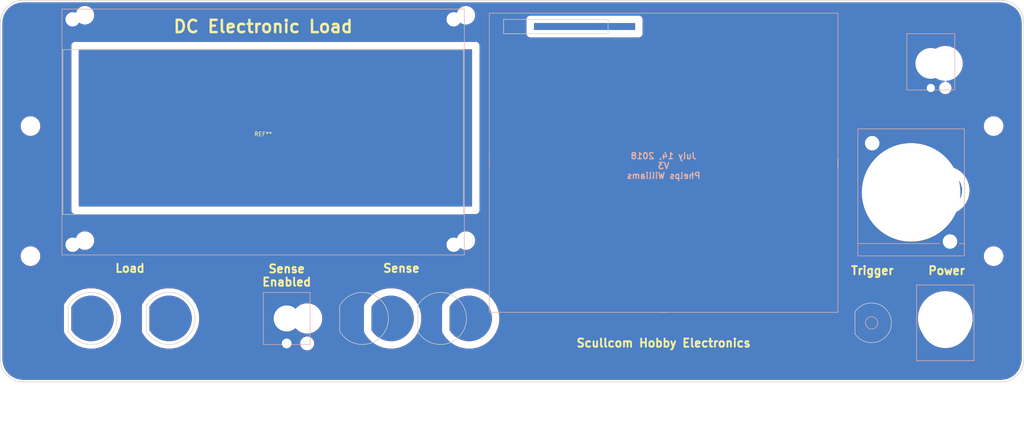
<source format=kicad_pcb>
(kicad_pcb (version 4) (host pcbnew 4.0.7-e2-6376~58~ubuntu16.04.1)

  (general
    (links 0)
    (no_connects 0)
    (area 15.024999 16.524999 264.985001 124.16)
    (thickness 1.6)
    (drawings 31)
    (tracks 0)
    (zones 0)
    (modules 13)
    (nets 1)
  )

  (page USLetter)
  (layers
    (0 F.Cu signal)
    (31 B.Cu signal)
    (32 B.Adhes user)
    (33 F.Adhes user)
    (34 B.Paste user)
    (35 F.Paste user)
    (36 B.SilkS user)
    (37 F.SilkS user)
    (38 B.Mask user)
    (39 F.Mask user)
    (40 Dwgs.User user)
    (41 Cmts.User user)
    (42 Eco1.User user)
    (43 Eco2.User user)
    (44 Edge.Cuts user)
    (45 Margin user)
    (46 B.CrtYd user)
    (47 F.CrtYd user)
    (48 B.Fab user)
    (49 F.Fab user)
  )

  (setup
    (last_trace_width 0.25)
    (trace_clearance 0.2)
    (zone_clearance 0.508)
    (zone_45_only no)
    (trace_min 0.2)
    (segment_width 0.15)
    (edge_width 0.15)
    (via_size 0.6)
    (via_drill 0.4)
    (via_min_size 0.4)
    (via_min_drill 0.3)
    (uvia_size 0.3)
    (uvia_drill 0.1)
    (uvias_allowed no)
    (uvia_min_size 0.2)
    (uvia_min_drill 0.1)
    (pcb_text_width 0.3)
    (pcb_text_size 1.5 1.5)
    (mod_edge_width 0.15)
    (mod_text_size 1 1)
    (mod_text_width 0.15)
    (pad_size 24 24)
    (pad_drill 24)
    (pad_to_mask_clearance 0.2)
    (aux_axis_origin 0 0)
    (visible_elements FFFFFF6F)
    (pcbplotparams
      (layerselection 0x012f0_80000001)
      (usegerberextensions false)
      (usegerberattributes true)
      (excludeedgelayer true)
      (linewidth 0.100000)
      (plotframeref false)
      (viasonmask false)
      (mode 1)
      (useauxorigin true)
      (hpglpennumber 1)
      (hpglpenspeed 20)
      (hpglpendiameter 15)
      (hpglpenoverlay 2)
      (psnegative false)
      (psa4output false)
      (plotreference true)
      (plotvalue false)
      (plotinvisibletext false)
      (padsonsilk false)
      (subtractmaskfromsilk false)
      (outputformat 1)
      (mirror false)
      (drillshape 0)
      (scaleselection 1)
      (outputdirectory gerbers/))
  )

  (net 0 "")

  (net_class Default "This is the default net class."
    (clearance 0.2)
    (trace_width 0.25)
    (via_dia 0.6)
    (via_drill 0.4)
    (uvia_dia 0.3)
    (uvia_drill 0.1)
  )

  (module p_panel_holes:100DP1T1B1M1QEH (layer F.Cu) (tedit 5B365121) (tstamp 5B27D84E)
    (at 85 94.25 180)
    (fp_text reference REF** (at -3.85 8 180) (layer F.SilkS) hide
      (effects (font (size 1 1) (thickness 0.15)))
    )
    (fp_text value 100DP1T1B1M1QEH (at -0.5 -10.4 180) (layer F.Fab) hide
      (effects (font (size 1 1) (thickness 0.15)))
    )
    (fp_line (start -5.715 -6.35) (end 5.715 -6.35) (layer B.SilkS) (width 0.15))
    (fp_line (start 5.715 -6.35) (end 5.715 6.35) (layer B.SilkS) (width 0.15))
    (fp_line (start 5.715 6.35) (end -5.715 6.35) (layer B.SilkS) (width 0.15))
    (fp_line (start -5.715 6.35) (end -5.715 -6.35) (layer B.SilkS) (width 0.15))
    (pad "" np_thru_hole circle (at 0 0 180) (size 6.35 6.35) (drill 6.35) (layers *.Cu *.Mask))
    (pad "" np_thru_hole circle (at 0 -6.1 180) (size 2.38 2.38) (drill 2.38) (layers *.Cu *.Mask))
  )

  (module p_panel_holes:EN11-HSM1AF15 (layer F.Cu) (tedit 5B365448) (tstamp 5B27DB80)
    (at 242.2125 32)
    (fp_text reference REF** (at 0 7.75) (layer F.SilkS) hide
      (effects (font (size 1 1) (thickness 0.15)))
    )
    (fp_text value EN11-HSM1AF15 (at 0 -8.25) (layer F.Fab) hide
      (effects (font (size 1 1) (thickness 0.15)))
    )
    (fp_line (start 5.85 6.5) (end -5.85 6.5) (layer B.SilkS) (width 0.15))
    (fp_line (start -5.85 6.5) (end -5.85 -7.25) (layer B.SilkS) (width 0.15))
    (fp_line (start -5.85 -7.25) (end 5.85 -7.25) (layer B.SilkS) (width 0.15))
    (fp_line (start 5.85 -7.25) (end 5.85 6.5) (layer B.SilkS) (width 0.15))
    (pad "" np_thru_hole circle (at 0 0) (size 7.5 7.5) (drill 7.5) (layers *.Cu *.Mask))
    (pad "" np_thru_hole circle (at 0 6) (size 2 2) (drill 2) (layers *.Cu *.Mask))
  )

  (module p_panel_holes:NKK_Switch_KB-R (layer F.Cu) (tedit 5B365437) (tstamp 5B27DC32)
    (at 245.75 95.325)
    (fp_text reference REF** (at 0 10.25) (layer F.SilkS) hide
      (effects (font (size 1 1) (thickness 0.15)))
    )
    (fp_text value NKK_Switch_KB-R (at 0 -10.25) (layer F.Fab) hide
      (effects (font (size 1 1) (thickness 0.15)))
    )
    (fp_line (start -7 -9.25) (end 7 -9.25) (layer B.SilkS) (width 0.15))
    (fp_line (start 7 -9.25) (end 7 9.25) (layer B.SilkS) (width 0.15))
    (fp_line (start 7 9.25) (end -7 9.25) (layer B.SilkS) (width 0.15))
    (fp_line (start -7 9.25) (end -7 -9.25) (layer B.SilkS) (width 0.15))
    (pad "" np_thru_hole circle (at 0 0) (size 12.3 12.3) (drill 12.3) (layers *.Cu *.Mask))
  )

  (module p_panel_holes:hole_3.78 (layer F.Cu) (tedit 5B365232) (tstamp 5B29F127)
    (at 257.545 47.295)
    (fp_text reference REF** (at 0 2.75) (layer F.SilkS) hide
      (effects (font (size 1 1) (thickness 0.15)))
    )
    (fp_text value hole_3.78 (at 0 -2.75) (layer F.Fab) hide
      (effects (font (size 1 1) (thickness 0.15)))
    )
    (pad "" np_thru_hole circle (at 0 0) (size 3.78 3.78) (drill 3.78) (layers *.Cu *.Mask))
  )

  (module p_panel_holes:hole_3.78 (layer F.Cu) (tedit 5B365205) (tstamp 5B29F140)
    (at 257.545 79.045)
    (fp_text reference REF** (at 0 2.75) (layer F.SilkS) hide
      (effects (font (size 1 1) (thickness 0.15)))
    )
    (fp_text value hole_3.78 (at 0 -2.75) (layer F.Fab) hide
      (effects (font (size 1 1) (thickness 0.15)))
    )
    (pad "" np_thru_hole circle (at 0 0) (size 3.78 3.78) (drill 3.78) (layers *.Cu *.Mask))
  )

  (module p_panel_holes:hole_3.78 (layer F.Cu) (tedit 5B365266) (tstamp 5B29F149)
    (at 22.465 47.295)
    (fp_text reference REF** (at 0 2.75) (layer F.SilkS) hide
      (effects (font (size 1 1) (thickness 0.15)))
    )
    (fp_text value hole_3.78 (at 0 -2.75) (layer F.Fab) hide
      (effects (font (size 1 1) (thickness 0.15)))
    )
    (pad "" np_thru_hole circle (at 0 0) (size 3.78 3.78) (drill 3.78) (layers *.Cu *.Mask))
  )

  (module p_panel_holes:hole_3.78 (layer F.Cu) (tedit 5B36517E) (tstamp 5B29F152)
    (at 22.465 79.045)
    (fp_text reference REF** (at 0 2.75) (layer F.SilkS) hide
      (effects (font (size 1 1) (thickness 0.15)))
    )
    (fp_text value hole_3.78 (at 0 -2.75) (layer F.Fab) hide
      (effects (font (size 1 1) (thickness 0.15)))
    )
    (pad "" np_thru_hole circle (at 0 0) (size 3.78 3.78) (drill 3.78) (layers *.Cu *.Mask))
  )

  (module p_panel_holes:LCD_Panel (layer F.Cu) (tedit 5B350959) (tstamp 5B350B32)
    (at 79.25 48.75)
    (fp_text reference REF** (at 0 0.5) (layer F.SilkS)
      (effects (font (size 1 1) (thickness 0.15)))
    )
    (fp_text value LCD_Panel (at 0 -0.5) (layer F.Fab)
      (effects (font (size 1 1) (thickness 0.15)))
    )
    (fp_line (start -49.1 -30) (end 49.1 -30) (layer B.SilkS) (width 0.15))
    (fp_line (start 49.1 -30) (end 49.1 30) (layer B.SilkS) (width 0.15))
    (fp_line (start 49.1 30) (end -49.1 30) (layer B.SilkS) (width 0.15))
    (fp_line (start -49.1 30) (end -49.1 -30) (layer B.SilkS) (width 0.15))
    (fp_line (start -48.9 -20.1) (end 48.9 -20.1) (layer Edge.Cuts) (width 0.15))
    (fp_line (start 48.9 -20.1) (end 48.9 20.1) (layer Edge.Cuts) (width 0.15))
    (fp_line (start 48.9 20.1) (end -48.9 20.1) (layer Edge.Cuts) (width 0.15))
    (fp_line (start -48.9 20.1) (end -48.9 -20.1) (layer Edge.Cuts) (width 0.15))
    (pad "" np_thru_hole circle (at -46.5 27.5) (size 3.5 3.5) (drill 3.5) (layers *.Cu *.Mask))
    (pad "" np_thru_hole circle (at -46.5 -27.5) (size 3.5 3.5) (drill 3.5) (layers *.Cu *.Mask))
    (pad "" np_thru_hole circle (at 46.5 -27.5) (size 3.5 3.5) (drill 3.5) (layers *.Cu *.Mask))
    (pad "" np_thru_hole circle (at 46.5 27.5) (size 3.5 3.5) (drill 3.5) (layers *.Cu *.Mask))
  )

  (module p_panel_holes:Keystone_4093_DualBindingPost (layer F.Cu) (tedit 5B40F03F) (tstamp 5B350BE7)
    (at 46.75 94.25)
    (fp_text reference REF** (at 0 -7.35) (layer F.SilkS) hide
      (effects (font (size 1 1) (thickness 0.15)))
    )
    (fp_text value Keystone_4093_DualBindingPost (at 0 7.8) (layer F.Fab) hide
      (effects (font (size 1 1) (thickness 0.15)))
    )
    (fp_line (start -15.065 -3.11) (end -15.065 3.11) (layer Edge.Cuts) (width 0.15))
    (fp_arc (start -9.525 0) (end -15.065 -3.11) (angle 301.3) (layer Edge.Cuts) (width 0.15))
    (fp_arc (start 9.525 0) (end 3.985 -3.11) (angle 301.3) (layer Edge.Cuts) (width 0.15))
    (fp_line (start 3.985 -3.11) (end 3.985 3.11) (layer Edge.Cuts) (width 0.15))
  )

  (module p_panel_holes:Keystone_4093_DualBindingPost (layer F.Cu) (tedit 5B40F03F) (tstamp 5B350BF1)
    (at 113 94.25)
    (fp_text reference REF** (at 0 -7.35) (layer F.SilkS) hide
      (effects (font (size 1 1) (thickness 0.15)))
    )
    (fp_text value Keystone_4093_DualBindingPost (at 0 7.8) (layer F.Fab) hide
      (effects (font (size 1 1) (thickness 0.15)))
    )
    (fp_line (start -15.065 -3.11) (end -15.065 3.11) (layer Edge.Cuts) (width 0.15))
    (fp_arc (start -9.525 0) (end -15.065 -3.11) (angle 301.3) (layer Edge.Cuts) (width 0.15))
    (fp_arc (start 9.525 0) (end 3.985 -3.11) (angle 301.3) (layer Edge.Cuts) (width 0.15))
    (fp_line (start 3.985 -3.11) (end 3.985 3.11) (layer Edge.Cuts) (width 0.15))
  )

  (module p_panel_holes:5x4_Matrix_Keypad (layer F.Cu) (tedit 5B40F784) (tstamp 5B350C1B)
    (at 177 56.25)
    (fp_text reference REF** (at 0 0.5) (layer F.SilkS) hide
      (effects (font (size 1 1) (thickness 0.15)))
    )
    (fp_text value 5x4_Matrix_Keypad (at 0 -0.5) (layer F.Fab) hide
      (effects (font (size 1 1) (thickness 0.15)))
    )
    (fp_line (start 42.55 1) (end 42.55 -1) (layer F.SilkS) (width 0.15))
    (fp_line (start -1 36.5) (end 1 36.5) (layer F.SilkS) (width 0.15))
    (fp_line (start -42.55 -1) (end -42.55 1) (layer F.SilkS) (width 0.15))
    (fp_line (start -39.05 -35) (end -13.55 -35) (layer Edge.Cuts) (width 0.15))
    (fp_line (start -13.55 -35) (end -13.55 -31.5) (layer Edge.Cuts) (width 0.15))
    (fp_line (start -13.55 -31.5) (end -39.05 -31.5) (layer Edge.Cuts) (width 0.15))
    (fp_line (start -39.05 -31.5) (end -39.05 -35) (layer Edge.Cuts) (width 0.15))
    (fp_line (start -42.55 36.5) (end -42.55 -36.5) (layer B.SilkS) (width 0.15))
    (fp_line (start -42.55 -36.5) (end 42.55 -36.5) (layer B.SilkS) (width 0.15))
    (fp_line (start 42.55 -36.5) (end 42.55 36.5) (layer B.SilkS) (width 0.15))
    (fp_line (start 42.55 36.5) (end -42.55 36.5) (layer B.SilkS) (width 0.15))
  )

  (module p_panel_holes:VB1094-75 (layer F.Cu) (tedit 5B40ED53) (tstamp 5B350BFF)
    (at 227.75 95.325)
    (fp_text reference REF** (at 0 6.05) (layer F.SilkS) hide
      (effects (font (size 1 1) (thickness 0.15)))
    )
    (fp_text value VB1094-75 (at 0.05 -6.05) (layer F.Fab) hide
      (effects (font (size 1 1) (thickness 0.15)))
    )
    (fp_arc (start 0 0) (end -4.05 -2.67) (angle 293) (layer Edge.Cuts) (width 0.15))
    (fp_line (start -4.05 -2.67) (end -4.05 2.67) (layer Edge.Cuts) (width 0.15))
    (fp_circle (center 0 0) (end 1.5 0) (layer B.SilkS) (width 0.15))
  )

  (module p_panel_holes:E3FRA (layer F.Cu) (tedit 5B4A8501) (tstamp 5B4A8297)
    (at 237.4 63.475)
    (fp_text reference REF** (at -11 -16.5) (layer F.SilkS) hide
      (effects (font (size 1 1) (thickness 0.15)))
    )
    (fp_text value E3FRA (at -10.75 16.5) (layer F.Fab) hide
      (effects (font (size 1 1) (thickness 0.15)))
    )
    (fp_line (start 11.75 12.5) (end 13 12.5) (layer B.SilkS) (width 0.15))
    (fp_line (start -13 12.5) (end 7 12.5) (layer B.SilkS) (width 0.15))
    (fp_line (start -13 -15.5) (end 13 -15.5) (layer B.SilkS) (width 0.15))
    (fp_line (start 13 -15.5) (end 13 15.5) (layer B.SilkS) (width 0.15))
    (fp_line (start 13 15.5) (end -13 15.5) (layer B.SilkS) (width 0.15))
    (fp_line (start -13 15.5) (end -13 -15.5) (layer B.SilkS) (width 0.15))
    (pad "" np_thru_hole circle (at 0 0) (size 24 24) (drill 24) (layers *.Cu *.Mask F.SilkS))
    (pad "" np_thru_hole circle (at -9.5 -12) (size 3.5 3.5) (drill 3.5) (layers *.Cu *.Mask F.SilkS))
    (pad "" np_thru_hole circle (at 9.5 12) (size 3.5 3.5) (drill 3.5) (layers *.Cu *.Mask F.SilkS))
  )

  (gr_text "July 14, 2018\nV3\nPhelps Williams" (at 177 57) (layer B.SilkS)
    (effects (font (size 1.5 1.5) (thickness 0.3)) (justify mirror))
  )
  (gr_text "Scullcom Hobby Electronics" (at 177 100.25) (layer F.SilkS)
    (effects (font (size 2 2) (thickness 0.45)))
  )
  (gr_text "DC Electronic Load" (at 79.25 23) (layer F.SilkS)
    (effects (font (size 3 3) (thickness 0.6)))
  )
  (gr_text "Sense\nEnabled" (at 85 83.75) (layer F.SilkS)
    (effects (font (size 2 2) (thickness 0.45)))
  )
  (gr_text Load (at 46.75 82) (layer F.SilkS)
    (effects (font (size 2 2) (thickness 0.45)))
  )
  (gr_text Sense (at 113 82) (layer F.SilkS)
    (effects (font (size 2 2) (thickness 0.45)))
  )
  (gr_text Trigger (at 227.95 82.575) (layer F.SilkS)
    (effects (font (size 2 2) (thickness 0.45)))
  )
  (gr_text Power (at 246.075 82.575) (layer F.SilkS)
    (effects (font (size 2 2) (thickness 0.45)))
  )
  (gr_line (start 75.705 79.7) (end 75.705 109.7) (angle 90) (layer Dwgs.User) (width 0.15))
  (gr_line (start 68.505 79.7) (end 68.505 109.7) (angle 90) (layer Dwgs.User) (width 0.15))
  (gr_line (start 196.305 79.8) (end 196.305 109.7) (angle 90) (layer Dwgs.User) (width 0.15))
  (gr_line (start 203.505 79.8) (end 203.505 109.7) (angle 90) (layer Dwgs.User) (width 0.15))
  (gr_text "Keypad Connector" (at 154.125 77.35) (layer Dwgs.User)
    (effects (font (size 1.5 1.5) (thickness 0.3)))
  )
  (gr_line (start 141.505 75) (end 166.005 75) (angle 90) (layer Dwgs.User) (width 0.15))
  (gr_line (start 67.505 79.7) (end 204.505 79.7) (angle 90) (layer Dwgs.User) (width 0.2) (tstamp 5B29F1CA))
  (gr_circle (center 242.2125 32) (end 242.2125 38.35) (layer Eco1.User) (width 0.15))
  (gr_line (start 255.255 44.08) (end 255.255 82.26) (angle 90) (layer Eco1.User) (width 0.15))
  (gr_line (start 24.755 82.26) (end 24.755 44.08) (angle 90) (layer Eco1.User) (width 0.15))
  (gr_arc (start 259.37 22.14) (end 259.37 16.6) (angle 90) (layer Edge.Cuts) (width 0.15))
  (gr_arc (start 259.37 104.2) (end 264.91 104.2) (angle 90) (layer Edge.Cuts) (width 0.15))
  (gr_arc (start 20.64 104.2) (end 20.64 109.74) (angle 90) (layer Edge.Cuts) (width 0.15))
  (gr_text "Exterior Dimensions: 249.81mm x 93.14mm" (at 119.14 122.81) (layer Cmts.User)
    (effects (font (size 1.5 1.5) (thickness 0.3)) (justify left))
  )
  (gr_arc (start 20.64 22.14) (end 15.1 22.14) (angle 90) (layer Edge.Cuts) (width 0.15))
  (gr_line (start 15.1 104.2) (end 15.1 22.14) (angle 90) (layer Edge.Cuts) (width 0.15))
  (gr_line (start 259.37 109.74) (end 20.64 109.74) (angle 90) (layer Edge.Cuts) (width 0.15))
  (gr_line (start 264.91 22.14) (end 264.91 104.2) (angle 90) (layer Edge.Cuts) (width 0.15))
  (gr_line (start 20.64 16.6) (end 259.37 16.6) (angle 90) (layer Edge.Cuts) (width 0.15))
  (gr_line (start 15.1 109.74) (end 15.1 16.6) (angle 90) (layer Eco1.User) (width 0.15))
  (gr_line (start 264.91 109.74) (end 15.1 109.74) (angle 90) (layer Eco1.User) (width 0.15))
  (gr_line (start 264.91 16.6) (end 264.91 109.74) (angle 90) (layer Eco1.User) (width 0.15))
  (gr_line (start 15.1 16.6) (end 264.91 16.6) (angle 90) (layer Eco1.User) (width 0.15))

  (zone (net 0) (net_name "") (layer F.Cu) (tstamp 5B394D48) (hatch edge 0.508)
    (connect_pads (clearance 0.508))
    (min_thickness 0.254)
    (fill yes (arc_segments 32) (thermal_gap 0.508) (thermal_bridge_width 0.508))
    (polygon
      (pts
        (xy 20.6 17.1) (xy 259.5 17.1) (xy 260.9 17.4) (xy 262.1 18) (xy 262.9 18.6)
        (xy 263.7 19.5) (xy 264.1 20.3) (xy 264.3 21) (xy 264.4 22) (xy 264.4 104.3)
        (xy 264.2 105.4) (xy 263.7 106.7) (xy 262.9 107.8) (xy 261.9 108.6) (xy 260.9 109.1)
        (xy 260.2 109.2) (xy 259.5 109.3) (xy 20.6 109.3) (xy 19.5 109.1) (xy 18.5 108.8)
        (xy 17.6 108.2) (xy 16.6 107.2) (xy 15.9 106.1) (xy 15.6 104.3) (xy 15.6 22.1)
        (xy 15.7 21.1) (xy 16 20.2) (xy 16.4 19.4) (xy 17 18.6) (xy 17.5 18.1)
        (xy 18.3 17.6) (xy 19.2 17.2)
      )
    )
    (filled_polygon
      (pts
        (xy 259.712884 17.275501) (xy 260.857626 17.520803) (xy 262.03296 18.10847) (xy 262.813573 18.69393) (xy 263.278184 19.216617)
        (xy 263.430723 19.401005) (xy 263.885396 20.241906) (xy 264.168076 21.155098) (xy 264.273 22.15339) (xy 264.273 104.150219)
        (xy 264.24356 104.450474) (xy 264.077184 105.365542) (xy 263.587463 106.638816) (xy 262.896266 107.589212) (xy 262.845562 107.651381)
        (xy 262.108997 108.260721) (xy 261.268095 108.715396) (xy 260.354906 108.998075) (xy 259.337581 109.105) (xy 20.710179 109.105)
        (xy 19.688617 109.004835) (xy 18.773476 108.728538) (xy 18.024018 108.330044) (xy 17.84369 108.209825) (xy 17.549477 107.969871)
        (xy 16.869885 107.290279) (xy 16.601649 106.966037) (xy 16.550102 106.885035) (xy 16.124604 106.098095) (xy 15.916259 105.425039)
        (xy 15.783346 104.627567) (xy 15.735 104.167581) (xy 15.735 91.15) (xy 30.49 91.15) (xy 30.49 97.35)
        (xy 30.509711 97.551033) (xy 30.568095 97.744408) (xy 30.662927 97.92276) (xy 30.672257 97.9342) (xy 30.748664 98.073701)
        (xy 30.756893 98.085581) (xy 31.426855 99.038487) (xy 31.485401 99.10653) (xy 31.542447 99.17583) (xy 31.552747 99.185967)
        (xy 32.461512 100.067852) (xy 32.534871 100.126288) (xy 32.607437 100.185767) (xy 32.619504 100.193705) (xy 32.619509 100.193709)
        (xy 32.619514 100.193712) (xy 33.682261 100.882285) (xy 33.765601 100.925374) (xy 33.848307 100.969609) (xy 33.861692 100.975056)
        (xy 33.861696 100.975058) (xy 35.037948 101.444097) (xy 35.128089 101.470183) (xy 35.217794 101.497506) (xy 35.231973 101.500247)
        (xy 35.231983 101.50025) (xy 35.231993 101.500251) (xy 36.476941 101.731887) (xy 36.570396 101.739965) (xy 36.663736 101.749347)
        (xy 36.678177 101.749281) (xy 36.678188 101.749282) (xy 36.678198 101.749281) (xy 37.944427 101.734694) (xy 38.037665 101.724467)
        (xy 38.131057 101.71554) (xy 38.145209 101.71267) (xy 38.14522 101.712669) (xy 38.14523 101.712666) (xy 39.384511 101.452411)
        (xy 39.473976 101.424272) (xy 39.563865 101.397372) (xy 39.577198 101.391805) (xy 39.577202 101.391804) (xy 39.577206 101.391802)
        (xy 40.742339 100.895791) (xy 40.824676 100.850788) (xy 40.907586 100.806963) (xy 40.919586 100.798912) (xy 40.919585 100.798912)
        (xy 40.919588 100.798911) (xy 40.91959 100.798909) (xy 41.966192 100.086036) (xy 42.038197 100.025915) (xy 42.11104 99.966802)
        (xy 42.121248 99.956573) (xy 43.009455 99.053987) (xy 43.068412 98.981026) (xy 43.128385 98.90889) (xy 43.136408 98.896879)
        (xy 43.136412 98.896874) (xy 43.136415 98.896869) (xy 43.832391 97.838955) (xy 43.87607 97.755901) (xy 43.920872 97.673522)
        (xy 43.926412 97.660175) (xy 43.926413 97.660174) (xy 43.926415 97.660169) (xy 44.403653 96.487222) (xy 44.430359 96.397297)
        (xy 44.458317 96.307753) (xy 44.461159 96.293583) (xy 44.701481 95.050274) (xy 44.710211 94.956881) (xy 44.720245 94.863606)
        (xy 44.72028 94.849164) (xy 44.720281 94.849153) (xy 44.72028 94.849143) (xy 44.714534 93.582844) (xy 44.704958 93.489535)
        (xy 44.696683 93.396084) (xy 44.693911 93.381901) (xy 44.442312 92.140824) (xy 44.414788 92.051131) (xy 44.388526 91.961091)
        (xy 44.383052 91.947716) (xy 44.050015 91.15) (xy 49.54 91.15) (xy 49.54 97.35) (xy 49.559711 97.551033)
        (xy 49.618095 97.744408) (xy 49.712927 97.92276) (xy 49.722257 97.9342) (xy 49.798664 98.073701) (xy 49.806893 98.085581)
        (xy 50.476855 99.038487) (xy 50.535401 99.10653) (xy 50.592447 99.17583) (xy 50.602747 99.185967) (xy 51.511512 100.067852)
        (xy 51.584871 100.126288) (xy 51.657437 100.185767) (xy 51.669504 100.193705) (xy 51.669509 100.193709) (xy 51.669514 100.193712)
        (xy 52.732261 100.882285) (xy 52.815601 100.925374) (xy 52.898307 100.969609) (xy 52.911692 100.975056) (xy 52.911696 100.975058)
        (xy 54.087948 101.444097) (xy 54.178089 101.470183) (xy 54.267794 101.497506) (xy 54.281973 101.500247) (xy 54.281983 101.50025)
        (xy 54.281993 101.500251) (xy 55.526941 101.731887) (xy 55.620396 101.739965) (xy 55.713736 101.749347) (xy 55.728177 101.749281)
        (xy 55.728188 101.749282) (xy 55.728198 101.749281) (xy 56.994427 101.734694) (xy 57.087665 101.724467) (xy 57.181057 101.71554)
        (xy 57.195209 101.71267) (xy 57.19522 101.712669) (xy 57.19523 101.712666) (xy 58.434511 101.452411) (xy 58.523976 101.424272)
        (xy 58.613865 101.397372) (xy 58.627198 101.391805) (xy 58.627202 101.391804) (xy 58.627206 101.391802) (xy 59.792339 100.895791)
        (xy 59.874676 100.850788) (xy 59.957586 100.806963) (xy 59.969586 100.798912) (xy 59.969585 100.798912) (xy 59.969588 100.798911)
        (xy 59.96959 100.798909) (xy 60.54779 100.405079) (xy 88.166997 100.405079) (xy 88.173293 100.453913) (xy 88.172601 100.503451)
        (xy 88.196391 100.63307) (xy 88.212964 100.761622) (xy 88.22841 100.807528) (xy 88.237209 100.855472) (xy 88.286025 100.978767)
        (xy 88.327605 101.102346) (xy 88.355951 101.155379) (xy 88.368962 101.18824) (xy 88.395653 101.229656) (xy 88.445313 101.322565)
        (xy 88.459297 101.328412) (xy 88.562839 101.489079) (xy 88.811458 101.746532) (xy 89.022692 101.893343) (xy 89.027435 101.904687)
        (xy 89.067968 101.924811) (xy 89.105348 101.950791) (xy 89.229861 102.005189) (xy 89.349426 102.064552) (xy 89.392339 102.076174)
        (xy 89.433315 102.094076) (xy 89.566837 102.123433) (xy 89.696419 102.158527) (xy 89.739974 102.161499) (xy 89.782867 102.17093)
        (xy 89.920372 102.17381) (xy 90.055079 102.183003) (xy 90.097591 102.177522) (xy 90.14069 102.178425) (xy 90.276952 102.154398)
        (xy 90.411622 102.137036) (xy 90.451487 102.123623) (xy 90.493153 102.116276) (xy 90.62294 102.065935) (xy 90.752346 102.022395)
        (xy 90.797715 101.998145) (xy 90.826833 101.986851) (xy 90.869479 101.959787) (xy 90.972565 101.904687) (xy 90.978439 101.890638)
        (xy 91.129018 101.795078) (xy 91.3882 101.548262) (xy 91.544368 101.32688) (xy 91.554687 101.322565) (xy 91.571975 101.287745)
        (xy 91.594506 101.255805) (xy 91.652468 101.125619) (xy 91.714552 101.000574) (xy 91.724506 100.96382) (xy 91.740077 100.928847)
        (xy 91.771838 100.789051) (xy 91.808527 100.653581) (xy 91.811065 100.616396) (xy 91.81937 100.57984) (xy 91.820865 100.472789)
        (xy 91.833003 100.294921) (xy 91.824292 100.227353) (xy 91.825078 100.17105) (xy 91.802019 100.054595) (xy 91.787036 99.938378)
        (xy 91.767526 99.880392) (xy 91.755561 99.819965) (xy 91.71001 99.709451) (xy 91.672395 99.597654) (xy 91.635416 99.52847)
        (xy 91.619176 99.489069) (xy 91.594522 99.451962) (xy 91.554687 99.377435) (xy 91.541282 99.37183) (xy 91.421116 99.190966)
        (xy 91.168927 98.93701) (xy 90.977952 98.808195) (xy 90.972565 98.795313) (xy 90.920612 98.769519) (xy 90.872214 98.736874)
        (xy 90.75904 98.6893) (xy 90.650574 98.635448) (xy 90.595353 98.620493) (xy 90.542278 98.598182) (xy 90.421213 98.573331)
        (xy 90.303581 98.541473) (xy 90.247304 98.537632) (xy 90.191687 98.526216) (xy 90.067283 98.525347) (xy 89.944921 98.516997)
        (xy 89.889766 98.524108) (xy 89.833795 98.523717) (xy 89.71078 98.547183) (xy 89.588378 98.562964) (xy 89.53643 98.580442)
        (xy 89.482234 98.590781) (xy 89.365358 98.638002) (xy 89.247654 98.677605) (xy 89.186706 98.710182) (xy 89.150394 98.724853)
        (xy 89.110872 98.750716) (xy 89.027435 98.795313) (xy 89.021677 98.809083) (xy 88.850915 98.920827) (xy 88.595205 99.171237)
        (xy 88.457511 99.372334) (xy 88.445313 99.377435) (xy 88.42235 99.423686) (xy 88.393003 99.466546) (xy 88.342069 99.585384)
        (xy 88.285448 99.699426) (xy 88.272159 99.748494) (xy 88.25201 99.795505) (xy 88.224955 99.92279) (xy 88.191473 100.046419)
        (xy 88.188066 100.09634) (xy 88.177599 100.145585) (xy 88.17577 100.276518) (xy 88.166997 100.405079) (xy 60.54779 100.405079)
        (xy 61.016192 100.086036) (xy 61.088197 100.025915) (xy 61.16104 99.966802) (xy 61.171248 99.956573) (xy 62.059455 99.053987)
        (xy 62.118412 98.981026) (xy 62.178385 98.90889) (xy 62.186408 98.896879) (xy 62.186412 98.896874) (xy 62.186415 98.896869)
        (xy 62.882391 97.838955) (xy 62.92607 97.755901) (xy 62.970872 97.673522) (xy 62.976412 97.660175) (xy 62.976413 97.660174)
        (xy 62.976415 97.660169) (xy 63.453653 96.487222) (xy 63.480359 96.397297) (xy 63.508317 96.307753) (xy 63.511159 96.293583)
        (xy 63.751481 95.050274) (xy 63.760211 94.956881) (xy 63.770245 94.863606) (xy 63.77028 94.849164) (xy 63.770281 94.849153)
        (xy 63.77028 94.849143) (xy 63.767456 94.226682) (xy 86.171635 94.226682) (xy 86.187406 94.397466) (xy 86.184992 94.570355)
        (xy 86.221984 94.771911) (xy 86.240647 94.974007) (xy 86.288962 95.136843) (xy 86.319872 95.30526) (xy 86.395932 95.497365)
        (xy 86.454129 95.693508) (xy 86.532508 95.842319) (xy 86.594927 95.99997) (xy 86.707766 96.175062) (xy 86.803877 96.357537)
        (xy 86.829787 96.396314) (xy 86.868781 96.424908) (xy 86.999681 96.628024) (xy 87.518715 97.1655) (xy 87.820933 97.375546)
        (xy 87.853686 97.420213) (xy 87.997169 97.498034) (xy 88.132261 97.591925) (xy 88.327765 97.677339) (xy 88.513405 97.778024)
        (xy 88.667736 97.825868) (xy 88.816949 97.891058) (xy 89.026961 97.937232) (xy 89.230253 98.000255) (xy 89.389306 98.016899)
        (xy 89.546698 98.051504) (xy 89.763367 98.056043) (xy 89.976682 98.078365) (xy 90.134274 98.063812) (xy 90.293714 98.067152)
        (xy 90.5088 98.029226) (xy 90.724007 98.009353) (xy 90.874145 97.964806) (xy 91.029542 97.937405) (xy 91.234738 97.857815)
        (xy 91.443508 97.795871) (xy 91.580599 97.723664) (xy 91.726155 97.667207) (xy 91.913415 97.548368) (xy 92.107537 97.446123)
        (xy 92.146314 97.420213) (xy 92.173261 97.383465) (xy 92.35702 97.266848) (xy 92.898106 96.751578) (xy 93.125683 96.428967)
        (xy 93.170213 96.396314) (xy 93.241714 96.264484) (xy 93.328805 96.141024) (xy 93.421071 95.933791) (xy 93.528024 95.736595)
        (xy 93.571942 95.594929) (xy 93.63271 95.458442) (xy 93.68334 95.235594) (xy 93.750255 95.019747) (xy 93.765519 94.873883)
        (xy 93.798247 94.72983) (xy 93.800965 94.535154) (xy 93.828365 94.273318) (xy 93.80774 94.049968) (xy 93.810163 93.87641)
        (xy 93.775587 93.701788) (xy 93.759353 93.525993) (xy 93.703517 93.337807) (xy 93.665035 93.143461) (xy 93.596558 92.977324)
        (xy 93.545871 92.806492) (xy 93.455165 92.634279) (xy 93.380307 92.452659) (xy 93.279932 92.301582) (xy 93.196123 92.142463)
        (xy 93.170213 92.103686) (xy 93.127775 92.072567) (xy 92.966825 91.830317) (xy 92.440336 91.30014) (xy 92.217744 91.15)
        (xy 103.74 91.15) (xy 103.74 97.35) (xy 103.759711 97.551033) (xy 103.818095 97.744408) (xy 103.912927 97.92276)
        (xy 103.922257 97.9342) (xy 103.998664 98.073701) (xy 104.006893 98.085581) (xy 104.676855 99.038487) (xy 104.735401 99.10653)
        (xy 104.792447 99.17583) (xy 104.802747 99.185967) (xy 105.711512 100.067852) (xy 105.784871 100.126288) (xy 105.857437 100.185767)
        (xy 105.869504 100.193705) (xy 105.869509 100.193709) (xy 105.869514 100.193712) (xy 106.932261 100.882285) (xy 107.015601 100.925374)
        (xy 107.098307 100.969609) (xy 107.111692 100.975056) (xy 107.111696 100.975058) (xy 108.287948 101.444097) (xy 108.378089 101.470183)
        (xy 108.467794 101.497506) (xy 108.481973 101.500247) (xy 108.481983 101.50025) (xy 108.481993 101.500251) (xy 109.726941 101.731887)
        (xy 109.820396 101.739965) (xy 109.913736 101.749347) (xy 109.928177 101.749281) (xy 109.928188 101.749282) (xy 109.928198 101.749281)
        (xy 111.194427 101.734694) (xy 111.287665 101.724467) (xy 111.381057 101.71554) (xy 111.395209 101.71267) (xy 111.39522 101.712669)
        (xy 111.39523 101.712666) (xy 112.634511 101.452411) (xy 112.723976 101.424272) (xy 112.813865 101.397372) (xy 112.827198 101.391805)
        (xy 112.827202 101.391804) (xy 112.827206 101.391802) (xy 113.992339 100.895791) (xy 114.074676 100.850788) (xy 114.157586 100.806963)
        (xy 114.169586 100.798912) (xy 114.169585 100.798912) (xy 114.169588 100.798911) (xy 114.16959 100.798909) (xy 115.216192 100.086036)
        (xy 115.288197 100.025915) (xy 115.36104 99.966802) (xy 115.371248 99.956573) (xy 116.259455 99.053987) (xy 116.318412 98.981026)
        (xy 116.378385 98.90889) (xy 116.386408 98.896879) (xy 116.386412 98.896874) (xy 116.386415 98.896869) (xy 117.082391 97.838955)
        (xy 117.12607 97.755901) (xy 117.170872 97.673522) (xy 117.176412 97.660175) (xy 117.176413 97.660174) (xy 117.176415 97.660169)
        (xy 117.653653 96.487222) (xy 117.680359 96.397297) (xy 117.708317 96.307753) (xy 117.711159 96.293583) (xy 117.951481 95.050274)
        (xy 117.960211 94.956881) (xy 117.970245 94.863606) (xy 117.97028 94.849164) (xy 117.970281 94.849153) (xy 117.97028 94.849143)
        (xy 117.964534 93.582844) (xy 117.954958 93.489535) (xy 117.946683 93.396084) (xy 117.943911 93.381901) (xy 117.692312 92.140824)
        (xy 117.664788 92.051131) (xy 117.638526 91.961091) (xy 117.633052 91.947716) (xy 117.300015 91.15) (xy 122.79 91.15)
        (xy 122.79 97.35) (xy 122.809711 97.551033) (xy 122.868095 97.744408) (xy 122.962927 97.92276) (xy 122.972257 97.9342)
        (xy 123.048664 98.073701) (xy 123.056893 98.085581) (xy 123.726855 99.038487) (xy 123.785401 99.10653) (xy 123.842447 99.17583)
        (xy 123.852747 99.185967) (xy 124.761512 100.067852) (xy 124.834871 100.126288) (xy 124.907437 100.185767) (xy 124.919504 100.193705)
        (xy 124.919509 100.193709) (xy 124.919514 100.193712) (xy 125.982261 100.882285) (xy 126.065601 100.925374) (xy 126.148307 100.969609)
        (xy 126.161692 100.975056) (xy 126.161696 100.975058) (xy 127.337948 101.444097) (xy 127.428089 101.470183) (xy 127.517794 101.497506)
        (xy 127.531973 101.500247) (xy 127.531983 101.50025) (xy 127.531993 101.500251) (xy 128.776941 101.731887) (xy 128.870396 101.739965)
        (xy 128.963736 101.749347) (xy 128.978177 101.749281) (xy 128.978188 101.749282) (xy 128.978198 101.749281) (xy 130.244427 101.734694)
        (xy 130.337665 101.724467) (xy 130.431057 101.71554) (xy 130.445209 101.71267) (xy 130.44522 101.712669) (xy 130.44523 101.712666)
        (xy 131.684511 101.452411) (xy 131.773976 101.424272) (xy 131.863865 101.397372) (xy 131.877198 101.391805) (xy 131.877202 101.391804)
        (xy 131.877206 101.391802) (xy 133.042339 100.895791) (xy 133.124676 100.850788) (xy 133.207586 100.806963) (xy 133.219586 100.798912)
        (xy 133.219585 100.798912) (xy 133.219588 100.798911) (xy 133.21959 100.798909) (xy 134.266192 100.086036) (xy 134.338197 100.025915)
        (xy 134.41104 99.966802) (xy 134.421248 99.956573) (xy 135.309455 99.053987) (xy 135.368412 98.981026) (xy 135.428385 98.90889)
        (xy 135.436408 98.896879) (xy 135.436412 98.896874) (xy 135.436415 98.896869) (xy 136.132391 97.838955) (xy 136.17607 97.755901)
        (xy 136.220872 97.673522) (xy 136.226412 97.660175) (xy 136.226413 97.660174) (xy 136.226415 97.660169) (xy 136.703653 96.487222)
        (xy 136.730359 96.397297) (xy 136.758317 96.307753) (xy 136.761159 96.293583) (xy 137.001481 95.050274) (xy 137.010211 94.956881)
        (xy 137.020245 94.863606) (xy 137.02028 94.849164) (xy 137.020281 94.849153) (xy 137.02028 94.849143) (xy 137.016923 94.109282)
        (xy 238.933622 94.109282) (xy 238.961077 94.462682) (xy 238.956081 94.820501) (xy 239.012947 95.130342) (xy 239.037144 95.441795)
        (xy 239.132222 95.780221) (xy 239.196281 96.129249) (xy 239.313348 96.424926) (xy 239.398637 96.728508) (xy 239.556581 97.039262)
        (xy 239.68611 97.366416) (xy 239.860001 97.636243) (xy 240.00421 97.919973) (xy 240.160568 98.15398) (xy 240.239579 98.225231)
        (xy 240.406911 98.48488) (xy 241.331229 99.442039) (xy 241.750332 99.733323) (xy 241.84602 99.839432) (xy 242.142309 100.005754)
        (xy 242.423856 100.201434) (xy 242.726231 100.333538) (xy 243.011478 100.493662) (xy 243.331728 100.598074) (xy 243.643175 100.734142)
        (xy 243.968376 100.805642) (xy 244.282176 100.907951) (xy 244.613721 100.94753) (xy 244.942742 101.01987) (xy 245.278633 101.026906)
        (xy 245.609282 101.066378) (xy 245.939242 101.040744) (xy 246.273057 101.047736) (xy 246.606868 100.988876) (xy 246.941795 100.962856)
        (xy 247.257579 100.874139) (xy 247.58345 100.816679) (xy 247.902264 100.693019) (xy 248.228508 100.601363) (xy 248.518298 100.454075)
        (xy 248.824006 100.335498) (xy 249.115256 100.150665) (xy 249.419973 99.99579) (xy 249.65398 99.839432) (xy 249.718606 99.767767)
        (xy 249.947475 99.622523) (xy 250.911064 98.704911) (xy 251.230244 98.252445) (xy 251.339432 98.15398) (xy 251.494228 97.878223)
        (xy 251.678069 97.617612) (xy 251.822028 97.294274) (xy 251.993662 96.988522) (xy 252.090777 96.690652) (xy 252.219275 96.402041)
        (xy 252.298351 96.053986) (xy 252.407951 95.717824) (xy 252.444739 95.409656) (xy 252.514069 95.104501) (xy 252.518427 94.792391)
        (xy 252.566378 94.390718) (xy 252.530487 93.928736) (xy 252.535291 93.584696) (xy 252.483398 93.322616) (xy 252.462856 93.058205)
        (xy 252.355094 92.674633) (xy 252.276842 92.27943) (xy 252.173892 92.029655) (xy 252.101363 91.771492) (xy 251.922166 91.418921)
        (xy 251.769787 91.049223) (xy 251.618627 90.821709) (xy 251.49579 90.580027) (xy 251.339432 90.34602) (xy 251.247498 90.263114)
        (xy 251.03344 89.940932) (xy 250.095848 88.996772) (xy 249.741826 88.757981) (xy 249.65398 88.660568) (xy 249.316752 88.471265)
        (xy 248.992725 88.252706) (xy 248.732659 88.143384) (xy 248.488522 88.006338) (xy 248.123621 87.887368) (xy 247.766087 87.737075)
        (xy 247.486813 87.679748) (xy 247.217824 87.592049) (xy 246.839636 87.546902) (xy 246.462657 87.469519) (xy 246.17457 87.467508)
        (xy 245.890718 87.433622) (xy 245.513922 87.462895) (xy 245.132082 87.460229) (xy 244.846148 87.514774) (xy 244.558205 87.537144)
        (xy 244.197183 87.638571) (xy 243.825044 87.70956) (xy 243.55238 87.819723) (xy 243.271492 87.898637) (xy 242.939803 88.067221)
        (xy 242.591326 88.208015) (xy 242.342749 88.370679) (xy 242.080027 88.50421) (xy 241.84602 88.660568) (xy 241.768661 88.746352)
        (xy 241.477922 88.936606) (xy 240.527239 89.867583) (xy 240.262725 90.253895) (xy 240.160568 90.34602) (xy 239.982747 90.662793)
        (xy 239.77549 90.965485) (xy 239.654928 91.246776) (xy 239.506338 91.511478) (xy 239.394642 91.854071) (xy 239.251308 92.188493)
        (xy 239.187057 92.490769) (xy 239.092049 92.782176) (xy 239.049684 93.137061) (xy 238.974659 93.490024) (xy 238.970302 93.802018)
        (xy 238.933622 94.109282) (xy 137.016923 94.109282) (xy 137.014534 93.582844) (xy 137.004958 93.489535) (xy 136.996683 93.396084)
        (xy 136.993911 93.381901) (xy 136.742312 92.140824) (xy 136.714788 92.051131) (xy 136.688526 91.961091) (xy 136.683052 91.947716)
        (xy 136.195186 90.779143) (xy 136.150744 90.696467) (xy 136.107513 90.613279) (xy 136.099549 90.601227) (xy 136.099546 90.601222)
        (xy 136.099542 90.601218) (xy 135.393993 89.549666) (xy 135.334372 89.477237) (xy 135.275774 89.403989) (xy 135.265622 89.393716)
        (xy 135.265617 89.39371) (xy 135.265611 89.393705) (xy 134.369252 88.499223) (xy 134.296709 88.439762) (xy 134.22499 88.379284)
        (xy 134.213029 88.371173) (xy 133.159996 87.667825) (xy 133.077253 87.62357) (xy 132.995183 87.578191) (xy 132.981875 87.572558)
        (xy 131.812283 87.087141) (xy 131.722543 87.059807) (xy 131.633201 87.031226) (xy 131.619059 87.028287) (xy 131.619051 87.028285)
        (xy 131.619043 87.028284) (xy 130.37745 86.779288) (xy 130.284138 86.769908) (xy 130.190917 86.759221) (xy 130.176466 86.759085)
        (xy 128.910146 86.755991) (xy 128.81676 86.764917) (xy 128.723268 86.772538) (xy 128.709067 86.775211) (xy 128.709065 86.775211)
        (xy 128.709063 86.775212) (xy 127.466261 87.018139) (xy 127.376374 87.045038) (xy 127.286157 87.070669) (xy 127.272744 87.07605)
        (xy 126.100795 87.555746) (xy 126.017855 87.599586) (xy 125.934322 87.642258) (xy 125.922223 87.650134) (xy 125.92221 87.650141)
        (xy 125.922199 87.65015) (xy 124.865754 88.348336) (xy 124.792904 88.407455) (xy 124.719256 88.465535) (xy 124.708906 88.47562)
        (xy 123.808182 89.365718) (xy 123.748204 89.437859) (xy 123.687238 89.50914) (xy 123.67905 89.521037) (xy 123.679044 89.521044)
        (xy 123.67904 89.521051) (xy 122.968363 90.569141) (xy 122.921225 90.655813) (xy 122.873695 90.74227) (xy 122.872982 90.744518)
        (xy 122.871854 90.746592) (xy 122.84245 90.840767) (xy 122.812617 90.934811) (xy 122.812354 90.937157) (xy 122.811651 90.939408)
        (xy 122.801112 91.037383) (xy 122.790101 91.135549) (xy 122.79007 91.140036) (xy 122.790047 91.140246) (xy 122.790067 91.140468)
        (xy 122.79 91.15) (xy 117.300015 91.15) (xy 117.145186 90.779143) (xy 117.100744 90.696467) (xy 117.057513 90.613279)
        (xy 117.049549 90.601227) (xy 117.049546 90.601222) (xy 117.049542 90.601218) (xy 116.343993 89.549666) (xy 116.284372 89.477237)
        (xy 116.225774 89.403989) (xy 116.215622 89.393716) (xy 116.215617 89.39371) (xy 116.215611 89.393705) (xy 115.319252 88.499223)
        (xy 115.246709 88.439762) (xy 115.17499 88.379284) (xy 115.163029 88.371173) (xy 114.109996 87.667825) (xy 114.027253 87.62357)
        (xy 113.945183 87.578191) (xy 113.931875 87.572558) (xy 112.762283 87.087141) (xy 112.672543 87.059807) (xy 112.583201 87.031226)
        (xy 112.569059 87.028287) (xy 112.569051 87.028285) (xy 112.569043 87.028284) (xy 111.32745 86.779288) (xy 111.234138 86.769908)
        (xy 111.140917 86.759221) (xy 111.126466 86.759085) (xy 109.860146 86.755991) (xy 109.76676 86.764917) (xy 109.673268 86.772538)
        (xy 109.659067 86.775211) (xy 109.659065 86.775211) (xy 109.659063 86.775212) (xy 108.416261 87.018139) (xy 108.326374 87.045038)
        (xy 108.236157 87.070669) (xy 108.222744 87.07605) (xy 107.050795 87.555746) (xy 106.967855 87.599586) (xy 106.884322 87.642258)
        (xy 106.872223 87.650134) (xy 106.87221 87.650141) (xy 106.872199 87.65015) (xy 105.815754 88.348336) (xy 105.742904 88.407455)
        (xy 105.669256 88.465535) (xy 105.658906 88.47562) (xy 104.758182 89.365718) (xy 104.698204 89.437859) (xy 104.637238 89.50914)
        (xy 104.62905 89.521037) (xy 104.629044 89.521044) (xy 104.62904 89.521051) (xy 103.918363 90.569141) (xy 103.871225 90.655813)
        (xy 103.823695 90.74227) (xy 103.822982 90.744518) (xy 103.821854 90.746592) (xy 103.79245 90.840767) (xy 103.762617 90.934811)
        (xy 103.762354 90.937157) (xy 103.761651 90.939408) (xy 103.751112 91.037383) (xy 103.740101 91.135549) (xy 103.74007 91.140036)
        (xy 103.740047 91.140246) (xy 103.740067 91.140468) (xy 103.74 91.15) (xy 92.217744 91.15) (xy 92.178282 91.123383)
        (xy 92.146314 91.079787) (xy 91.979573 90.989352) (xy 91.820896 90.882323) (xy 91.649042 90.810082) (xy 91.486595 90.721976)
        (xy 91.306989 90.666296) (xy 91.132099 90.592779) (xy 90.947843 90.554957) (xy 90.769747 90.499745) (xy 90.584366 90.480346)
        (xy 90.40018 90.442538) (xy 90.210407 90.441213) (xy 90.023318 90.421635) (xy 89.839366 90.438622) (xy 89.653019 90.437321)
        (xy 89.464945 90.473198) (xy 89.275993 90.490647) (xy 89.100474 90.542725) (xy 88.919074 90.577329) (xy 88.739989 90.649684)
        (xy 88.556492 90.704129) (xy 88.395974 90.788675) (xy 88.226301 90.857227) (xy 88.063267 90.963914) (xy 87.892463 91.053877)
        (xy 87.853686 91.079787) (xy 87.823697 91.120684) (xy 87.601088 91.266355) (xy 87.067249 91.789129) (xy 86.874133 92.071168)
        (xy 86.829787 92.103686) (xy 86.745656 92.258803) (xy 86.645117 92.405637) (xy 86.566375 92.589355) (xy 86.471976 92.763405)
        (xy 86.420212 92.930378) (xy 86.350771 93.092397) (xy 86.308864 93.289552) (xy 86.249745 93.480253) (xy 86.231723 93.652475)
        (xy 86.195424 93.823248) (xy 86.192586 94.026468) (xy 86.171635 94.226682) (xy 63.767456 94.226682) (xy 63.764534 93.582844)
        (xy 63.754958 93.489535) (xy 63.746683 93.396084) (xy 63.743911 93.381901) (xy 63.492312 92.140824) (xy 63.464788 92.051131)
        (xy 63.438526 91.961091) (xy 63.433052 91.947716) (xy 62.945186 90.779143) (xy 62.900744 90.696467) (xy 62.857513 90.613279)
        (xy 62.849549 90.601227) (xy 62.849546 90.601222) (xy 62.849542 90.601218) (xy 62.143993 89.549666) (xy 62.084372 89.477237)
        (xy 62.025774 89.403989) (xy 62.015622 89.393716) (xy 62.015617 89.39371) (xy 62.015611 89.393705) (xy 61.119252 88.499223)
        (xy 61.046709 88.439762) (xy 60.97499 88.379284) (xy 60.963029 88.371173) (xy 59.909996 87.667825) (xy 59.827253 87.62357)
        (xy 59.745183 87.578191) (xy 59.731875 87.572558) (xy 58.562283 87.087141) (xy 58.472543 87.059807) (xy 58.383201 87.031226)
        (xy 58.369059 87.028287) (xy 58.369051 87.028285) (xy 58.369043 87.028284) (xy 57.12745 86.779288) (xy 57.034138 86.769908)
        (xy 56.940917 86.759221) (xy 56.926466 86.759085) (xy 55.660146 86.755991) (xy 55.56676 86.764917) (xy 55.473268 86.772538)
        (xy 55.459067 86.775211) (xy 55.459065 86.775211) (xy 55.459063 86.775212) (xy 54.216261 87.018139) (xy 54.126374 87.045038)
        (xy 54.036157 87.070669) (xy 54.022744 87.07605) (xy 52.850795 87.555746) (xy 52.767855 87.599586) (xy 52.684322 87.642258)
        (xy 52.672223 87.650134) (xy 52.67221 87.650141) (xy 52.672199 87.65015) (xy 51.615754 88.348336) (xy 51.542904 88.407455)
        (xy 51.469256 88.465535) (xy 51.458906 88.47562) (xy 50.558182 89.365718) (xy 50.498204 89.437859) (xy 50.437238 89.50914)
        (xy 50.42905 89.521037) (xy 50.429044 89.521044) (xy 50.42904 89.521051) (xy 49.718363 90.569141) (xy 49.671225 90.655813)
        (xy 49.623695 90.74227) (xy 49.622982 90.744518) (xy 49.621854 90.746592) (xy 49.59245 90.840767) (xy 49.562617 90.934811)
        (xy 49.562354 90.937157) (xy 49.561651 90.939408) (xy 49.551112 91.037383) (xy 49.540101 91.135549) (xy 49.54007 91.140036)
        (xy 49.540047 91.140246) (xy 49.540067 91.140468) (xy 49.54 91.15) (xy 44.050015 91.15) (xy 43.895186 90.779143)
        (xy 43.850744 90.696467) (xy 43.807513 90.613279) (xy 43.799549 90.601227) (xy 43.799546 90.601222) (xy 43.799542 90.601218)
        (xy 43.093993 89.549666) (xy 43.034372 89.477237) (xy 42.975774 89.403989) (xy 42.965622 89.393716) (xy 42.965617 89.39371)
        (xy 42.965611 89.393705) (xy 42.069252 88.499223) (xy 41.996709 88.439762) (xy 41.92499 88.379284) (xy 41.913029 88.371173)
        (xy 40.859996 87.667825) (xy 40.777253 87.62357) (xy 40.695183 87.578191) (xy 40.681875 87.572558) (xy 39.512283 87.087141)
        (xy 39.422543 87.059807) (xy 39.333201 87.031226) (xy 39.319059 87.028287) (xy 39.319051 87.028285) (xy 39.319043 87.028284)
        (xy 38.07745 86.779288) (xy 37.984138 86.769908) (xy 37.890917 86.759221) (xy 37.876466 86.759085) (xy 36.610146 86.755991)
        (xy 36.51676 86.764917) (xy 36.423268 86.772538) (xy 36.409067 86.775211) (xy 36.409065 86.775211) (xy 36.409063 86.775212)
        (xy 35.166261 87.018139) (xy 35.076374 87.045038) (xy 34.986157 87.070669) (xy 34.972744 87.07605) (xy 33.800795 87.555746)
        (xy 33.717855 87.599586) (xy 33.634322 87.642258) (xy 33.622223 87.650134) (xy 33.62221 87.650141) (xy 33.622199 87.65015)
        (xy 32.565754 88.348336) (xy 32.492904 88.407455) (xy 32.419256 88.465535) (xy 32.408906 88.47562) (xy 31.508182 89.365718)
        (xy 31.448204 89.437859) (xy 31.387238 89.50914) (xy 31.37905 89.521037) (xy 31.379044 89.521044) (xy 31.37904 89.521051)
        (xy 30.668363 90.569141) (xy 30.621225 90.655813) (xy 30.573695 90.74227) (xy 30.572982 90.744518) (xy 30.571854 90.746592)
        (xy 30.54245 90.840767) (xy 30.512617 90.934811) (xy 30.512354 90.937157) (xy 30.511651 90.939408) (xy 30.501112 91.037383)
        (xy 30.490101 91.135549) (xy 30.49007 91.140036) (xy 30.490047 91.140246) (xy 30.490067 91.140468) (xy 30.49 91.15)
        (xy 15.735 91.15) (xy 15.735 79.072416) (xy 19.927931 79.072416) (xy 19.93798 79.164264) (xy 19.936681 79.257309)
        (xy 19.965106 79.412185) (xy 19.982028 79.566847) (xy 20.009474 79.653925) (xy 20.02607 79.744352) (xy 20.084444 79.891787)
        (xy 20.131544 80.041224) (xy 20.178084 80.128294) (xy 20.208358 80.204757) (xy 20.270472 80.30114) (xy 20.340272 80.431725)
        (xy 20.362983 80.444687) (xy 20.4766 80.620987) (xy 20.820579 80.977188) (xy 21.065563 81.147457) (xy 21.078275 81.169728)
        (xy 21.155354 81.209863) (xy 21.227194 81.259793) (xy 21.37662 81.325076) (xy 21.519435 81.399439) (xy 21.601808 81.423457)
        (xy 21.680957 81.458037) (xy 21.841316 81.493294) (xy 21.996931 81.538669) (xy 22.081307 81.54606) (xy 22.164583 81.564369)
        (xy 22.329866 81.567831) (xy 22.492416 81.582069) (xy 22.575517 81.572977) (xy 22.659653 81.574739) (xy 22.82356 81.545838)
        (xy 22.986847 81.527972) (xy 23.065535 81.503171) (xy 23.147308 81.488752) (xy 23.303516 81.428163) (xy 23.461224 81.378456)
        (xy 23.5394 81.33667) (xy 23.608974 81.309684) (xy 23.710889 81.245007) (xy 23.851725 81.169728) (xy 23.864342 81.147622)
        (xy 24.027067 81.044354) (xy 24.385661 80.70287) (xy 24.568308 80.443951) (xy 24.589728 80.431725) (xy 24.625796 80.362456)
        (xy 24.671097 80.298238) (xy 24.74108 80.141054) (xy 24.819439 79.990565) (xy 24.840993 79.916646) (xy 24.872504 79.84587)
        (xy 24.910874 79.676985) (xy 24.958669 79.513069) (xy 24.965291 79.437467) (xy 24.98221 79.362998) (xy 24.984182 79.221797)
        (xy 24.997266 79.072416) (xy 255.007931 79.072416) (xy 255.01798 79.164264) (xy 255.016681 79.257309) (xy 255.045106 79.412185)
        (xy 255.062028 79.566847) (xy 255.089474 79.653925) (xy 255.10607 79.744352) (xy 255.164444 79.891787) (xy 255.211544 80.041224)
        (xy 255.258084 80.128294) (xy 255.288358 80.204757) (xy 255.350472 80.30114) (xy 255.420272 80.431725) (xy 255.442983 80.444687)
        (xy 255.5566 80.620987) (xy 255.900579 80.977188) (xy 256.145563 81.147457) (xy 256.158275 81.169728) (xy 256.235354 81.209863)
        (xy 256.307194 81.259793) (xy 256.45662 81.325076) (xy 256.599435 81.399439) (xy 256.681808 81.423457) (xy 256.760957 81.458037)
        (xy 256.921316 81.493294) (xy 257.076931 81.538669) (xy 257.161307 81.54606) (xy 257.244583 81.564369) (xy 257.409866 81.567831)
        (xy 257.572416 81.582069) (xy 257.655517 81.572977) (xy 257.739653 81.574739) (xy 257.90356 81.545838) (xy 258.066847 81.527972)
        (xy 258.145535 81.503171) (xy 258.227308 81.488752) (xy 258.383516 81.428163) (xy 258.541224 81.378456) (xy 258.6194 81.33667)
        (xy 258.688974 81.309684) (xy 258.790889 81.245007) (xy 258.931725 81.169728) (xy 258.944342 81.147622) (xy 259.107067 81.044354)
        (xy 259.465661 80.70287) (xy 259.648308 80.443951) (xy 259.669728 80.431725) (xy 259.705796 80.362456) (xy 259.751097 80.298238)
        (xy 259.82108 80.141054) (xy 259.899439 79.990565) (xy 259.920993 79.916646) (xy 259.952504 79.84587) (xy 259.990874 79.676985)
        (xy 260.038669 79.513069) (xy 260.045291 79.437467) (xy 260.06221 79.362998) (xy 260.064182 79.221797) (xy 260.082069 79.017584)
        (xy 260.068735 78.895717) (xy 260.070108 78.797411) (xy 260.043 78.660508) (xy 260.027972 78.523153) (xy 259.99524 78.419303)
        (xy 259.973927 78.311664) (xy 259.920324 78.181613) (xy 259.878456 78.048776) (xy 259.82217 77.943474) (xy 259.78523 77.853849)
        (xy 259.729141 77.769429) (xy 259.669728 77.658275) (xy 259.646471 77.645001) (xy 259.511202 77.441405) (xy 259.162283 77.090041)
        (xy 258.944955 76.943451) (xy 258.931725 76.920272) (xy 258.839042 76.872012) (xy 258.751762 76.813141) (xy 258.617964 76.756897)
        (xy 258.490565 76.690561) (xy 258.391305 76.661618) (xy 258.295275 76.621251) (xy 258.152 76.591841) (xy 258.013069 76.551331)
        (xy 257.911168 76.542405) (xy 257.810211 76.521682) (xy 257.662828 76.520653) (xy 257.517584 76.507931) (xy 257.416995 76.518937)
        (xy 257.315045 76.518225) (xy 257.169173 76.546052) (xy 257.023153 76.562028) (xy 256.927686 76.592118) (xy 256.828638 76.611012)
        (xy 256.689921 76.667057) (xy 256.548776 76.711544) (xy 256.452677 76.76291) (xy 256.369517 76.796509) (xy 256.27899 76.855748)
        (xy 256.158275 76.920272) (xy 256.145093 76.943368) (xy 255.95517 77.06765) (xy 255.601379 77.414108) (xy 255.443126 77.645231)
        (xy 255.420272 77.658275) (xy 255.376073 77.74316) (xy 255.32162 77.822686) (xy 255.260917 77.964316) (xy 255.190561 78.099435)
        (xy 255.164079 78.190255) (xy 255.126548 78.277822) (xy 255.094277 78.429646) (xy 255.051331 78.576931) (xy 255.043173 78.670074)
        (xy 255.023595 78.762179) (xy 255.021412 78.918507) (xy 255.007931 79.072416) (xy 24.997266 79.072416) (xy 25.002069 79.017584)
        (xy 24.988735 78.895717) (xy 24.990108 78.797411) (xy 24.963 78.660508) (xy 24.947972 78.523153) (xy 24.91524 78.419303)
        (xy 24.893927 78.311664) (xy 24.840324 78.181613) (xy 24.798456 78.048776) (xy 24.74217 77.943474) (xy 24.70523 77.853849)
        (xy 24.649141 77.769429) (xy 24.589728 77.658275) (xy 24.566471 77.645001) (xy 24.431202 77.441405) (xy 24.082283 77.090041)
        (xy 23.864955 76.943451) (xy 23.851725 76.920272) (xy 23.759042 76.872012) (xy 23.671762 76.813141) (xy 23.537964 76.756897)
        (xy 23.410565 76.690561) (xy 23.311305 76.661618) (xy 23.215275 76.621251) (xy 23.072 76.591841) (xy 22.933069 76.551331)
        (xy 22.831168 76.542405) (xy 22.730211 76.521682) (xy 22.582828 76.520653) (xy 22.437584 76.507931) (xy 22.336995 76.518937)
        (xy 22.235045 76.518225) (xy 22.089173 76.546052) (xy 21.943153 76.562028) (xy 21.847686 76.592118) (xy 21.748638 76.611012)
        (xy 21.609921 76.667057) (xy 21.468776 76.711544) (xy 21.372677 76.76291) (xy 21.289517 76.796509) (xy 21.19899 76.855748)
        (xy 21.078275 76.920272) (xy 21.065093 76.943368) (xy 20.87517 77.06765) (xy 20.521379 77.414108) (xy 20.363126 77.645231)
        (xy 20.340272 77.658275) (xy 20.296073 77.74316) (xy 20.24162 77.822686) (xy 20.180917 77.964316) (xy 20.110561 78.099435)
        (xy 20.084079 78.190255) (xy 20.046548 78.277822) (xy 20.014277 78.429646) (xy 19.971331 78.576931) (xy 19.963173 78.670074)
        (xy 19.943595 78.762179) (xy 19.941412 78.918507) (xy 19.927931 79.072416) (xy 15.735 79.072416) (xy 15.735 75.282946)
        (xy 33.353687 75.282946) (xy 33.363043 75.366189) (xy 33.361865 75.450537) (xy 33.389359 75.600339) (xy 33.406158 75.749811)
        (xy 33.431261 75.828646) (xy 33.446298 75.910576) (xy 33.502755 76.05317) (xy 33.548703 76.197468) (xy 33.591838 76.278168)
        (xy 33.618478 76.345453) (xy 33.673135 76.430265) (xy 33.739234 76.553927) (xy 33.760199 76.565362) (xy 33.871847 76.738606)
        (xy 34.196755 77.075057) (xy 34.435156 77.24075) (xy 34.446073 77.260766) (xy 34.515872 77.29685) (xy 34.580825 77.341993)
        (xy 34.725259 77.405095) (xy 34.863409 77.476513) (xy 34.937904 77.497997) (xy 35.009428 77.529245) (xy 35.164411 77.56332)
        (xy 35.314815 77.606696) (xy 35.39103 77.613146) (xy 35.46624 77.629682) (xy 35.62596 77.633028) (xy 35.782946 77.646313)
        (xy 35.857923 77.637886) (xy 35.93386 77.639477) (xy 36.092224 77.611553) (xy 36.249811 77.593842) (xy 36.320717 77.571264)
        (xy 36.394477 77.558258) (xy 36.545395 77.499721) (xy 36.697468 77.451297) (xy 36.769493 77.412799) (xy 36.830546 77.389118)
        (xy 36.919972 77.332366) (xy 37.053927 77.260766) (xy 37.065113 77.240256) (xy 37.225457 77.138499) (xy 37.564169 76.815949)
        (xy 37.741649 76.564354) (xy 37.760766 76.553927) (xy 37.793029 76.491518) (xy 37.833779 76.433751) (xy 37.90135 76.281985)
        (xy 37.976513 76.136591) (xy 37.995691 76.070091) (xy 38.024019 76.006466) (xy 38.061064 75.843412) (xy 38.106696 75.685185)
        (xy 38.112444 75.617264) (xy 38.127643 75.550366) (xy 38.129527 75.415399) (xy 38.140736 75.282946) (xy 126.353687 75.282946)
        (xy 126.363043 75.366189) (xy 126.361865 75.450537) (xy 126.389359 75.600339) (xy 126.406158 75.749811) (xy 126.431261 75.828646)
        (xy 126.446298 75.910576) (xy 126.502755 76.05317) (xy 126.548703 76.197468) (xy 126.591838 76.278168) (xy 126.618478 76.345453)
        (xy 126.673135 76.430265) (xy 126.739234 76.553927) (xy 126.760199 76.565362) (xy 126.871847 76.738606) (xy 127.196755 77.075057)
        (xy 127.435156 77.24075) (xy 127.446073 77.260766) (xy 127.515872 77.29685) (xy 127.580825 77.341993) (xy 127.725259 77.405095)
        (xy 127.863409 77.476513) (xy 127.937904 77.497997) (xy 128.009428 77.529245) (xy 128.164411 77.56332) (xy 128.314815 77.606696)
        (xy 128.39103 77.613146) (xy 128.46624 77.629682) (xy 128.62596 77.633028) (xy 128.782946 77.646313) (xy 128.857923 77.637886)
        (xy 128.93386 77.639477) (xy 129.092224 77.611553) (xy 129.249811 77.593842) (xy 129.320717 77.571264) (xy 129.394477 77.558258)
        (xy 129.545395 77.499721) (xy 129.697468 77.451297) (xy 129.769493 77.412799) (xy 129.830546 77.389118) (xy 129.919972 77.332366)
        (xy 130.053927 77.260766) (xy 130.065113 77.240256) (xy 130.225457 77.138499) (xy 130.564169 76.815949) (xy 130.741649 76.564354)
        (xy 130.760766 76.553927) (xy 130.793029 76.491518) (xy 130.833779 76.433751) (xy 130.90135 76.281985) (xy 130.976513 76.136591)
        (xy 130.995691 76.070091) (xy 131.024019 76.006466) (xy 131.061064 75.843412) (xy 131.106696 75.685185) (xy 131.112444 75.617264)
        (xy 131.127643 75.550366) (xy 131.129527 75.415399) (xy 131.146313 75.217054) (xy 131.133846 75.106124) (xy 131.135102 75.016139)
        (xy 131.108807 74.883338) (xy 131.093842 74.750189) (xy 131.063698 74.655523) (xy 131.044254 74.557324) (xy 130.992263 74.431185)
        (xy 130.951297 74.302532) (xy 130.898604 74.20395) (xy 130.866019 74.124893) (xy 130.816546 74.050429) (xy 130.760766 73.946073)
        (xy 130.739508 73.934478) (xy 130.607185 73.735316) (xy 130.277612 73.403434) (xy 130.065423 73.260311) (xy 130.053927 73.239234)
        (xy 129.969362 73.195517) (xy 129.889852 73.141887) (xy 129.76018 73.087378) (xy 129.636591 73.023487) (xy 129.546124 72.997397)
        (xy 129.458676 72.960637) (xy 129.319842 72.932138) (xy 129.185185 72.893304) (xy 129.092406 72.885452) (xy 129.000507 72.866588)
        (xy 128.857719 72.865591) (xy 128.717054 72.853687) (xy 128.625555 72.863971) (xy 128.532795 72.863323) (xy 128.391507 72.890275)
        (xy 128.250189 72.906158) (xy 128.163435 72.933783) (xy 128.073357 72.950966) (xy 127.939019 73.005242) (xy 127.802532 73.048703)
        (xy 127.712991 73.096564) (xy 127.639693 73.126178) (xy 127.559905 73.17839) (xy 127.446073 73.239234) (xy 127.4345 73.260452)
        (xy 127.248319 73.382285) (xy 126.914144 73.709534) (xy 126.7599 73.934801) (xy 126.739234 73.946073) (xy 126.699332 74.023259)
        (xy 126.649896 74.095458) (xy 126.591147 74.232528) (xy 126.523487 74.363409) (xy 126.4997 74.445891) (xy 126.46564 74.525358)
        (xy 126.434412 74.672274) (xy 126.393304 74.814815) (xy 126.386153 74.899316) (xy 126.368395 74.98286) (xy 126.366283 75.134104)
        (xy 126.353687 75.282946) (xy 38.140736 75.282946) (xy 38.146313 75.217054) (xy 38.133846 75.106124) (xy 38.135102 75.016139)
        (xy 38.108807 74.883338) (xy 38.093842 74.750189) (xy 38.063698 74.655523) (xy 38.044254 74.557324) (xy 37.992263 74.431185)
        (xy 37.951297 74.302532) (xy 37.898604 74.20395) (xy 37.866019 74.124893) (xy 37.816546 74.050429) (xy 37.760766 73.946073)
        (xy 37.739508 73.934478) (xy 37.607185 73.735316) (xy 37.277612 73.403434) (xy 37.065423 73.260311) (xy 37.053927 73.239234)
        (xy 36.969362 73.195517) (xy 36.889852 73.141887) (xy 36.76018 73.087378) (xy 36.636591 73.023487) (xy 36.546124 72.997397)
        (xy 36.458676 72.960637) (xy 36.319842 72.932138) (xy 36.185185 72.893304) (xy 36.092406 72.885452) (xy 36.000507 72.866588)
        (xy 35.857719 72.865591) (xy 35.717054 72.853687) (xy 35.625555 72.863971) (xy 35.532795 72.863323) (xy 35.391507 72.890275)
        (xy 35.250189 72.906158) (xy 35.163435 72.933783) (xy 35.073357 72.950966) (xy 34.939019 73.005242) (xy 34.802532 73.048703)
        (xy 34.712991 73.096564) (xy 34.639693 73.126178) (xy 34.559905 73.17839) (xy 34.446073 73.239234) (xy 34.4345 73.260452)
        (xy 34.248319 73.382285) (xy 33.914144 73.709534) (xy 33.7599 73.934801) (xy 33.739234 73.946073) (xy 33.699332 74.023259)
        (xy 33.649896 74.095458) (xy 33.591147 74.232528) (xy 33.523487 74.363409) (xy 33.4997 74.445891) (xy 33.46564 74.525358)
        (xy 33.434412 74.672274) (xy 33.393304 74.814815) (xy 33.386153 74.899316) (xy 33.368395 74.98286) (xy 33.366283 75.134104)
        (xy 33.353687 75.282946) (xy 15.735 75.282946) (xy 15.735 47.322416) (xy 19.927931 47.322416) (xy 19.93798 47.414264)
        (xy 19.936681 47.507309) (xy 19.965106 47.662185) (xy 19.982028 47.816847) (xy 20.009474 47.903925) (xy 20.02607 47.994352)
        (xy 20.084444 48.141787) (xy 20.131544 48.291224) (xy 20.178084 48.378294) (xy 20.208358 48.454757) (xy 20.270472 48.55114)
        (xy 20.340272 48.681725) (xy 20.362983 48.694687) (xy 20.4766 48.870987) (xy 20.820579 49.227188) (xy 21.065563 49.397457)
        (xy 21.078275 49.419728) (xy 21.155354 49.459863) (xy 21.227194 49.509793) (xy 21.37662 49.575076) (xy 21.519435 49.649439)
        (xy 21.601808 49.673457) (xy 21.680957 49.708037) (xy 21.841316 49.743294) (xy 21.996931 49.788669) (xy 22.081307 49.79606)
        (xy 22.164583 49.814369) (xy 22.329866 49.817831) (xy 22.492416 49.832069) (xy 22.575517 49.822977) (xy 22.659653 49.824739)
        (xy 22.82356 49.795838) (xy 22.986847 49.777972) (xy 23.065535 49.753171) (xy 23.147308 49.738752) (xy 23.303516 49.678163)
        (xy 23.461224 49.628456) (xy 23.5394 49.58667) (xy 23.608974 49.559684) (xy 23.710889 49.495007) (xy 23.851725 49.419728)
        (xy 23.864342 49.397622) (xy 24.027067 49.294354) (xy 24.385661 48.95287) (xy 24.568308 48.693951) (xy 24.589728 48.681725)
        (xy 24.625796 48.612456) (xy 24.671097 48.548238) (xy 24.74108 48.391054) (xy 24.819439 48.240565) (xy 24.840993 48.166646)
        (xy 24.872504 48.09587) (xy 24.910874 47.926985) (xy 24.958669 47.763069) (xy 24.965291 47.687467) (xy 24.98221 47.612998)
        (xy 24.984182 47.471797) (xy 25.002069 47.267584) (xy 24.988735 47.145717) (xy 24.990108 47.047411) (xy 24.963 46.910508)
        (xy 24.947972 46.773153) (xy 24.91524 46.669303) (xy 24.893927 46.561664) (xy 24.840324 46.431613) (xy 24.798456 46.298776)
        (xy 24.74217 46.193474) (xy 24.70523 46.103849) (xy 24.649141 46.019429) (xy 24.589728 45.908275) (xy 24.566471 45.895001)
        (xy 24.431202 45.691405) (xy 24.082283 45.340041) (xy 23.864955 45.193451) (xy 23.851725 45.170272) (xy 23.759042 45.122012)
        (xy 23.671762 45.063141) (xy 23.537964 45.006897) (xy 23.410565 44.940561) (xy 23.311305 44.911618) (xy 23.215275 44.871251)
        (xy 23.072 44.841841) (xy 22.933069 44.801331) (xy 22.831168 44.792405) (xy 22.730211 44.771682) (xy 22.582828 44.770653)
        (xy 22.437584 44.757931) (xy 22.336995 44.768937) (xy 22.235045 44.768225) (xy 22.089173 44.796052) (xy 21.943153 44.812028)
        (xy 21.847686 44.842118) (xy 21.748638 44.861012) (xy 21.609921 44.917057) (xy 21.468776 44.961544) (xy 21.372677 45.01291)
        (xy 21.289517 45.046509) (xy 21.19899 45.105748) (xy 21.078275 45.170272) (xy 21.065093 45.193368) (xy 20.87517 45.31765)
        (xy 20.521379 45.664108) (xy 20.363126 45.895231) (xy 20.340272 45.908275) (xy 20.296073 45.99316) (xy 20.24162 46.072686)
        (xy 20.180917 46.214316) (xy 20.110561 46.349435) (xy 20.084079 46.440255) (xy 20.046548 46.527822) (xy 20.014277 46.679646)
        (xy 19.971331 46.826931) (xy 19.963173 46.920074) (xy 19.943595 47.012179) (xy 19.941412 47.168507) (xy 19.927931 47.322416)
        (xy 15.735 47.322416) (xy 15.735 27.65) (xy 32.315 27.65) (xy 32.315 67.85) (xy 32.324508 67.946977)
        (xy 32.333333 68.04394) (xy 32.334357 68.047418) (xy 32.334711 68.051033) (xy 32.362882 68.144338) (xy 32.390365 68.237718)
        (xy 32.392046 68.240933) (xy 32.393095 68.244408) (xy 32.43881 68.330385) (xy 32.483949 68.416728) (xy 32.486225 68.419558)
        (xy 32.487927 68.42276) (xy 32.549457 68.498204) (xy 32.610521 68.574152) (xy 32.613302 68.576485) (xy 32.615594 68.579296)
        (xy 32.690658 68.641394) (xy 32.765259 68.703992) (xy 32.768436 68.705739) (xy 32.771235 68.708054) (xy 32.856945 68.754397)
        (xy 32.94227 68.801305) (xy 32.94573 68.802403) (xy 32.948921 68.804128) (xy 33.041912 68.832914) (xy 33.134811 68.862383)
        (xy 33.13842 68.862788) (xy 33.141884 68.86386) (xy 33.238734 68.87404) (xy 33.335549 68.884899) (xy 33.342514 68.884948)
        (xy 33.342774 68.884975) (xy 33.343034 68.884951) (xy 33.35 68.885) (xy 131.15 68.885) (xy 131.246977 68.875492)
        (xy 131.34394 68.866667) (xy 131.347418 68.865643) (xy 131.351033 68.865289) (xy 131.444338 68.837118) (xy 131.537718 68.809635)
        (xy 131.540933 68.807954) (xy 131.544408 68.806905) (xy 131.630385 68.76119) (xy 131.716728 68.716051) (xy 131.719558 68.713775)
        (xy 131.72276 68.712073) (xy 131.798204 68.650543) (xy 131.874152 68.589479) (xy 131.876485 68.586698) (xy 131.879296 68.584406)
        (xy 131.941394 68.509342) (xy 132.003992 68.434741) (xy 132.005739 68.431564) (xy 132.008054 68.428765) (xy 132.054397 68.343055)
        (xy 132.101305 68.25773) (xy 132.102403 68.25427) (xy 132.104128 68.251079) (xy 132.132914 68.158088) (xy 132.162383 68.065189)
        (xy 132.162788 68.06158) (xy 132.16386 68.058116) (xy 132.17404 67.961266) (xy 132.184899 67.864451) (xy 132.184948 67.857486)
        (xy 132.184975 67.857226) (xy 132.184951 67.856966) (xy 132.185 67.85) (xy 132.185 60.35) (xy 240.465 60.35)
        (xy 240.465 65.65) (xy 240.484711 65.851033) (xy 240.495132 65.885547) (xy 240.49553 65.889531) (xy 240.554289 66.082792)
        (xy 240.649468 66.26096) (xy 240.657572 66.272925) (xy 240.870938 66.58324) (xy 240.911384 66.631252) (xy 240.948162 66.68213)
        (xy 240.957806 66.692893) (xy 241.616574 67.417846) (xy 241.686138 67.480787) (xy 241.754808 67.544685) (xy 241.766358 67.55337)
        (xy 242.55339 68.136562) (xy 242.633856 68.184793) (xy 242.713629 68.234136) (xy 242.726646 68.240412) (xy 243.611965 68.659629)
        (xy 243.700274 68.691315) (xy 243.788106 68.724221) (xy 243.80209 68.727848) (xy 243.802093 68.727849) (xy 243.802095 68.727849)
        (xy 244.75198 68.967122) (xy 244.844733 68.981048) (xy 244.937311 68.996272) (xy 244.951727 68.997112) (xy 244.951738 68.997114)
        (xy 244.951748 68.997114) (xy 245.930007 69.047328) (xy 246.023718 69.042972) (xy 246.117469 69.039925) (xy 246.131774 69.03795)
        (xy 246.131786 69.037949) (xy 246.131797 69.037946) (xy 247.101176 68.897194) (xy 247.192269 68.874716) (xy 247.283631 68.85352)
        (xy 247.297288 68.848802) (xy 247.297294 68.8488) (xy 248.220881 68.522439) (xy 248.305875 68.482695) (xy 248.391378 68.444158)
        (xy 248.403852 68.43688) (xy 248.403861 68.436876) (xy 248.403868 68.436871) (xy 249.246472 67.937335) (xy 249.322099 67.88186)
        (xy 249.398518 67.827428) (xy 249.40934 67.817865) (xy 249.409347 67.81786) (xy 249.409352 67.817854) (xy 250.138883 67.164168)
        (xy 250.202329 67.095022) (xy 250.266684 67.026822) (xy 250.275449 67.015333) (xy 250.864121 66.23239) (xy 250.912915 66.152259)
        (xy 250.962811 66.072837) (xy 250.969178 66.059864) (xy 250.969179 66.059863) (xy 250.969181 66.059859) (xy 251.394565 65.177493)
        (xy 251.426871 65.089396) (xy 251.460385 65.001808) (xy 251.464111 64.987845) (xy 251.710009 64.039654) (xy 251.724587 63.946971)
        (xy 251.740451 63.854531) (xy 251.741394 63.840111) (xy 251.798438 62.862216) (xy 251.794736 62.768466) (xy 251.792343 62.674705)
        (xy 251.790467 62.660376) (xy 251.656484 61.690026) (xy 251.634639 61.598765) (xy 251.614084 61.50727) (xy 251.609464 61.493592)
        (xy 251.609461 61.493578) (xy 251.609456 61.493566) (xy 251.289553 60.567731) (xy 251.250422 60.482504) (xy 251.212465 60.396692)
        (xy 251.205269 60.38416) (xy 251.205269 60.384159) (xy 251.205266 60.384155) (xy 250.711624 59.538083) (xy 250.656669 59.462057)
        (xy 250.602781 59.385274) (xy 250.593289 59.374377) (xy 249.944708 58.640296) (xy 249.876025 58.576386) (xy 249.808257 58.511538)
        (xy 249.796834 58.502698) (xy 249.796829 58.502693) (xy 249.796824 58.50269) (xy 249.018015 57.90857) (xy 248.938233 57.859222)
        (xy 248.859156 57.808769) (xy 248.84623 57.802314) (xy 248.846226 57.802311) (xy 248.846222 57.802309) (xy 247.966847 57.370775)
        (xy 247.879018 57.337869) (xy 247.791626 57.303729) (xy 247.777699 57.29991) (xy 247.777689 57.299906) (xy 247.777679 57.299904)
        (xy 246.831237 57.047395) (xy 246.7387 57.032177) (xy 246.646331 57.01566) (xy 246.631918 57.014617) (xy 245.654445 56.950747)
        (xy 245.560662 56.953795) (xy 245.466896 56.955533) (xy 245.452554 56.957309) (xy 244.481292 57.084515) (xy 244.389911 57.105716)
        (xy 244.298247 57.125637) (xy 244.284523 57.130165) (xy 243.356465 57.4436) (xy 243.27091 57.48216) (xy 243.184891 57.519494)
        (xy 243.172308 57.526601) (xy 242.322805 58.014329) (xy 242.246404 58.068747) (xy 242.16924 58.122102) (xy 242.158283 58.131514)
        (xy 242.158277 58.131518) (xy 242.158272 58.131523) (xy 241.419687 58.774959) (xy 241.355313 58.843179) (xy 241.28998 58.910507)
        (xy 241.28106 58.921868) (xy 241.281054 58.921874) (xy 241.28105 58.921881) (xy 240.681509 59.69652) (xy 240.574053 59.867563)
        (xy 240.501867 60.056221) (xy 240.489277 60.129577) (xy 240.487617 60.134811) (xy 240.486179 60.147627) (xy 240.467699 60.255307)
        (xy 240.468885 60.301809) (xy 240.465101 60.335549) (xy 240.465 60.35) (xy 132.185 60.35) (xy 132.185 47.322416)
        (xy 255.007931 47.322416) (xy 255.01798 47.414264) (xy 255.016681 47.507309) (xy 255.045106 47.662185) (xy 255.062028 47.816847)
        (xy 255.089474 47.903925) (xy 255.10607 47.994352) (xy 255.164444 48.141787) (xy 255.211544 48.291224) (xy 255.258084 48.378294)
        (xy 255.288358 48.454757) (xy 255.350472 48.55114) (xy 255.420272 48.681725) (xy 255.442983 48.694687) (xy 255.5566 48.870987)
        (xy 255.900579 49.227188) (xy 256.145563 49.397457) (xy 256.158275 49.419728) (xy 256.235354 49.459863) (xy 256.307194 49.509793)
        (xy 256.45662 49.575076) (xy 256.599435 49.649439) (xy 256.681808 49.673457) (xy 256.760957 49.708037) (xy 256.921316 49.743294)
        (xy 257.076931 49.788669) (xy 257.161307 49.79606) (xy 257.244583 49.814369) (xy 257.409866 49.817831) (xy 257.572416 49.832069)
        (xy 257.655517 49.822977) (xy 257.739653 49.824739) (xy 257.90356 49.795838) (xy 258.066847 49.777972) (xy 258.145535 49.753171)
        (xy 258.227308 49.738752) (xy 258.383516 49.678163) (xy 258.541224 49.628456) (xy 258.6194 49.58667) (xy 258.688974 49.559684)
        (xy 258.790889 49.495007) (xy 258.931725 49.419728) (xy 258.944342 49.397622) (xy 259.107067 49.294354) (xy 259.465661 48.95287)
        (xy 259.648308 48.693951) (xy 259.669728 48.681725) (xy 259.705796 48.612456) (xy 259.751097 48.548238) (xy 259.82108 48.391054)
        (xy 259.899439 48.240565) (xy 259.920993 48.166646) (xy 259.952504 48.09587) (xy 259.990874 47.926985) (xy 260.038669 47.763069)
        (xy 260.045291 47.687467) (xy 260.06221 47.612998) (xy 260.064182 47.471797) (xy 260.082069 47.267584) (xy 260.068735 47.145717)
        (xy 260.070108 47.047411) (xy 260.043 46.910508) (xy 260.027972 46.773153) (xy 259.99524 46.669303) (xy 259.973927 46.561664)
        (xy 259.920324 46.431613) (xy 259.878456 46.298776) (xy 259.82217 46.193474) (xy 259.78523 46.103849) (xy 259.729141 46.019429)
        (xy 259.669728 45.908275) (xy 259.646471 45.895001) (xy 259.511202 45.691405) (xy 259.162283 45.340041) (xy 258.944955 45.193451)
        (xy 258.931725 45.170272) (xy 258.839042 45.122012) (xy 258.751762 45.063141) (xy 258.617964 45.006897) (xy 258.490565 44.940561)
        (xy 258.391305 44.911618) (xy 258.295275 44.871251) (xy 258.152 44.841841) (xy 258.013069 44.801331) (xy 257.911168 44.792405)
        (xy 257.810211 44.771682) (xy 257.662828 44.770653) (xy 257.517584 44.757931) (xy 257.416995 44.768937) (xy 257.315045 44.768225)
        (xy 257.169173 44.796052) (xy 257.023153 44.812028) (xy 256.927686 44.842118) (xy 256.828638 44.861012) (xy 256.689921 44.917057)
        (xy 256.548776 44.961544) (xy 256.452677 45.01291) (xy 256.369517 45.046509) (xy 256.27899 45.105748) (xy 256.158275 45.170272)
        (xy 256.145093 45.193368) (xy 255.95517 45.31765) (xy 255.601379 45.664108) (xy 255.443126 45.895231) (xy 255.420272 45.908275)
        (xy 255.376073 45.99316) (xy 255.32162 46.072686) (xy 255.260917 46.214316) (xy 255.190561 46.349435) (xy 255.164079 46.440255)
        (xy 255.126548 46.527822) (xy 255.094277 46.679646) (xy 255.051331 46.826931) (xy 255.043173 46.920074) (xy 255.023595 47.012179)
        (xy 255.021412 47.168507) (xy 255.007931 47.322416) (xy 132.185 47.322416) (xy 132.185 31.953986) (xy 241.344024 31.953986)
        (xy 241.36215 32.160057) (xy 241.359236 32.368703) (xy 241.400072 32.5912) (xy 241.419707 32.814434) (xy 241.477152 33.011179)
        (xy 241.514472 33.214518) (xy 241.598462 33.426652) (xy 241.661801 33.643583) (xy 241.755644 33.82365) (xy 241.831038 34.014073)
        (xy 241.955679 34.207477) (xy 242.061001 34.40957) (xy 242.112128 34.486088) (xy 242.158617 34.522375) (xy 242.296877 34.736912)
        (xy 242.894243 35.355503) (xy 243.220505 35.582261) (xy 243.263912 35.637872) (xy 243.436983 35.732717) (xy 243.600384 35.846284)
        (xy 243.816544 35.940722) (xy 244.021395 36.052983) (xy 244.207829 36.11167) (xy 244.388404 36.190561) (xy 244.62069 36.241633)
        (xy 244.845307 36.312339) (xy 245.037703 36.333319) (xy 245.228286 36.375222) (xy 245.468011 36.380243) (xy 245.498015 36.383515)
        (xy 245.484241 36.386143) (xy 245.368325 36.402039) (xy 245.328147 36.415919) (xy 245.286138 36.423933) (xy 245.175139 36.468779)
        (xy 245.063912 36.507205) (xy 245.014002 36.533883) (xy 244.988846 36.544046) (xy 244.961464 36.561964) (xy 244.889956 36.600186)
        (xy 244.885887 36.611421) (xy 244.720546 36.719617) (xy 244.491457 36.943957) (xy 244.359585 37.136552) (xy 244.350186 37.139956)
        (xy 244.332841 37.17561) (xy 244.310306 37.208522) (xy 244.261987 37.321258) (xy 244.209296 37.429571) (xy 244.19942 37.467239)
        (xy 244.183993 37.503233) (xy 244.158337 37.623935) (xy 244.127616 37.741108) (xy 244.125322 37.779259) (xy 244.117328 37.816866)
        (xy 244.115595 37.941001) (xy 244.108282 38.062595) (xy 244.113378 38.099754) (xy 244.112851 38.137475) (xy 244.135396 38.260312)
        (xy 244.152039 38.381675) (xy 244.164053 38.41645) (xy 244.170733 38.452848) (xy 244.216985 38.569668) (xy 244.257205 38.686088)
        (xy 244.279861 38.728475) (xy 244.288768 38.750971) (xy 244.307042 38.779327) (xy 244.350186 38.860044) (xy 244.361763 38.864237)
        (xy 244.462461 39.020491) (xy 244.685197 39.25114) (xy 244.886876 39.39131) (xy 244.889956 39.399814) (xy 244.920468 39.414657)
        (xy 244.94849 39.434133) (xy 245.066345 39.485622) (xy 245.179571 39.540704) (xy 245.211707 39.549129) (xy 245.242313 39.562501)
        (xy 245.368665 39.590281) (xy 245.491108 39.622384) (xy 245.523549 39.624335) (xy 245.555473 39.631354) (xy 245.685579 39.634079)
        (xy 245.812595 39.641718) (xy 245.844085 39.6374) (xy 245.876043 39.638069) (xy 246.004939 39.615341) (xy 246.131675 39.597961)
        (xy 246.161042 39.587815) (xy 246.191811 39.58239) (xy 246.31455 39.534783) (xy 246.436088 39.492795) (xy 246.471232 39.47401)
        (xy 246.490752 39.466439) (xy 246.519345 39.448294) (xy 246.610044 39.399814) (xy 246.614314 39.388024) (xy 246.761477 39.294632)
        (xy 246.993676 39.073512) (xy 247.142355 38.862745) (xy 247.149814 38.860044) (xy 247.162152 38.834682) (xy 247.178503 38.811503)
        (xy 247.233286 38.688459) (xy 247.290704 38.570429) (xy 247.297677 38.543833) (xy 247.308919 38.518583) (xy 247.338928 38.386496)
        (xy 247.372384 38.258892) (xy 247.373991 38.232165) (xy 247.379956 38.205911) (xy 247.381282 38.110931) (xy 247.391718 37.937405)
        (xy 247.384446 37.884376) (xy 247.38507 37.83968) (xy 247.363101 37.728729) (xy 247.347961 37.618325) (xy 247.332218 37.572754)
        (xy 247.322791 37.525146) (xy 247.279408 37.419891) (xy 247.242795 37.313912) (xy 247.21191 37.256129) (xy 247.200604 37.2287)
        (xy 247.18344 37.202866) (xy 247.149814 37.139956) (xy 247.139053 37.136059) (xy 247.023165 36.961632) (xy 246.797231 36.734115)
        (xy 246.61372 36.610336) (xy 246.610044 36.600186) (xy 246.569251 36.580341) (xy 246.531408 36.554816) (xy 246.423777 36.509572)
        (xy 246.320429 36.459296) (xy 246.277234 36.447971) (xy 246.235822 36.430563) (xy 246.120725 36.406937) (xy 246.066748 36.392785)
        (xy 246.088041 36.393231) (xy 246.326081 36.351258) (xy 246.564434 36.330293) (xy 246.746561 36.277116) (xy 246.934919 36.243903)
        (xy 247.162082 36.155792) (xy 247.393583 36.088199) (xy 247.560144 36.001395) (xy 247.736664 35.932927) (xy 247.944022 35.801334)
        (xy 248.15957 35.688999) (xy 248.236088 35.637872) (xy 248.269945 35.594496) (xy 248.462738 35.472146) (xy 249.085484 34.879113)
        (xy 249.33193 34.529753) (xy 249.387872 34.486088) (xy 249.475394 34.326381) (xy 249.581183 34.176415) (xy 249.683437 33.946749)
        (xy 249.802983 33.728605) (xy 249.857091 33.556716) (xy 249.930954 33.390818) (xy 249.987084 33.143759) (xy 250.062339 32.904693)
        (xy 250.081667 32.727454) (xy 250.121473 32.552245) (xy 250.124513 32.33454) (xy 250.155976 32.046014) (xy 250.1323 31.776841)
        (xy 250.135188 31.570029) (xy 250.097262 31.37849) (xy 250.080293 31.185566) (xy 250.014327 30.95964) (xy 249.968157 30.726463)
        (xy 249.893013 30.544149) (xy 249.838199 30.356417) (xy 249.730305 30.14939) (xy 249.640459 29.931406) (xy 249.530263 29.765548)
        (xy 249.438999 29.59043) (xy 249.387872 29.513912) (xy 249.336365 29.473709) (xy 249.164574 29.215142) (xy 248.558628 28.604951)
        (xy 248.277739 28.415489) (xy 248.236088 28.362128) (xy 248.036335 28.252661) (xy 247.845703 28.124078) (xy 247.6568 28.04467)
        (xy 247.478605 27.947017) (xy 247.263152 27.879195) (xy 247.052954 27.790836) (xy 246.850317 27.749241) (xy 246.654693 27.687661)
        (xy 246.432041 27.663381) (xy 246.210575 27.617921) (xy 246.001789 27.616463) (xy 245.796014 27.594024) (xy 245.574794 27.613482)
        (xy 245.350653 27.611917) (xy 245.143654 27.651404) (xy 244.935566 27.669707) (xy 244.724223 27.731415) (xy 244.505942 27.773054)
        (xy 244.308758 27.852722) (xy 244.106417 27.911801) (xy 243.912855 28.012677) (xy 243.708617 28.095195) (xy 243.529051 28.2127)
        (xy 243.34043 28.311001) (xy 243.263912 28.362128) (xy 243.225502 28.411336) (xy 242.989048 28.566068) (xy 242.374642 29.167738)
        (xy 242.166868 29.471185) (xy 242.112128 29.513912) (xy 242.009965 29.700336) (xy 241.888803 29.877289) (xy 241.801981 30.079859)
        (xy 241.697017 30.271395) (xy 241.633759 30.47235) (xy 241.550035 30.667693) (xy 241.503808 30.885173) (xy 241.437661 31.095307)
        (xy 241.41503 31.302844) (xy 241.371243 31.508844) (xy 241.368112 31.733096) (xy 241.344024 31.953986) (xy 132.185 31.953986)
        (xy 132.185 27.65) (xy 132.175492 27.553023) (xy 132.166667 27.45606) (xy 132.165643 27.452582) (xy 132.165289 27.448967)
        (xy 132.137118 27.355662) (xy 132.109635 27.262282) (xy 132.107954 27.259067) (xy 132.106905 27.255592) (xy 132.06119 27.169615)
        (xy 132.016051 27.083272) (xy 132.013775 27.080442) (xy 132.012073 27.07724) (xy 131.950543 27.001796) (xy 131.889479 26.925848)
        (xy 131.886698 26.923515) (xy 131.884406 26.920704) (xy 131.809342 26.858606) (xy 131.734741 26.796008) (xy 131.731564 26.794261)
        (xy 131.728765 26.791946) (xy 131.643055 26.745603) (xy 131.55773 26.698695) (xy 131.55427 26.697597) (xy 131.551079 26.695872)
        (xy 131.458088 26.667086) (xy 131.365189 26.637617) (xy 131.36158 26.637212) (xy 131.358116 26.63614) (xy 131.261266 26.62596)
        (xy 131.164451 26.615101) (xy 131.157486 26.615052) (xy 131.157226 26.615025) (xy 131.156966 26.615049) (xy 131.15 26.615)
        (xy 33.35 26.615) (xy 33.253023 26.624508) (xy 33.15606 26.633333) (xy 33.152582 26.634357) (xy 33.148967 26.634711)
        (xy 33.055662 26.662882) (xy 32.962282 26.690365) (xy 32.959067 26.692046) (xy 32.955592 26.693095) (xy 32.869615 26.73881)
        (xy 32.783272 26.783949) (xy 32.780442 26.786225) (xy 32.77724 26.787927) (xy 32.701796 26.849457) (xy 32.625848 26.910521)
        (xy 32.623515 26.913302) (xy 32.620704 26.915594) (xy 32.558606 26.990658) (xy 32.496008 27.065259) (xy 32.494261 27.068436)
        (xy 32.491946 27.071235) (xy 32.445603 27.156945) (xy 32.398695 27.24227) (xy 32.397597 27.24573) (xy 32.395872 27.248921)
        (xy 32.367086 27.341912) (xy 32.337617 27.434811) (xy 32.337212 27.43842) (xy 32.33614 27.441884) (xy 32.32596 27.538734)
        (xy 32.315101 27.635549) (xy 32.315052 27.642514) (xy 32.315025 27.642774) (xy 32.315049 27.643034) (xy 32.315 27.65)
        (xy 15.735 27.65) (xy 15.735 22.210179) (xy 15.835165 21.188617) (xy 16.108602 20.282946) (xy 33.353687 20.282946)
        (xy 33.363043 20.366189) (xy 33.361865 20.450537) (xy 33.389359 20.600339) (xy 33.406158 20.749811) (xy 33.431261 20.828646)
        (xy 33.446298 20.910576) (xy 33.502755 21.05317) (xy 33.548703 21.197468) (xy 33.591838 21.278168) (xy 33.618478 21.345453)
        (xy 33.673135 21.430265) (xy 33.739234 21.553927) (xy 33.760199 21.565362) (xy 33.871847 21.738606) (xy 34.196755 22.075057)
        (xy 34.435156 22.24075) (xy 34.446073 22.260766) (xy 34.515872 22.29685) (xy 34.580825 22.341993) (xy 34.725259 22.405095)
        (xy 34.863409 22.476513) (xy 34.937904 22.497997) (xy 35.009428 22.529245) (xy 35.164411 22.56332) (xy 35.314815 22.606696)
        (xy 35.39103 22.613146) (xy 35.46624 22.629682) (xy 35.62596 22.633028) (xy 35.782946 22.646313) (xy 35.857923 22.637886)
        (xy 35.93386 22.639477) (xy 36.092224 22.611553) (xy 36.249811 22.593842) (xy 36.320717 22.571264) (xy 36.394477 22.558258)
        (xy 36.545395 22.499721) (xy 36.697468 22.451297) (xy 36.769493 22.412799) (xy 36.830546 22.389118) (xy 36.919972 22.332366)
        (xy 37.053927 22.260766) (xy 37.065113 22.240256) (xy 37.225457 22.138499) (xy 37.564169 21.815949) (xy 37.741649 21.564354)
        (xy 37.760766 21.553927) (xy 37.793029 21.491518) (xy 37.833779 21.433751) (xy 37.90135 21.281985) (xy 37.976513 21.136591)
        (xy 37.995691 21.070091) (xy 38.024019 21.006466) (xy 38.061064 20.843412) (xy 38.106696 20.685185) (xy 38.112444 20.617264)
        (xy 38.127643 20.550366) (xy 38.129527 20.415399) (xy 38.140736 20.282946) (xy 126.353687 20.282946) (xy 126.363043 20.366189)
        (xy 126.361865 20.450537) (xy 126.389359 20.600339) (xy 126.406158 20.749811) (xy 126.431261 20.828646) (xy 126.446298 20.910576)
        (xy 126.502755 21.05317) (xy 126.548703 21.197468) (xy 126.591838 21.278168) (xy 126.618478 21.345453) (xy 126.673135 21.430265)
        (xy 126.739234 21.553927) (xy 126.760199 21.565362) (xy 126.871847 21.738606) (xy 127.196755 22.075057) (xy 127.435156 22.24075)
        (xy 127.446073 22.260766) (xy 127.515872 22.29685) (xy 127.580825 22.341993) (xy 127.725259 22.405095) (xy 127.863409 22.476513)
        (xy 127.937904 22.497997) (xy 128.009428 22.529245) (xy 128.164411 22.56332) (xy 128.314815 22.606696) (xy 128.39103 22.613146)
        (xy 128.46624 22.629682) (xy 128.62596 22.633028) (xy 128.782946 22.646313) (xy 128.857923 22.637886) (xy 128.93386 22.639477)
        (xy 129.092224 22.611553) (xy 129.249811 22.593842) (xy 129.320717 22.571264) (xy 129.394477 22.558258) (xy 129.545395 22.499721)
        (xy 129.697468 22.451297) (xy 129.769493 22.412799) (xy 129.830546 22.389118) (xy 129.919972 22.332366) (xy 130.053927 22.260766)
        (xy 130.065113 22.240256) (xy 130.225457 22.138499) (xy 130.564169 21.815949) (xy 130.741649 21.564354) (xy 130.760766 21.553927)
        (xy 130.793029 21.491518) (xy 130.833779 21.433751) (xy 130.90135 21.281985) (xy 130.917884 21.25) (xy 143.415 21.25)
        (xy 143.415 24.75) (xy 143.424508 24.846977) (xy 143.433333 24.94394) (xy 143.434357 24.947418) (xy 143.434711 24.951033)
        (xy 143.462882 25.044338) (xy 143.490365 25.137718) (xy 143.492046 25.140933) (xy 143.493095 25.144408) (xy 143.53881 25.230385)
        (xy 143.583949 25.316728) (xy 143.586225 25.319558) (xy 143.587927 25.32276) (xy 143.649457 25.398204) (xy 143.710521 25.474152)
        (xy 143.713302 25.476485) (xy 143.715594 25.479296) (xy 143.790658 25.541394) (xy 143.865259 25.603992) (xy 143.868436 25.605739)
        (xy 143.871235 25.608054) (xy 143.956945 25.654397) (xy 144.04227 25.701305) (xy 144.04573 25.702403) (xy 144.048921 25.704128)
        (xy 144.141912 25.732914) (xy 144.234811 25.762383) (xy 144.23842 25.762788) (xy 144.241884 25.76386) (xy 144.338734 25.77404)
        (xy 144.435549 25.784899) (xy 144.442514 25.784948) (xy 144.442774 25.784975) (xy 144.443034 25.784951) (xy 144.45 25.785)
        (xy 170.95 25.785) (xy 171.046977 25.775492) (xy 171.14394 25.766667) (xy 171.147418 25.765643) (xy 171.151033 25.765289)
        (xy 171.244338 25.737118) (xy 171.337718 25.709635) (xy 171.340933 25.707954) (xy 171.344408 25.706905) (xy 171.430385 25.66119)
        (xy 171.516728 25.616051) (xy 171.519558 25.613775) (xy 171.52276 25.612073) (xy 171.598204 25.550543) (xy 171.674152 25.489479)
        (xy 171.676485 25.486698) (xy 171.679296 25.484406) (xy 171.741394 25.409342) (xy 171.803992 25.334741) (xy 171.805739 25.331564)
        (xy 171.808054 25.328765) (xy 171.854397 25.243055) (xy 171.901305 25.15773) (xy 171.902403 25.15427) (xy 171.904128 25.151079)
        (xy 171.932914 25.058088) (xy 171.962383 24.965189) (xy 171.962788 24.96158) (xy 171.96386 24.958116) (xy 171.97404 24.861266)
        (xy 171.984899 24.764451) (xy 171.984948 24.757486) (xy 171.984975 24.757226) (xy 171.984951 24.756966) (xy 171.985 24.75)
        (xy 171.985 21.25) (xy 171.975492 21.153023) (xy 171.966667 21.05606) (xy 171.965643 21.052582) (xy 171.965289 21.048967)
        (xy 171.937118 20.955662) (xy 171.909635 20.862282) (xy 171.907954 20.859067) (xy 171.906905 20.855592) (xy 171.86119 20.769615)
        (xy 171.816051 20.683272) (xy 171.813775 20.680442) (xy 171.812073 20.67724) (xy 171.750543 20.601796) (xy 171.689479 20.525848)
        (xy 171.686698 20.523515) (xy 171.684406 20.520704) (xy 171.609342 20.458606) (xy 171.534741 20.396008) (xy 171.531564 20.394261)
        (xy 171.528765 20.391946) (xy 171.443055 20.345603) (xy 171.35773 20.298695) (xy 171.35427 20.297597) (xy 171.351079 20.295872)
        (xy 171.258088 20.267086) (xy 171.165189 20.237617) (xy 171.16158 20.237212) (xy 171.158116 20.23614) (xy 171.061266 20.22596)
        (xy 170.964451 20.215101) (xy 170.957486 20.215052) (xy 170.957226 20.215025) (xy 170.956966 20.215049) (xy 170.95 20.215)
        (xy 144.45 20.215) (xy 144.353023 20.224508) (xy 144.25606 20.233333) (xy 144.252582 20.234357) (xy 144.248967 20.234711)
        (xy 144.155662 20.262882) (xy 144.062282 20.290365) (xy 144.059067 20.292046) (xy 144.055592 20.293095) (xy 143.969615 20.33881)
        (xy 143.883272 20.383949) (xy 143.880442 20.386225) (xy 143.87724 20.387927) (xy 143.801796 20.449457) (xy 143.725848 20.510521)
        (xy 143.723515 20.513302) (xy 143.720704 20.515594) (xy 143.658606 20.590658) (xy 143.596008 20.665259) (xy 143.594261 20.668436)
        (xy 143.591946 20.671235) (xy 143.545603 20.756945) (xy 143.498695 20.84227) (xy 143.497597 20.84573) (xy 143.495872 20.848921)
        (xy 143.467086 20.941912) (xy 143.437617 21.034811) (xy 143.437212 21.03842) (xy 143.43614 21.041884) (xy 143.42596 21.138734)
        (xy 143.415101 21.235549) (xy 143.415052 21.242514) (xy 143.415025 21.242774) (xy 143.415049 21.243034) (xy 143.415 21.25)
        (xy 130.917884 21.25) (xy 130.976513 21.136591) (xy 130.995691 21.070091) (xy 131.024019 21.006466) (xy 131.061064 20.843412)
        (xy 131.106696 20.685185) (xy 131.112444 20.617264) (xy 131.127643 20.550366) (xy 131.129527 20.415399) (xy 131.146313 20.217054)
        (xy 131.133846 20.106124) (xy 131.135102 20.016139) (xy 131.108807 19.883338) (xy 131.093842 19.750189) (xy 131.063698 19.655523)
        (xy 131.044254 19.557324) (xy 130.992263 19.431185) (xy 130.951297 19.302532) (xy 130.898604 19.20395) (xy 130.866019 19.124893)
        (xy 130.816546 19.050429) (xy 130.760766 18.946073) (xy 130.739508 18.934478) (xy 130.607185 18.735316) (xy 130.277612 18.403434)
        (xy 130.065423 18.260311) (xy 130.053927 18.239234) (xy 129.969362 18.195517) (xy 129.889852 18.141887) (xy 129.76018 18.087378)
        (xy 129.636591 18.023487) (xy 129.546124 17.997397) (xy 129.458676 17.960637) (xy 129.319842 17.932138) (xy 129.185185 17.893304)
        (xy 129.092406 17.885452) (xy 129.000507 17.866588) (xy 128.857719 17.865591) (xy 128.717054 17.853687) (xy 128.625555 17.863971)
        (xy 128.532795 17.863323) (xy 128.391507 17.890275) (xy 128.250189 17.906158) (xy 128.163435 17.933783) (xy 128.073357 17.950966)
        (xy 127.939019 18.005242) (xy 127.802532 18.048703) (xy 127.712991 18.096564) (xy 127.639693 18.126178) (xy 127.559905 18.17839)
        (xy 127.446073 18.239234) (xy 127.4345 18.260452) (xy 127.248319 18.382285) (xy 126.914144 18.709534) (xy 126.7599 18.934801)
        (xy 126.739234 18.946073) (xy 126.699332 19.023259) (xy 126.649896 19.095458) (xy 126.591147 19.232528) (xy 126.523487 19.363409)
        (xy 126.4997 19.445891) (xy 126.46564 19.525358) (xy 126.434412 19.672274) (xy 126.393304 19.814815) (xy 126.386153 19.899316)
        (xy 126.368395 19.98286) (xy 126.366283 20.134104) (xy 126.353687 20.282946) (xy 38.140736 20.282946) (xy 38.146313 20.217054)
        (xy 38.133846 20.106124) (xy 38.135102 20.016139) (xy 38.108807 19.883338) (xy 38.093842 19.750189) (xy 38.063698 19.655523)
        (xy 38.044254 19.557324) (xy 37.992263 19.431185) (xy 37.951297 19.302532) (xy 37.898604 19.20395) (xy 37.866019 19.124893)
        (xy 37.816546 19.050429) (xy 37.760766 18.946073) (xy 37.739508 18.934478) (xy 37.607185 18.735316) (xy 37.277612 18.403434)
        (xy 37.065423 18.260311) (xy 37.053927 18.239234) (xy 36.969362 18.195517) (xy 36.889852 18.141887) (xy 36.76018 18.087378)
        (xy 36.636591 18.023487) (xy 36.546124 17.997397) (xy 36.458676 17.960637) (xy 36.319842 17.932138) (xy 36.185185 17.893304)
        (xy 36.092406 17.885452) (xy 36.000507 17.866588) (xy 35.857719 17.865591) (xy 35.717054 17.853687) (xy 35.625555 17.863971)
        (xy 35.532795 17.863323) (xy 35.391507 17.890275) (xy 35.250189 17.906158) (xy 35.163435 17.933783) (xy 35.073357 17.950966)
        (xy 34.939019 18.005242) (xy 34.802532 18.048703) (xy 34.712991 18.096564) (xy 34.639693 18.126178) (xy 34.559905 18.17839)
        (xy 34.446073 18.239234) (xy 34.4345 18.260452) (xy 34.248319 18.382285) (xy 33.914144 18.709534) (xy 33.7599 18.934801)
        (xy 33.739234 18.946073) (xy 33.699332 19.023259) (xy 33.649896 19.095458) (xy 33.591147 19.232528) (xy 33.523487 19.363409)
        (xy 33.4997 19.445891) (xy 33.46564 19.525358) (xy 33.434412 19.672274) (xy 33.393304 19.814815) (xy 33.386153 19.899316)
        (xy 33.368395 19.98286) (xy 33.366283 20.134104) (xy 33.353687 20.282946) (xy 16.108602 20.282946) (xy 16.111462 20.273476)
        (xy 16.560254 19.429421) (xy 17.16444 18.688617) (xy 17.901005 18.079277) (xy 18.741906 17.624604) (xy 19.655098 17.341924)
        (xy 20.672419 17.235) (xy 259.299821 17.235)
      )
    )
    (filled_polygon
      (pts
        (xy 56.819928 88.828831) (xy 57.862522 89.037919) (xy 58.844656 89.445535) (xy 59.72891 90.03615) (xy 60.481607 90.787271)
        (xy 61.07407 91.670282) (xy 61.483743 92.651561) (xy 61.695016 93.693721) (xy 61.699842 94.757063) (xy 61.498036 95.801101)
        (xy 61.097287 96.786052) (xy 60.51286 97.674408) (xy 59.767013 98.432328) (xy 58.888154 99.030946) (xy 57.909764 99.447458)
        (xy 56.869107 99.666001) (xy 55.805821 99.67825) (xy 54.7604 99.483738) (xy 53.772671 99.089873) (xy 52.880266 98.511667)
        (xy 52.114208 97.768267) (xy 51.61 97.051118) (xy 51.61 91.467813) (xy 52.085365 90.766757) (xy 52.841723 90.019322)
        (xy 53.72885 89.433036) (xy 54.712959 89.030226) (xy 55.756572 88.826233)
      )
    )
    (filled_polygon
      (pts
        (xy 111.019928 88.828831) (xy 112.062522 89.037919) (xy 113.044656 89.445535) (xy 113.92891 90.03615) (xy 114.681607 90.787271)
        (xy 115.27407 91.670282) (xy 115.683743 92.651561) (xy 115.895016 93.693721) (xy 115.899842 94.757063) (xy 115.698036 95.801101)
        (xy 115.297287 96.786052) (xy 114.71286 97.674408) (xy 113.967013 98.432328) (xy 113.088154 99.030946) (xy 112.109764 99.447458)
        (xy 111.069107 99.666001) (xy 110.005821 99.67825) (xy 108.9604 99.483738) (xy 107.972671 99.089873) (xy 107.080266 98.511667)
        (xy 106.314208 97.768267) (xy 105.81 97.051118) (xy 105.81 91.467813) (xy 106.285365 90.766757) (xy 107.041723 90.019322)
        (xy 107.92885 89.433036) (xy 108.912959 89.030226) (xy 109.956572 88.826233)
      )
    )
    (filled_polygon
      (pts
        (xy 130.069928 88.828831) (xy 131.112522 89.037919) (xy 132.094656 89.445535) (xy 132.97891 90.03615) (xy 133.731607 90.787271)
        (xy 134.32407 91.670282) (xy 134.733743 92.651561) (xy 134.945016 93.693721) (xy 134.949842 94.757063) (xy 134.748036 95.801101)
        (xy 134.347287 96.786052) (xy 133.76286 97.674408) (xy 133.017013 98.432328) (xy 132.138154 99.030946) (xy 131.159764 99.447458)
        (xy 130.119107 99.666001) (xy 129.055821 99.67825) (xy 128.0104 99.483738) (xy 127.022671 99.089873) (xy 126.130266 98.511667)
        (xy 125.364208 97.768267) (xy 124.86 97.051118) (xy 124.86 91.467813) (xy 125.335365 90.766757) (xy 126.091723 90.019322)
        (xy 126.97885 89.433036) (xy 127.962959 89.030226) (xy 129.006572 88.826233)
      )
    )
    (filled_polygon
      (pts
        (xy 37.769928 88.828831) (xy 38.812522 89.037919) (xy 39.794656 89.445535) (xy 40.67891 90.03615) (xy 41.431607 90.787271)
        (xy 42.02407 91.670282) (xy 42.433743 92.651561) (xy 42.645016 93.693721) (xy 42.649842 94.757063) (xy 42.448036 95.801101)
        (xy 42.047287 96.786052) (xy 41.46286 97.674408) (xy 40.717013 98.432328) (xy 39.838154 99.030946) (xy 38.859764 99.447458)
        (xy 37.819107 99.666001) (xy 36.755821 99.67825) (xy 35.7104 99.483738) (xy 34.722671 99.089873) (xy 33.830266 98.511667)
        (xy 33.064208 97.768267) (xy 32.56 97.051118) (xy 32.56 91.467813) (xy 33.035365 90.766757) (xy 33.791723 90.019322)
        (xy 34.67885 89.433036) (xy 35.662959 89.030226) (xy 36.706572 88.826233)
      )
    )
    (filled_polygon
      (pts
        (xy 246.395685 59.073596) (xy 247.146027 59.273786) (xy 247.843198 59.615908) (xy 248.46064 60.086927) (xy 248.974837 60.66891)
        (xy 249.366198 61.339678) (xy 249.619818 62.073685) (xy 249.72604 62.84298) (xy 249.680816 63.618255) (xy 249.485868 64.369982)
        (xy 249.148622 65.069522) (xy 248.681921 65.690241) (xy 248.10355 66.208484) (xy 247.435528 66.604518) (xy 246.703305 66.863258)
        (xy 245.934773 66.974848) (xy 245.159203 66.935037) (xy 244.406134 66.745342) (xy 243.704252 66.412986) (xy 243.080294 65.950631)
        (xy 242.536927 65.352673) (xy 242.535 65.349871) (xy 242.535 60.683739) (xy 242.855923 60.269089) (xy 243.441481 59.758966)
        (xy 244.114962 59.3723) (xy 244.850725 59.123809) (xy 245.620741 59.02296)
      )
    )
    (filled_polygon
      (pts
        (xy 130.115 66.815) (xy 34.385 66.815) (xy 34.385 28.685) (xy 130.115 28.685)
      )
    )
    (filled_polygon
      (pts
        (xy 169.915 23.715) (xy 145.485 23.715) (xy 145.485 22.285) (xy 169.915 22.285)
      )
    )
  )
  (zone (net 0) (net_name "") (layer B.Cu) (tstamp 5B394D48) (hatch edge 0.508)
    (connect_pads (clearance 0.508))
    (min_thickness 0.254)
    (fill yes (arc_segments 32) (thermal_gap 0.508) (thermal_bridge_width 0.508))
    (polygon
      (pts
        (xy 20.6 17.1) (xy 259.5 17.1) (xy 260.9 17.4) (xy 262.1 18) (xy 262.9 18.6)
        (xy 263.7 19.5) (xy 264.1 20.3) (xy 264.3 21) (xy 264.4 22) (xy 264.4 104.3)
        (xy 264.2 105.4) (xy 263.7 106.7) (xy 262.9 107.8) (xy 261.9 108.6) (xy 260.9 109.1)
        (xy 260.2 109.2) (xy 259.5 109.3) (xy 20.6 109.3) (xy 19.5 109.1) (xy 18.5 108.8)
        (xy 17.6 108.2) (xy 16.6 107.2) (xy 15.9 106.1) (xy 15.6 104.3) (xy 15.6 22.1)
        (xy 15.7 21.1) (xy 16 20.2) (xy 16.4 19.4) (xy 17 18.6) (xy 17.5 18.1)
        (xy 18.3 17.6) (xy 19.2 17.2)
      )
    )
    (filled_polygon
      (pts
        (xy 259.712884 17.275501) (xy 260.857626 17.520803) (xy 262.03296 18.10847) (xy 262.813573 18.69393) (xy 263.278184 19.216617)
        (xy 263.430723 19.401005) (xy 263.885396 20.241906) (xy 264.168076 21.155098) (xy 264.273 22.15339) (xy 264.273 104.150219)
        (xy 264.24356 104.450474) (xy 264.077184 105.365542) (xy 263.587463 106.638816) (xy 262.896266 107.589212) (xy 262.845562 107.651381)
        (xy 262.108997 108.260721) (xy 261.268095 108.715396) (xy 260.354906 108.998075) (xy 259.337581 109.105) (xy 20.710179 109.105)
        (xy 19.688617 109.004835) (xy 18.773476 108.728538) (xy 18.024018 108.330044) (xy 17.84369 108.209825) (xy 17.549477 107.969871)
        (xy 16.869885 107.290279) (xy 16.601649 106.966037) (xy 16.550102 106.885035) (xy 16.124604 106.098095) (xy 15.916259 105.425039)
        (xy 15.783346 104.627567) (xy 15.735 104.167581) (xy 15.735 91.15) (xy 30.49 91.15) (xy 30.49 97.35)
        (xy 30.509711 97.551033) (xy 30.568095 97.744408) (xy 30.662927 97.92276) (xy 30.672257 97.9342) (xy 30.748664 98.073701)
        (xy 30.756893 98.085581) (xy 31.426855 99.038487) (xy 31.485401 99.10653) (xy 31.542447 99.17583) (xy 31.552747 99.185967)
        (xy 32.461512 100.067852) (xy 32.534871 100.126288) (xy 32.607437 100.185767) (xy 32.619504 100.193705) (xy 32.619509 100.193709)
        (xy 32.619514 100.193712) (xy 33.682261 100.882285) (xy 33.765601 100.925374) (xy 33.848307 100.969609) (xy 33.861692 100.975056)
        (xy 33.861696 100.975058) (xy 35.037948 101.444097) (xy 35.128089 101.470183) (xy 35.217794 101.497506) (xy 35.231973 101.500247)
        (xy 35.231983 101.50025) (xy 35.231993 101.500251) (xy 36.476941 101.731887) (xy 36.570396 101.739965) (xy 36.663736 101.749347)
        (xy 36.678177 101.749281) (xy 36.678188 101.749282) (xy 36.678198 101.749281) (xy 37.944427 101.734694) (xy 38.037665 101.724467)
        (xy 38.131057 101.71554) (xy 38.145209 101.71267) (xy 38.14522 101.712669) (xy 38.14523 101.712666) (xy 39.384511 101.452411)
        (xy 39.473976 101.424272) (xy 39.563865 101.397372) (xy 39.577198 101.391805) (xy 39.577202 101.391804) (xy 39.577206 101.391802)
        (xy 40.742339 100.895791) (xy 40.824676 100.850788) (xy 40.907586 100.806963) (xy 40.919586 100.798912) (xy 40.919585 100.798912)
        (xy 40.919588 100.798911) (xy 40.91959 100.798909) (xy 41.966192 100.086036) (xy 42.038197 100.025915) (xy 42.11104 99.966802)
        (xy 42.121248 99.956573) (xy 43.009455 99.053987) (xy 43.068412 98.981026) (xy 43.128385 98.90889) (xy 43.136408 98.896879)
        (xy 43.136412 98.896874) (xy 43.136415 98.896869) (xy 43.832391 97.838955) (xy 43.87607 97.755901) (xy 43.920872 97.673522)
        (xy 43.926412 97.660175) (xy 43.926413 97.660174) (xy 43.926415 97.660169) (xy 44.403653 96.487222) (xy 44.430359 96.397297)
        (xy 44.458317 96.307753) (xy 44.461159 96.293583) (xy 44.701481 95.050274) (xy 44.710211 94.956881) (xy 44.720245 94.863606)
        (xy 44.72028 94.849164) (xy 44.720281 94.849153) (xy 44.72028 94.849143) (xy 44.714534 93.582844) (xy 44.704958 93.489535)
        (xy 44.696683 93.396084) (xy 44.693911 93.381901) (xy 44.442312 92.140824) (xy 44.414788 92.051131) (xy 44.388526 91.961091)
        (xy 44.383052 91.947716) (xy 44.050015 91.15) (xy 49.54 91.15) (xy 49.54 97.35) (xy 49.559711 97.551033)
        (xy 49.618095 97.744408) (xy 49.712927 97.92276) (xy 49.722257 97.9342) (xy 49.798664 98.073701) (xy 49.806893 98.085581)
        (xy 50.476855 99.038487) (xy 50.535401 99.10653) (xy 50.592447 99.17583) (xy 50.602747 99.185967) (xy 51.511512 100.067852)
        (xy 51.584871 100.126288) (xy 51.657437 100.185767) (xy 51.669504 100.193705) (xy 51.669509 100.193709) (xy 51.669514 100.193712)
        (xy 52.732261 100.882285) (xy 52.815601 100.925374) (xy 52.898307 100.969609) (xy 52.911692 100.975056) (xy 52.911696 100.975058)
        (xy 54.087948 101.444097) (xy 54.178089 101.470183) (xy 54.267794 101.497506) (xy 54.281973 101.500247) (xy 54.281983 101.50025)
        (xy 54.281993 101.500251) (xy 55.526941 101.731887) (xy 55.620396 101.739965) (xy 55.713736 101.749347) (xy 55.728177 101.749281)
        (xy 55.728188 101.749282) (xy 55.728198 101.749281) (xy 56.994427 101.734694) (xy 57.087665 101.724467) (xy 57.181057 101.71554)
        (xy 57.195209 101.71267) (xy 57.19522 101.712669) (xy 57.19523 101.712666) (xy 58.434511 101.452411) (xy 58.523976 101.424272)
        (xy 58.613865 101.397372) (xy 58.627198 101.391805) (xy 58.627202 101.391804) (xy 58.627206 101.391802) (xy 59.792339 100.895791)
        (xy 59.874676 100.850788) (xy 59.957586 100.806963) (xy 59.969586 100.798912) (xy 59.969585 100.798912) (xy 59.969588 100.798911)
        (xy 59.96959 100.798909) (xy 60.54779 100.405079) (xy 88.166997 100.405079) (xy 88.173293 100.453913) (xy 88.172601 100.503451)
        (xy 88.196391 100.63307) (xy 88.212964 100.761622) (xy 88.22841 100.807528) (xy 88.237209 100.855472) (xy 88.286025 100.978767)
        (xy 88.327605 101.102346) (xy 88.355951 101.155379) (xy 88.368962 101.18824) (xy 88.395653 101.229656) (xy 88.445313 101.322565)
        (xy 88.459297 101.328412) (xy 88.562839 101.489079) (xy 88.811458 101.746532) (xy 89.022692 101.893343) (xy 89.027435 101.904687)
        (xy 89.067968 101.924811) (xy 89.105348 101.950791) (xy 89.229861 102.005189) (xy 89.349426 102.064552) (xy 89.392339 102.076174)
        (xy 89.433315 102.094076) (xy 89.566837 102.123433) (xy 89.696419 102.158527) (xy 89.739974 102.161499) (xy 89.782867 102.17093)
        (xy 89.920372 102.17381) (xy 90.055079 102.183003) (xy 90.097591 102.177522) (xy 90.14069 102.178425) (xy 90.276952 102.154398)
        (xy 90.411622 102.137036) (xy 90.451487 102.123623) (xy 90.493153 102.116276) (xy 90.62294 102.065935) (xy 90.752346 102.022395)
        (xy 90.797715 101.998145) (xy 90.826833 101.986851) (xy 90.869479 101.959787) (xy 90.972565 101.904687) (xy 90.978439 101.890638)
        (xy 91.129018 101.795078) (xy 91.3882 101.548262) (xy 91.544368 101.32688) (xy 91.554687 101.322565) (xy 91.571975 101.287745)
        (xy 91.594506 101.255805) (xy 91.652468 101.125619) (xy 91.714552 101.000574) (xy 91.724506 100.96382) (xy 91.740077 100.928847)
        (xy 91.771838 100.789051) (xy 91.808527 100.653581) (xy 91.811065 100.616396) (xy 91.81937 100.57984) (xy 91.820865 100.472789)
        (xy 91.833003 100.294921) (xy 91.824292 100.227353) (xy 91.825078 100.17105) (xy 91.802019 100.054595) (xy 91.787036 99.938378)
        (xy 91.767526 99.880392) (xy 91.755561 99.819965) (xy 91.71001 99.709451) (xy 91.672395 99.597654) (xy 91.635416 99.52847)
        (xy 91.619176 99.489069) (xy 91.594522 99.451962) (xy 91.554687 99.377435) (xy 91.541282 99.37183) (xy 91.421116 99.190966)
        (xy 91.168927 98.93701) (xy 90.977952 98.808195) (xy 90.972565 98.795313) (xy 90.920612 98.769519) (xy 90.872214 98.736874)
        (xy 90.75904 98.6893) (xy 90.650574 98.635448) (xy 90.595353 98.620493) (xy 90.542278 98.598182) (xy 90.421213 98.573331)
        (xy 90.303581 98.541473) (xy 90.247304 98.537632) (xy 90.191687 98.526216) (xy 90.067283 98.525347) (xy 89.944921 98.516997)
        (xy 89.889766 98.524108) (xy 89.833795 98.523717) (xy 89.71078 98.547183) (xy 89.588378 98.562964) (xy 89.53643 98.580442)
        (xy 89.482234 98.590781) (xy 89.365358 98.638002) (xy 89.247654 98.677605) (xy 89.186706 98.710182) (xy 89.150394 98.724853)
        (xy 89.110872 98.750716) (xy 89.027435 98.795313) (xy 89.021677 98.809083) (xy 88.850915 98.920827) (xy 88.595205 99.171237)
        (xy 88.457511 99.372334) (xy 88.445313 99.377435) (xy 88.42235 99.423686) (xy 88.393003 99.466546) (xy 88.342069 99.585384)
        (xy 88.285448 99.699426) (xy 88.272159 99.748494) (xy 88.25201 99.795505) (xy 88.224955 99.92279) (xy 88.191473 100.046419)
        (xy 88.188066 100.09634) (xy 88.177599 100.145585) (xy 88.17577 100.276518) (xy 88.166997 100.405079) (xy 60.54779 100.405079)
        (xy 61.016192 100.086036) (xy 61.088197 100.025915) (xy 61.16104 99.966802) (xy 61.171248 99.956573) (xy 62.059455 99.053987)
        (xy 62.118412 98.981026) (xy 62.178385 98.90889) (xy 62.186408 98.896879) (xy 62.186412 98.896874) (xy 62.186415 98.896869)
        (xy 62.882391 97.838955) (xy 62.92607 97.755901) (xy 62.970872 97.673522) (xy 62.976412 97.660175) (xy 62.976413 97.660174)
        (xy 62.976415 97.660169) (xy 63.453653 96.487222) (xy 63.480359 96.397297) (xy 63.508317 96.307753) (xy 63.511159 96.293583)
        (xy 63.751481 95.050274) (xy 63.760211 94.956881) (xy 63.770245 94.863606) (xy 63.77028 94.849164) (xy 63.770281 94.849153)
        (xy 63.77028 94.849143) (xy 63.767456 94.226682) (xy 86.171635 94.226682) (xy 86.187406 94.397466) (xy 86.184992 94.570355)
        (xy 86.221984 94.771911) (xy 86.240647 94.974007) (xy 86.288962 95.136843) (xy 86.319872 95.30526) (xy 86.395932 95.497365)
        (xy 86.454129 95.693508) (xy 86.532508 95.842319) (xy 86.594927 95.99997) (xy 86.707766 96.175062) (xy 86.803877 96.357537)
        (xy 86.829787 96.396314) (xy 86.868781 96.424908) (xy 86.999681 96.628024) (xy 87.518715 97.1655) (xy 87.820933 97.375546)
        (xy 87.853686 97.420213) (xy 87.997169 97.498034) (xy 88.132261 97.591925) (xy 88.327765 97.677339) (xy 88.513405 97.778024)
        (xy 88.667736 97.825868) (xy 88.816949 97.891058) (xy 89.026961 97.937232) (xy 89.230253 98.000255) (xy 89.389306 98.016899)
        (xy 89.546698 98.051504) (xy 89.763367 98.056043) (xy 89.976682 98.078365) (xy 90.134274 98.063812) (xy 90.293714 98.067152)
        (xy 90.5088 98.029226) (xy 90.724007 98.009353) (xy 90.874145 97.964806) (xy 91.029542 97.937405) (xy 91.234738 97.857815)
        (xy 91.443508 97.795871) (xy 91.580599 97.723664) (xy 91.726155 97.667207) (xy 91.913415 97.548368) (xy 92.107537 97.446123)
        (xy 92.146314 97.420213) (xy 92.173261 97.383465) (xy 92.35702 97.266848) (xy 92.898106 96.751578) (xy 93.125683 96.428967)
        (xy 93.170213 96.396314) (xy 93.241714 96.264484) (xy 93.328805 96.141024) (xy 93.421071 95.933791) (xy 93.528024 95.736595)
        (xy 93.571942 95.594929) (xy 93.63271 95.458442) (xy 93.68334 95.235594) (xy 93.750255 95.019747) (xy 93.765519 94.873883)
        (xy 93.798247 94.72983) (xy 93.800965 94.535154) (xy 93.828365 94.273318) (xy 93.80774 94.049968) (xy 93.810163 93.87641)
        (xy 93.775587 93.701788) (xy 93.759353 93.525993) (xy 93.703517 93.337807) (xy 93.665035 93.143461) (xy 93.596558 92.977324)
        (xy 93.545871 92.806492) (xy 93.455165 92.634279) (xy 93.380307 92.452659) (xy 93.279932 92.301582) (xy 93.196123 92.142463)
        (xy 93.170213 92.103686) (xy 93.127775 92.072567) (xy 92.966825 91.830317) (xy 92.440336 91.30014) (xy 92.217744 91.15)
        (xy 103.74 91.15) (xy 103.74 97.35) (xy 103.759711 97.551033) (xy 103.818095 97.744408) (xy 103.912927 97.92276)
        (xy 103.922257 97.9342) (xy 103.998664 98.073701) (xy 104.006893 98.085581) (xy 104.676855 99.038487) (xy 104.735401 99.10653)
        (xy 104.792447 99.17583) (xy 104.802747 99.185967) (xy 105.711512 100.067852) (xy 105.784871 100.126288) (xy 105.857437 100.185767)
        (xy 105.869504 100.193705) (xy 105.869509 100.193709) (xy 105.869514 100.193712) (xy 106.932261 100.882285) (xy 107.015601 100.925374)
        (xy 107.098307 100.969609) (xy 107.111692 100.975056) (xy 107.111696 100.975058) (xy 108.287948 101.444097) (xy 108.378089 101.470183)
        (xy 108.467794 101.497506) (xy 108.481973 101.500247) (xy 108.481983 101.50025) (xy 108.481993 101.500251) (xy 109.726941 101.731887)
        (xy 109.820396 101.739965) (xy 109.913736 101.749347) (xy 109.928177 101.749281) (xy 109.928188 101.749282) (xy 109.928198 101.749281)
        (xy 111.194427 101.734694) (xy 111.287665 101.724467) (xy 111.381057 101.71554) (xy 111.395209 101.71267) (xy 111.39522 101.712669)
        (xy 111.39523 101.712666) (xy 112.634511 101.452411) (xy 112.723976 101.424272) (xy 112.813865 101.397372) (xy 112.827198 101.391805)
        (xy 112.827202 101.391804) (xy 112.827206 101.391802) (xy 113.992339 100.895791) (xy 114.074676 100.850788) (xy 114.157586 100.806963)
        (xy 114.169586 100.798912) (xy 114.169585 100.798912) (xy 114.169588 100.798911) (xy 114.16959 100.798909) (xy 115.216192 100.086036)
        (xy 115.288197 100.025915) (xy 115.36104 99.966802) (xy 115.371248 99.956573) (xy 116.259455 99.053987) (xy 116.318412 98.981026)
        (xy 116.378385 98.90889) (xy 116.386408 98.896879) (xy 116.386412 98.896874) (xy 116.386415 98.896869) (xy 117.082391 97.838955)
        (xy 117.12607 97.755901) (xy 117.170872 97.673522) (xy 117.176412 97.660175) (xy 117.176413 97.660174) (xy 117.176415 97.660169)
        (xy 117.653653 96.487222) (xy 117.680359 96.397297) (xy 117.708317 96.307753) (xy 117.711159 96.293583) (xy 117.951481 95.050274)
        (xy 117.960211 94.956881) (xy 117.970245 94.863606) (xy 117.97028 94.849164) (xy 117.970281 94.849153) (xy 117.97028 94.849143)
        (xy 117.964534 93.582844) (xy 117.954958 93.489535) (xy 117.946683 93.396084) (xy 117.943911 93.381901) (xy 117.692312 92.140824)
        (xy 117.664788 92.051131) (xy 117.638526 91.961091) (xy 117.633052 91.947716) (xy 117.300015 91.15) (xy 122.79 91.15)
        (xy 122.79 97.35) (xy 122.809711 97.551033) (xy 122.868095 97.744408) (xy 122.962927 97.92276) (xy 122.972257 97.9342)
        (xy 123.048664 98.073701) (xy 123.056893 98.085581) (xy 123.726855 99.038487) (xy 123.785401 99.10653) (xy 123.842447 99.17583)
        (xy 123.852747 99.185967) (xy 124.761512 100.067852) (xy 124.834871 100.126288) (xy 124.907437 100.185767) (xy 124.919504 100.193705)
        (xy 124.919509 100.193709) (xy 124.919514 100.193712) (xy 125.982261 100.882285) (xy 126.065601 100.925374) (xy 126.148307 100.969609)
        (xy 126.161692 100.975056) (xy 126.161696 100.975058) (xy 127.337948 101.444097) (xy 127.428089 101.470183) (xy 127.517794 101.497506)
        (xy 127.531973 101.500247) (xy 127.531983 101.50025) (xy 127.531993 101.500251) (xy 128.776941 101.731887) (xy 128.870396 101.739965)
        (xy 128.963736 101.749347) (xy 128.978177 101.749281) (xy 128.978188 101.749282) (xy 128.978198 101.749281) (xy 130.244427 101.734694)
        (xy 130.337665 101.724467) (xy 130.431057 101.71554) (xy 130.445209 101.71267) (xy 130.44522 101.712669) (xy 130.44523 101.712666)
        (xy 131.684511 101.452411) (xy 131.773976 101.424272) (xy 131.863865 101.397372) (xy 131.877198 101.391805) (xy 131.877202 101.391804)
        (xy 131.877206 101.391802) (xy 133.042339 100.895791) (xy 133.124676 100.850788) (xy 133.207586 100.806963) (xy 133.219586 100.798912)
        (xy 133.219585 100.798912) (xy 133.219588 100.798911) (xy 133.21959 100.798909) (xy 134.266192 100.086036) (xy 134.338197 100.025915)
        (xy 134.41104 99.966802) (xy 134.421248 99.956573) (xy 135.309455 99.053987) (xy 135.368412 98.981026) (xy 135.428385 98.90889)
        (xy 135.436408 98.896879) (xy 135.436412 98.896874) (xy 135.436415 98.896869) (xy 136.132391 97.838955) (xy 136.17607 97.755901)
        (xy 136.220872 97.673522) (xy 136.226412 97.660175) (xy 136.226413 97.660174) (xy 136.226415 97.660169) (xy 136.703653 96.487222)
        (xy 136.730359 96.397297) (xy 136.758317 96.307753) (xy 136.761159 96.293583) (xy 137.001481 95.050274) (xy 137.010211 94.956881)
        (xy 137.020245 94.863606) (xy 137.02028 94.849164) (xy 137.020281 94.849153) (xy 137.02028 94.849143) (xy 137.016923 94.109282)
        (xy 238.933622 94.109282) (xy 238.961077 94.462682) (xy 238.956081 94.820501) (xy 239.012947 95.130342) (xy 239.037144 95.441795)
        (xy 239.132222 95.780221) (xy 239.196281 96.129249) (xy 239.313348 96.424926) (xy 239.398637 96.728508) (xy 239.556581 97.039262)
        (xy 239.68611 97.366416) (xy 239.860001 97.636243) (xy 240.00421 97.919973) (xy 240.160568 98.15398) (xy 240.239579 98.225231)
        (xy 240.406911 98.48488) (xy 241.331229 99.442039) (xy 241.750332 99.733323) (xy 241.84602 99.839432) (xy 242.142309 100.005754)
        (xy 242.423856 100.201434) (xy 242.726231 100.333538) (xy 243.011478 100.493662) (xy 243.331728 100.598074) (xy 243.643175 100.734142)
        (xy 243.968376 100.805642) (xy 244.282176 100.907951) (xy 244.613721 100.94753) (xy 244.942742 101.01987) (xy 245.278633 101.026906)
        (xy 245.609282 101.066378) (xy 245.939242 101.040744) (xy 246.273057 101.047736) (xy 246.606868 100.988876) (xy 246.941795 100.962856)
        (xy 247.257579 100.874139) (xy 247.58345 100.816679) (xy 247.902264 100.693019) (xy 248.228508 100.601363) (xy 248.518298 100.454075)
        (xy 248.824006 100.335498) (xy 249.115256 100.150665) (xy 249.419973 99.99579) (xy 249.65398 99.839432) (xy 249.718606 99.767767)
        (xy 249.947475 99.622523) (xy 250.911064 98.704911) (xy 251.230244 98.252445) (xy 251.339432 98.15398) (xy 251.494228 97.878223)
        (xy 251.678069 97.617612) (xy 251.822028 97.294274) (xy 251.993662 96.988522) (xy 252.090777 96.690652) (xy 252.219275 96.402041)
        (xy 252.298351 96.053986) (xy 252.407951 95.717824) (xy 252.444739 95.409656) (xy 252.514069 95.104501) (xy 252.518427 94.792391)
        (xy 252.566378 94.390718) (xy 252.530487 93.928736) (xy 252.535291 93.584696) (xy 252.483398 93.322616) (xy 252.462856 93.058205)
        (xy 252.355094 92.674633) (xy 252.276842 92.27943) (xy 252.173892 92.029655) (xy 252.101363 91.771492) (xy 251.922166 91.418921)
        (xy 251.769787 91.049223) (xy 251.618627 90.821709) (xy 251.49579 90.580027) (xy 251.339432 90.34602) (xy 251.247498 90.263114)
        (xy 251.03344 89.940932) (xy 250.095848 88.996772) (xy 249.741826 88.757981) (xy 249.65398 88.660568) (xy 249.316752 88.471265)
        (xy 248.992725 88.252706) (xy 248.732659 88.143384) (xy 248.488522 88.006338) (xy 248.123621 87.887368) (xy 247.766087 87.737075)
        (xy 247.486813 87.679748) (xy 247.217824 87.592049) (xy 246.839636 87.546902) (xy 246.462657 87.469519) (xy 246.17457 87.467508)
        (xy 245.890718 87.433622) (xy 245.513922 87.462895) (xy 245.132082 87.460229) (xy 244.846148 87.514774) (xy 244.558205 87.537144)
        (xy 244.197183 87.638571) (xy 243.825044 87.70956) (xy 243.55238 87.819723) (xy 243.271492 87.898637) (xy 242.939803 88.067221)
        (xy 242.591326 88.208015) (xy 242.342749 88.370679) (xy 242.080027 88.50421) (xy 241.84602 88.660568) (xy 241.768661 88.746352)
        (xy 241.477922 88.936606) (xy 240.527239 89.867583) (xy 240.262725 90.253895) (xy 240.160568 90.34602) (xy 239.982747 90.662793)
        (xy 239.77549 90.965485) (xy 239.654928 91.246776) (xy 239.506338 91.511478) (xy 239.394642 91.854071) (xy 239.251308 92.188493)
        (xy 239.187057 92.490769) (xy 239.092049 92.782176) (xy 239.049684 93.137061) (xy 238.974659 93.490024) (xy 238.970302 93.802018)
        (xy 238.933622 94.109282) (xy 137.016923 94.109282) (xy 137.014534 93.582844) (xy 137.004958 93.489535) (xy 136.996683 93.396084)
        (xy 136.993911 93.381901) (xy 136.742312 92.140824) (xy 136.714788 92.051131) (xy 136.688526 91.961091) (xy 136.683052 91.947716)
        (xy 136.195186 90.779143) (xy 136.150744 90.696467) (xy 136.107513 90.613279) (xy 136.099549 90.601227) (xy 136.099546 90.601222)
        (xy 136.099542 90.601218) (xy 135.393993 89.549666) (xy 135.334372 89.477237) (xy 135.275774 89.403989) (xy 135.265622 89.393716)
        (xy 135.265617 89.39371) (xy 135.265611 89.393705) (xy 134.369252 88.499223) (xy 134.296709 88.439762) (xy 134.22499 88.379284)
        (xy 134.213029 88.371173) (xy 133.159996 87.667825) (xy 133.077253 87.62357) (xy 132.995183 87.578191) (xy 132.981875 87.572558)
        (xy 131.812283 87.087141) (xy 131.722543 87.059807) (xy 131.633201 87.031226) (xy 131.619059 87.028287) (xy 131.619051 87.028285)
        (xy 131.619043 87.028284) (xy 130.37745 86.779288) (xy 130.284138 86.769908) (xy 130.190917 86.759221) (xy 130.176466 86.759085)
        (xy 128.910146 86.755991) (xy 128.81676 86.764917) (xy 128.723268 86.772538) (xy 128.709067 86.775211) (xy 128.709065 86.775211)
        (xy 128.709063 86.775212) (xy 127.466261 87.018139) (xy 127.376374 87.045038) (xy 127.286157 87.070669) (xy 127.272744 87.07605)
        (xy 126.100795 87.555746) (xy 126.017855 87.599586) (xy 125.934322 87.642258) (xy 125.922223 87.650134) (xy 125.92221 87.650141)
        (xy 125.922199 87.65015) (xy 124.865754 88.348336) (xy 124.792904 88.407455) (xy 124.719256 88.465535) (xy 124.708906 88.47562)
        (xy 123.808182 89.365718) (xy 123.748204 89.437859) (xy 123.687238 89.50914) (xy 123.67905 89.521037) (xy 123.679044 89.521044)
        (xy 123.67904 89.521051) (xy 122.968363 90.569141) (xy 122.921225 90.655813) (xy 122.873695 90.74227) (xy 122.872982 90.744518)
        (xy 122.871854 90.746592) (xy 122.84245 90.840767) (xy 122.812617 90.934811) (xy 122.812354 90.937157) (xy 122.811651 90.939408)
        (xy 122.801112 91.037383) (xy 122.790101 91.135549) (xy 122.79007 91.140036) (xy 122.790047 91.140246) (xy 122.790067 91.140468)
        (xy 122.79 91.15) (xy 117.300015 91.15) (xy 117.145186 90.779143) (xy 117.100744 90.696467) (xy 117.057513 90.613279)
        (xy 117.049549 90.601227) (xy 117.049546 90.601222) (xy 117.049542 90.601218) (xy 116.343993 89.549666) (xy 116.284372 89.477237)
        (xy 116.225774 89.403989) (xy 116.215622 89.393716) (xy 116.215617 89.39371) (xy 116.215611 89.393705) (xy 115.319252 88.499223)
        (xy 115.246709 88.439762) (xy 115.17499 88.379284) (xy 115.163029 88.371173) (xy 114.109996 87.667825) (xy 114.027253 87.62357)
        (xy 113.945183 87.578191) (xy 113.931875 87.572558) (xy 112.762283 87.087141) (xy 112.672543 87.059807) (xy 112.583201 87.031226)
        (xy 112.569059 87.028287) (xy 112.569051 87.028285) (xy 112.569043 87.028284) (xy 111.32745 86.779288) (xy 111.234138 86.769908)
        (xy 111.140917 86.759221) (xy 111.126466 86.759085) (xy 109.860146 86.755991) (xy 109.76676 86.764917) (xy 109.673268 86.772538)
        (xy 109.659067 86.775211) (xy 109.659065 86.775211) (xy 109.659063 86.775212) (xy 108.416261 87.018139) (xy 108.326374 87.045038)
        (xy 108.236157 87.070669) (xy 108.222744 87.07605) (xy 107.050795 87.555746) (xy 106.967855 87.599586) (xy 106.884322 87.642258)
        (xy 106.872223 87.650134) (xy 106.87221 87.650141) (xy 106.872199 87.65015) (xy 105.815754 88.348336) (xy 105.742904 88.407455)
        (xy 105.669256 88.465535) (xy 105.658906 88.47562) (xy 104.758182 89.365718) (xy 104.698204 89.437859) (xy 104.637238 89.50914)
        (xy 104.62905 89.521037) (xy 104.629044 89.521044) (xy 104.62904 89.521051) (xy 103.918363 90.569141) (xy 103.871225 90.655813)
        (xy 103.823695 90.74227) (xy 103.822982 90.744518) (xy 103.821854 90.746592) (xy 103.79245 90.840767) (xy 103.762617 90.934811)
        (xy 103.762354 90.937157) (xy 103.761651 90.939408) (xy 103.751112 91.037383) (xy 103.740101 91.135549) (xy 103.74007 91.140036)
        (xy 103.740047 91.140246) (xy 103.740067 91.140468) (xy 103.74 91.15) (xy 92.217744 91.15) (xy 92.178282 91.123383)
        (xy 92.146314 91.079787) (xy 91.979573 90.989352) (xy 91.820896 90.882323) (xy 91.649042 90.810082) (xy 91.486595 90.721976)
        (xy 91.306989 90.666296) (xy 91.132099 90.592779) (xy 90.947843 90.554957) (xy 90.769747 90.499745) (xy 90.584366 90.480346)
        (xy 90.40018 90.442538) (xy 90.210407 90.441213) (xy 90.023318 90.421635) (xy 89.839366 90.438622) (xy 89.653019 90.437321)
        (xy 89.464945 90.473198) (xy 89.275993 90.490647) (xy 89.100474 90.542725) (xy 88.919074 90.577329) (xy 88.739989 90.649684)
        (xy 88.556492 90.704129) (xy 88.395974 90.788675) (xy 88.226301 90.857227) (xy 88.063267 90.963914) (xy 87.892463 91.053877)
        (xy 87.853686 91.079787) (xy 87.823697 91.120684) (xy 87.601088 91.266355) (xy 87.067249 91.789129) (xy 86.874133 92.071168)
        (xy 86.829787 92.103686) (xy 86.745656 92.258803) (xy 86.645117 92.405637) (xy 86.566375 92.589355) (xy 86.471976 92.763405)
        (xy 86.420212 92.930378) (xy 86.350771 93.092397) (xy 86.308864 93.289552) (xy 86.249745 93.480253) (xy 86.231723 93.652475)
        (xy 86.195424 93.823248) (xy 86.192586 94.026468) (xy 86.171635 94.226682) (xy 63.767456 94.226682) (xy 63.764534 93.582844)
        (xy 63.754958 93.489535) (xy 63.746683 93.396084) (xy 63.743911 93.381901) (xy 63.492312 92.140824) (xy 63.464788 92.051131)
        (xy 63.438526 91.961091) (xy 63.433052 91.947716) (xy 62.945186 90.779143) (xy 62.900744 90.696467) (xy 62.857513 90.613279)
        (xy 62.849549 90.601227) (xy 62.849546 90.601222) (xy 62.849542 90.601218) (xy 62.143993 89.549666) (xy 62.084372 89.477237)
        (xy 62.025774 89.403989) (xy 62.015622 89.393716) (xy 62.015617 89.39371) (xy 62.015611 89.393705) (xy 61.119252 88.499223)
        (xy 61.046709 88.439762) (xy 60.97499 88.379284) (xy 60.963029 88.371173) (xy 59.909996 87.667825) (xy 59.827253 87.62357)
        (xy 59.745183 87.578191) (xy 59.731875 87.572558) (xy 58.562283 87.087141) (xy 58.472543 87.059807) (xy 58.383201 87.031226)
        (xy 58.369059 87.028287) (xy 58.369051 87.028285) (xy 58.369043 87.028284) (xy 57.12745 86.779288) (xy 57.034138 86.769908)
        (xy 56.940917 86.759221) (xy 56.926466 86.759085) (xy 55.660146 86.755991) (xy 55.56676 86.764917) (xy 55.473268 86.772538)
        (xy 55.459067 86.775211) (xy 55.459065 86.775211) (xy 55.459063 86.775212) (xy 54.216261 87.018139) (xy 54.126374 87.045038)
        (xy 54.036157 87.070669) (xy 54.022744 87.07605) (xy 52.850795 87.555746) (xy 52.767855 87.599586) (xy 52.684322 87.642258)
        (xy 52.672223 87.650134) (xy 52.67221 87.650141) (xy 52.672199 87.65015) (xy 51.615754 88.348336) (xy 51.542904 88.407455)
        (xy 51.469256 88.465535) (xy 51.458906 88.47562) (xy 50.558182 89.365718) (xy 50.498204 89.437859) (xy 50.437238 89.50914)
        (xy 50.42905 89.521037) (xy 50.429044 89.521044) (xy 50.42904 89.521051) (xy 49.718363 90.569141) (xy 49.671225 90.655813)
        (xy 49.623695 90.74227) (xy 49.622982 90.744518) (xy 49.621854 90.746592) (xy 49.59245 90.840767) (xy 49.562617 90.934811)
        (xy 49.562354 90.937157) (xy 49.561651 90.939408) (xy 49.551112 91.037383) (xy 49.540101 91.135549) (xy 49.54007 91.140036)
        (xy 49.540047 91.140246) (xy 49.540067 91.140468) (xy 49.54 91.15) (xy 44.050015 91.15) (xy 43.895186 90.779143)
        (xy 43.850744 90.696467) (xy 43.807513 90.613279) (xy 43.799549 90.601227) (xy 43.799546 90.601222) (xy 43.799542 90.601218)
        (xy 43.093993 89.549666) (xy 43.034372 89.477237) (xy 42.975774 89.403989) (xy 42.965622 89.393716) (xy 42.965617 89.39371)
        (xy 42.965611 89.393705) (xy 42.069252 88.499223) (xy 41.996709 88.439762) (xy 41.92499 88.379284) (xy 41.913029 88.371173)
        (xy 40.859996 87.667825) (xy 40.777253 87.62357) (xy 40.695183 87.578191) (xy 40.681875 87.572558) (xy 39.512283 87.087141)
        (xy 39.422543 87.059807) (xy 39.333201 87.031226) (xy 39.319059 87.028287) (xy 39.319051 87.028285) (xy 39.319043 87.028284)
        (xy 38.07745 86.779288) (xy 37.984138 86.769908) (xy 37.890917 86.759221) (xy 37.876466 86.759085) (xy 36.610146 86.755991)
        (xy 36.51676 86.764917) (xy 36.423268 86.772538) (xy 36.409067 86.775211) (xy 36.409065 86.775211) (xy 36.409063 86.775212)
        (xy 35.166261 87.018139) (xy 35.076374 87.045038) (xy 34.986157 87.070669) (xy 34.972744 87.07605) (xy 33.800795 87.555746)
        (xy 33.717855 87.599586) (xy 33.634322 87.642258) (xy 33.622223 87.650134) (xy 33.62221 87.650141) (xy 33.622199 87.65015)
        (xy 32.565754 88.348336) (xy 32.492904 88.407455) (xy 32.419256 88.465535) (xy 32.408906 88.47562) (xy 31.508182 89.365718)
        (xy 31.448204 89.437859) (xy 31.387238 89.50914) (xy 31.37905 89.521037) (xy 31.379044 89.521044) (xy 31.37904 89.521051)
        (xy 30.668363 90.569141) (xy 30.621225 90.655813) (xy 30.573695 90.74227) (xy 30.572982 90.744518) (xy 30.571854 90.746592)
        (xy 30.54245 90.840767) (xy 30.512617 90.934811) (xy 30.512354 90.937157) (xy 30.511651 90.939408) (xy 30.501112 91.037383)
        (xy 30.490101 91.135549) (xy 30.49007 91.140036) (xy 30.490047 91.140246) (xy 30.490067 91.140468) (xy 30.49 91.15)
        (xy 15.735 91.15) (xy 15.735 79.072416) (xy 19.927931 79.072416) (xy 19.93798 79.164264) (xy 19.936681 79.257309)
        (xy 19.965106 79.412185) (xy 19.982028 79.566847) (xy 20.009474 79.653925) (xy 20.02607 79.744352) (xy 20.084444 79.891787)
        (xy 20.131544 80.041224) (xy 20.178084 80.128294) (xy 20.208358 80.204757) (xy 20.270472 80.30114) (xy 20.340272 80.431725)
        (xy 20.362983 80.444687) (xy 20.4766 80.620987) (xy 20.820579 80.977188) (xy 21.065563 81.147457) (xy 21.078275 81.169728)
        (xy 21.155354 81.209863) (xy 21.227194 81.259793) (xy 21.37662 81.325076) (xy 21.519435 81.399439) (xy 21.601808 81.423457)
        (xy 21.680957 81.458037) (xy 21.841316 81.493294) (xy 21.996931 81.538669) (xy 22.081307 81.54606) (xy 22.164583 81.564369)
        (xy 22.329866 81.567831) (xy 22.492416 81.582069) (xy 22.575517 81.572977) (xy 22.659653 81.574739) (xy 22.82356 81.545838)
        (xy 22.986847 81.527972) (xy 23.065535 81.503171) (xy 23.147308 81.488752) (xy 23.303516 81.428163) (xy 23.461224 81.378456)
        (xy 23.5394 81.33667) (xy 23.608974 81.309684) (xy 23.710889 81.245007) (xy 23.851725 81.169728) (xy 23.864342 81.147622)
        (xy 24.027067 81.044354) (xy 24.385661 80.70287) (xy 24.568308 80.443951) (xy 24.589728 80.431725) (xy 24.625796 80.362456)
        (xy 24.671097 80.298238) (xy 24.74108 80.141054) (xy 24.819439 79.990565) (xy 24.840993 79.916646) (xy 24.872504 79.84587)
        (xy 24.910874 79.676985) (xy 24.958669 79.513069) (xy 24.965291 79.437467) (xy 24.98221 79.362998) (xy 24.984182 79.221797)
        (xy 24.997266 79.072416) (xy 255.007931 79.072416) (xy 255.01798 79.164264) (xy 255.016681 79.257309) (xy 255.045106 79.412185)
        (xy 255.062028 79.566847) (xy 255.089474 79.653925) (xy 255.10607 79.744352) (xy 255.164444 79.891787) (xy 255.211544 80.041224)
        (xy 255.258084 80.128294) (xy 255.288358 80.204757) (xy 255.350472 80.30114) (xy 255.420272 80.431725) (xy 255.442983 80.444687)
        (xy 255.5566 80.620987) (xy 255.900579 80.977188) (xy 256.145563 81.147457) (xy 256.158275 81.169728) (xy 256.235354 81.209863)
        (xy 256.307194 81.259793) (xy 256.45662 81.325076) (xy 256.599435 81.399439) (xy 256.681808 81.423457) (xy 256.760957 81.458037)
        (xy 256.921316 81.493294) (xy 257.076931 81.538669) (xy 257.161307 81.54606) (xy 257.244583 81.564369) (xy 257.409866 81.567831)
        (xy 257.572416 81.582069) (xy 257.655517 81.572977) (xy 257.739653 81.574739) (xy 257.90356 81.545838) (xy 258.066847 81.527972)
        (xy 258.145535 81.503171) (xy 258.227308 81.488752) (xy 258.383516 81.428163) (xy 258.541224 81.378456) (xy 258.6194 81.33667)
        (xy 258.688974 81.309684) (xy 258.790889 81.245007) (xy 258.931725 81.169728) (xy 258.944342 81.147622) (xy 259.107067 81.044354)
        (xy 259.465661 80.70287) (xy 259.648308 80.443951) (xy 259.669728 80.431725) (xy 259.705796 80.362456) (xy 259.751097 80.298238)
        (xy 259.82108 80.141054) (xy 259.899439 79.990565) (xy 259.920993 79.916646) (xy 259.952504 79.84587) (xy 259.990874 79.676985)
        (xy 260.038669 79.513069) (xy 260.045291 79.437467) (xy 260.06221 79.362998) (xy 260.064182 79.221797) (xy 260.082069 79.017584)
        (xy 260.068735 78.895717) (xy 260.070108 78.797411) (xy 260.043 78.660508) (xy 260.027972 78.523153) (xy 259.99524 78.419303)
        (xy 259.973927 78.311664) (xy 259.920324 78.181613) (xy 259.878456 78.048776) (xy 259.82217 77.943474) (xy 259.78523 77.853849)
        (xy 259.729141 77.769429) (xy 259.669728 77.658275) (xy 259.646471 77.645001) (xy 259.511202 77.441405) (xy 259.162283 77.090041)
        (xy 258.944955 76.943451) (xy 258.931725 76.920272) (xy 258.839042 76.872012) (xy 258.751762 76.813141) (xy 258.617964 76.756897)
        (xy 258.490565 76.690561) (xy 258.391305 76.661618) (xy 258.295275 76.621251) (xy 258.152 76.591841) (xy 258.013069 76.551331)
        (xy 257.911168 76.542405) (xy 257.810211 76.521682) (xy 257.662828 76.520653) (xy 257.517584 76.507931) (xy 257.416995 76.518937)
        (xy 257.315045 76.518225) (xy 257.169173 76.546052) (xy 257.023153 76.562028) (xy 256.927686 76.592118) (xy 256.828638 76.611012)
        (xy 256.689921 76.667057) (xy 256.548776 76.711544) (xy 256.452677 76.76291) (xy 256.369517 76.796509) (xy 256.27899 76.855748)
        (xy 256.158275 76.920272) (xy 256.145093 76.943368) (xy 255.95517 77.06765) (xy 255.601379 77.414108) (xy 255.443126 77.645231)
        (xy 255.420272 77.658275) (xy 255.376073 77.74316) (xy 255.32162 77.822686) (xy 255.260917 77.964316) (xy 255.190561 78.099435)
        (xy 255.164079 78.190255) (xy 255.126548 78.277822) (xy 255.094277 78.429646) (xy 255.051331 78.576931) (xy 255.043173 78.670074)
        (xy 255.023595 78.762179) (xy 255.021412 78.918507) (xy 255.007931 79.072416) (xy 24.997266 79.072416) (xy 25.002069 79.017584)
        (xy 24.988735 78.895717) (xy 24.990108 78.797411) (xy 24.963 78.660508) (xy 24.947972 78.523153) (xy 24.91524 78.419303)
        (xy 24.893927 78.311664) (xy 24.840324 78.181613) (xy 24.798456 78.048776) (xy 24.74217 77.943474) (xy 24.70523 77.853849)
        (xy 24.649141 77.769429) (xy 24.589728 77.658275) (xy 24.566471 77.645001) (xy 24.431202 77.441405) (xy 24.082283 77.090041)
        (xy 23.864955 76.943451) (xy 23.851725 76.920272) (xy 23.759042 76.872012) (xy 23.671762 76.813141) (xy 23.537964 76.756897)
        (xy 23.410565 76.690561) (xy 23.311305 76.661618) (xy 23.215275 76.621251) (xy 23.072 76.591841) (xy 22.933069 76.551331)
        (xy 22.831168 76.542405) (xy 22.730211 76.521682) (xy 22.582828 76.520653) (xy 22.437584 76.507931) (xy 22.336995 76.518937)
        (xy 22.235045 76.518225) (xy 22.089173 76.546052) (xy 21.943153 76.562028) (xy 21.847686 76.592118) (xy 21.748638 76.611012)
        (xy 21.609921 76.667057) (xy 21.468776 76.711544) (xy 21.372677 76.76291) (xy 21.289517 76.796509) (xy 21.19899 76.855748)
        (xy 21.078275 76.920272) (xy 21.065093 76.943368) (xy 20.87517 77.06765) (xy 20.521379 77.414108) (xy 20.363126 77.645231)
        (xy 20.340272 77.658275) (xy 20.296073 77.74316) (xy 20.24162 77.822686) (xy 20.180917 77.964316) (xy 20.110561 78.099435)
        (xy 20.084079 78.190255) (xy 20.046548 78.277822) (xy 20.014277 78.429646) (xy 19.971331 78.576931) (xy 19.963173 78.670074)
        (xy 19.943595 78.762179) (xy 19.941412 78.918507) (xy 19.927931 79.072416) (xy 15.735 79.072416) (xy 15.735 75.282946)
        (xy 33.353687 75.282946) (xy 33.363043 75.366189) (xy 33.361865 75.450537) (xy 33.389359 75.600339) (xy 33.406158 75.749811)
        (xy 33.431261 75.828646) (xy 33.446298 75.910576) (xy 33.502755 76.05317) (xy 33.548703 76.197468) (xy 33.591838 76.278168)
        (xy 33.618478 76.345453) (xy 33.673135 76.430265) (xy 33.739234 76.553927) (xy 33.760199 76.565362) (xy 33.871847 76.738606)
        (xy 34.196755 77.075057) (xy 34.435156 77.24075) (xy 34.446073 77.260766) (xy 34.515872 77.29685) (xy 34.580825 77.341993)
        (xy 34.725259 77.405095) (xy 34.863409 77.476513) (xy 34.937904 77.497997) (xy 35.009428 77.529245) (xy 35.164411 77.56332)
        (xy 35.314815 77.606696) (xy 35.39103 77.613146) (xy 35.46624 77.629682) (xy 35.62596 77.633028) (xy 35.782946 77.646313)
        (xy 35.857923 77.637886) (xy 35.93386 77.639477) (xy 36.092224 77.611553) (xy 36.249811 77.593842) (xy 36.320717 77.571264)
        (xy 36.394477 77.558258) (xy 36.545395 77.499721) (xy 36.697468 77.451297) (xy 36.769493 77.412799) (xy 36.830546 77.389118)
        (xy 36.919972 77.332366) (xy 37.053927 77.260766) (xy 37.065113 77.240256) (xy 37.225457 77.138499) (xy 37.564169 76.815949)
        (xy 37.741649 76.564354) (xy 37.760766 76.553927) (xy 37.793029 76.491518) (xy 37.833779 76.433751) (xy 37.90135 76.281985)
        (xy 37.976513 76.136591) (xy 37.995691 76.070091) (xy 38.024019 76.006466) (xy 38.061064 75.843412) (xy 38.106696 75.685185)
        (xy 38.112444 75.617264) (xy 38.127643 75.550366) (xy 38.129527 75.415399) (xy 38.140736 75.282946) (xy 126.353687 75.282946)
        (xy 126.363043 75.366189) (xy 126.361865 75.450537) (xy 126.389359 75.600339) (xy 126.406158 75.749811) (xy 126.431261 75.828646)
        (xy 126.446298 75.910576) (xy 126.502755 76.05317) (xy 126.548703 76.197468) (xy 126.591838 76.278168) (xy 126.618478 76.345453)
        (xy 126.673135 76.430265) (xy 126.739234 76.553927) (xy 126.760199 76.565362) (xy 126.871847 76.738606) (xy 127.196755 77.075057)
        (xy 127.435156 77.24075) (xy 127.446073 77.260766) (xy 127.515872 77.29685) (xy 127.580825 77.341993) (xy 127.725259 77.405095)
        (xy 127.863409 77.476513) (xy 127.937904 77.497997) (xy 128.009428 77.529245) (xy 128.164411 77.56332) (xy 128.314815 77.606696)
        (xy 128.39103 77.613146) (xy 128.46624 77.629682) (xy 128.62596 77.633028) (xy 128.782946 77.646313) (xy 128.857923 77.637886)
        (xy 128.93386 77.639477) (xy 129.092224 77.611553) (xy 129.249811 77.593842) (xy 129.320717 77.571264) (xy 129.394477 77.558258)
        (xy 129.545395 77.499721) (xy 129.697468 77.451297) (xy 129.769493 77.412799) (xy 129.830546 77.389118) (xy 129.919972 77.332366)
        (xy 130.053927 77.260766) (xy 130.065113 77.240256) (xy 130.225457 77.138499) (xy 130.564169 76.815949) (xy 130.741649 76.564354)
        (xy 130.760766 76.553927) (xy 130.793029 76.491518) (xy 130.833779 76.433751) (xy 130.90135 76.281985) (xy 130.976513 76.136591)
        (xy 130.995691 76.070091) (xy 131.024019 76.006466) (xy 131.061064 75.843412) (xy 131.106696 75.685185) (xy 131.112444 75.617264)
        (xy 131.127643 75.550366) (xy 131.129527 75.415399) (xy 131.146313 75.217054) (xy 131.133846 75.106124) (xy 131.135102 75.016139)
        (xy 131.108807 74.883338) (xy 131.093842 74.750189) (xy 131.063698 74.655523) (xy 131.044254 74.557324) (xy 130.992263 74.431185)
        (xy 130.951297 74.302532) (xy 130.898604 74.20395) (xy 130.866019 74.124893) (xy 130.816546 74.050429) (xy 130.760766 73.946073)
        (xy 130.739508 73.934478) (xy 130.607185 73.735316) (xy 130.277612 73.403434) (xy 130.065423 73.260311) (xy 130.053927 73.239234)
        (xy 129.969362 73.195517) (xy 129.889852 73.141887) (xy 129.76018 73.087378) (xy 129.636591 73.023487) (xy 129.546124 72.997397)
        (xy 129.458676 72.960637) (xy 129.319842 72.932138) (xy 129.185185 72.893304) (xy 129.092406 72.885452) (xy 129.000507 72.866588)
        (xy 128.857719 72.865591) (xy 128.717054 72.853687) (xy 128.625555 72.863971) (xy 128.532795 72.863323) (xy 128.391507 72.890275)
        (xy 128.250189 72.906158) (xy 128.163435 72.933783) (xy 128.073357 72.950966) (xy 127.939019 73.005242) (xy 127.802532 73.048703)
        (xy 127.712991 73.096564) (xy 127.639693 73.126178) (xy 127.559905 73.17839) (xy 127.446073 73.239234) (xy 127.4345 73.260452)
        (xy 127.248319 73.382285) (xy 126.914144 73.709534) (xy 126.7599 73.934801) (xy 126.739234 73.946073) (xy 126.699332 74.023259)
        (xy 126.649896 74.095458) (xy 126.591147 74.232528) (xy 126.523487 74.363409) (xy 126.4997 74.445891) (xy 126.46564 74.525358)
        (xy 126.434412 74.672274) (xy 126.393304 74.814815) (xy 126.386153 74.899316) (xy 126.368395 74.98286) (xy 126.366283 75.134104)
        (xy 126.353687 75.282946) (xy 38.140736 75.282946) (xy 38.146313 75.217054) (xy 38.133846 75.106124) (xy 38.135102 75.016139)
        (xy 38.108807 74.883338) (xy 38.093842 74.750189) (xy 38.063698 74.655523) (xy 38.044254 74.557324) (xy 37.992263 74.431185)
        (xy 37.951297 74.302532) (xy 37.898604 74.20395) (xy 37.866019 74.124893) (xy 37.816546 74.050429) (xy 37.760766 73.946073)
        (xy 37.739508 73.934478) (xy 37.607185 73.735316) (xy 37.277612 73.403434) (xy 37.065423 73.260311) (xy 37.053927 73.239234)
        (xy 36.969362 73.195517) (xy 36.889852 73.141887) (xy 36.76018 73.087378) (xy 36.636591 73.023487) (xy 36.546124 72.997397)
        (xy 36.458676 72.960637) (xy 36.319842 72.932138) (xy 36.185185 72.893304) (xy 36.092406 72.885452) (xy 36.000507 72.866588)
        (xy 35.857719 72.865591) (xy 35.717054 72.853687) (xy 35.625555 72.863971) (xy 35.532795 72.863323) (xy 35.391507 72.890275)
        (xy 35.250189 72.906158) (xy 35.163435 72.933783) (xy 35.073357 72.950966) (xy 34.939019 73.005242) (xy 34.802532 73.048703)
        (xy 34.712991 73.096564) (xy 34.639693 73.126178) (xy 34.559905 73.17839) (xy 34.446073 73.239234) (xy 34.4345 73.260452)
        (xy 34.248319 73.382285) (xy 33.914144 73.709534) (xy 33.7599 73.934801) (xy 33.739234 73.946073) (xy 33.699332 74.023259)
        (xy 33.649896 74.095458) (xy 33.591147 74.232528) (xy 33.523487 74.363409) (xy 33.4997 74.445891) (xy 33.46564 74.525358)
        (xy 33.434412 74.672274) (xy 33.393304 74.814815) (xy 33.386153 74.899316) (xy 33.368395 74.98286) (xy 33.366283 75.134104)
        (xy 33.353687 75.282946) (xy 15.735 75.282946) (xy 15.735 47.322416) (xy 19.927931 47.322416) (xy 19.93798 47.414264)
        (xy 19.936681 47.507309) (xy 19.965106 47.662185) (xy 19.982028 47.816847) (xy 20.009474 47.903925) (xy 20.02607 47.994352)
        (xy 20.084444 48.141787) (xy 20.131544 48.291224) (xy 20.178084 48.378294) (xy 20.208358 48.454757) (xy 20.270472 48.55114)
        (xy 20.340272 48.681725) (xy 20.362983 48.694687) (xy 20.4766 48.870987) (xy 20.820579 49.227188) (xy 21.065563 49.397457)
        (xy 21.078275 49.419728) (xy 21.155354 49.459863) (xy 21.227194 49.509793) (xy 21.37662 49.575076) (xy 21.519435 49.649439)
        (xy 21.601808 49.673457) (xy 21.680957 49.708037) (xy 21.841316 49.743294) (xy 21.996931 49.788669) (xy 22.081307 49.79606)
        (xy 22.164583 49.814369) (xy 22.329866 49.817831) (xy 22.492416 49.832069) (xy 22.575517 49.822977) (xy 22.659653 49.824739)
        (xy 22.82356 49.795838) (xy 22.986847 49.777972) (xy 23.065535 49.753171) (xy 23.147308 49.738752) (xy 23.303516 49.678163)
        (xy 23.461224 49.628456) (xy 23.5394 49.58667) (xy 23.608974 49.559684) (xy 23.710889 49.495007) (xy 23.851725 49.419728)
        (xy 23.864342 49.397622) (xy 24.027067 49.294354) (xy 24.385661 48.95287) (xy 24.568308 48.693951) (xy 24.589728 48.681725)
        (xy 24.625796 48.612456) (xy 24.671097 48.548238) (xy 24.74108 48.391054) (xy 24.819439 48.240565) (xy 24.840993 48.166646)
        (xy 24.872504 48.09587) (xy 24.910874 47.926985) (xy 24.958669 47.763069) (xy 24.965291 47.687467) (xy 24.98221 47.612998)
        (xy 24.984182 47.471797) (xy 25.002069 47.267584) (xy 24.988735 47.145717) (xy 24.990108 47.047411) (xy 24.963 46.910508)
        (xy 24.947972 46.773153) (xy 24.91524 46.669303) (xy 24.893927 46.561664) (xy 24.840324 46.431613) (xy 24.798456 46.298776)
        (xy 24.74217 46.193474) (xy 24.70523 46.103849) (xy 24.649141 46.019429) (xy 24.589728 45.908275) (xy 24.566471 45.895001)
        (xy 24.431202 45.691405) (xy 24.082283 45.340041) (xy 23.864955 45.193451) (xy 23.851725 45.170272) (xy 23.759042 45.122012)
        (xy 23.671762 45.063141) (xy 23.537964 45.006897) (xy 23.410565 44.940561) (xy 23.311305 44.911618) (xy 23.215275 44.871251)
        (xy 23.072 44.841841) (xy 22.933069 44.801331) (xy 22.831168 44.792405) (xy 22.730211 44.771682) (xy 22.582828 44.770653)
        (xy 22.437584 44.757931) (xy 22.336995 44.768937) (xy 22.235045 44.768225) (xy 22.089173 44.796052) (xy 21.943153 44.812028)
        (xy 21.847686 44.842118) (xy 21.748638 44.861012) (xy 21.609921 44.917057) (xy 21.468776 44.961544) (xy 21.372677 45.01291)
        (xy 21.289517 45.046509) (xy 21.19899 45.105748) (xy 21.078275 45.170272) (xy 21.065093 45.193368) (xy 20.87517 45.31765)
        (xy 20.521379 45.664108) (xy 20.363126 45.895231) (xy 20.340272 45.908275) (xy 20.296073 45.99316) (xy 20.24162 46.072686)
        (xy 20.180917 46.214316) (xy 20.110561 46.349435) (xy 20.084079 46.440255) (xy 20.046548 46.527822) (xy 20.014277 46.679646)
        (xy 19.971331 46.826931) (xy 19.963173 46.920074) (xy 19.943595 47.012179) (xy 19.941412 47.168507) (xy 19.927931 47.322416)
        (xy 15.735 47.322416) (xy 15.735 27.65) (xy 32.315 27.65) (xy 32.315 67.85) (xy 32.324508 67.946977)
        (xy 32.333333 68.04394) (xy 32.334357 68.047418) (xy 32.334711 68.051033) (xy 32.362882 68.144338) (xy 32.390365 68.237718)
        (xy 32.392046 68.240933) (xy 32.393095 68.244408) (xy 32.43881 68.330385) (xy 32.483949 68.416728) (xy 32.486225 68.419558)
        (xy 32.487927 68.42276) (xy 32.549457 68.498204) (xy 32.610521 68.574152) (xy 32.613302 68.576485) (xy 32.615594 68.579296)
        (xy 32.690658 68.641394) (xy 32.765259 68.703992) (xy 32.768436 68.705739) (xy 32.771235 68.708054) (xy 32.856945 68.754397)
        (xy 32.94227 68.801305) (xy 32.94573 68.802403) (xy 32.948921 68.804128) (xy 33.041912 68.832914) (xy 33.134811 68.862383)
        (xy 33.13842 68.862788) (xy 33.141884 68.86386) (xy 33.238734 68.87404) (xy 33.335549 68.884899) (xy 33.342514 68.884948)
        (xy 33.342774 68.884975) (xy 33.343034 68.884951) (xy 33.35 68.885) (xy 131.15 68.885) (xy 131.246977 68.875492)
        (xy 131.34394 68.866667) (xy 131.347418 68.865643) (xy 131.351033 68.865289) (xy 131.444338 68.837118) (xy 131.537718 68.809635)
        (xy 131.540933 68.807954) (xy 131.544408 68.806905) (xy 131.630385 68.76119) (xy 131.716728 68.716051) (xy 131.719558 68.713775)
        (xy 131.72276 68.712073) (xy 131.798204 68.650543) (xy 131.874152 68.589479) (xy 131.876485 68.586698) (xy 131.879296 68.584406)
        (xy 131.941394 68.509342) (xy 132.003992 68.434741) (xy 132.005739 68.431564) (xy 132.008054 68.428765) (xy 132.054397 68.343055)
        (xy 132.101305 68.25773) (xy 132.102403 68.25427) (xy 132.104128 68.251079) (xy 132.132914 68.158088) (xy 132.162383 68.065189)
        (xy 132.162788 68.06158) (xy 132.16386 68.058116) (xy 132.17404 67.961266) (xy 132.184899 67.864451) (xy 132.184948 67.857486)
        (xy 132.184975 67.857226) (xy 132.184951 67.856966) (xy 132.185 67.85) (xy 132.185 60.35) (xy 240.465 60.35)
        (xy 240.465 65.65) (xy 240.484711 65.851033) (xy 240.495132 65.885547) (xy 240.49553 65.889531) (xy 240.554289 66.082792)
        (xy 240.649468 66.26096) (xy 240.657572 66.272925) (xy 240.870938 66.58324) (xy 240.911384 66.631252) (xy 240.948162 66.68213)
        (xy 240.957806 66.692893) (xy 241.616574 67.417846) (xy 241.686138 67.480787) (xy 241.754808 67.544685) (xy 241.766358 67.55337)
        (xy 242.55339 68.136562) (xy 242.633856 68.184793) (xy 242.713629 68.234136) (xy 242.726646 68.240412) (xy 243.611965 68.659629)
        (xy 243.700274 68.691315) (xy 243.788106 68.724221) (xy 243.80209 68.727848) (xy 243.802093 68.727849) (xy 243.802095 68.727849)
        (xy 244.75198 68.967122) (xy 244.844733 68.981048) (xy 244.937311 68.996272) (xy 244.951727 68.997112) (xy 244.951738 68.997114)
        (xy 244.951748 68.997114) (xy 245.930007 69.047328) (xy 246.023718 69.042972) (xy 246.117469 69.039925) (xy 246.131774 69.03795)
        (xy 246.131786 69.037949) (xy 246.131797 69.037946) (xy 247.101176 68.897194) (xy 247.192269 68.874716) (xy 247.283631 68.85352)
        (xy 247.297288 68.848802) (xy 247.297294 68.8488) (xy 248.220881 68.522439) (xy 248.305875 68.482695) (xy 248.391378 68.444158)
        (xy 248.403852 68.43688) (xy 248.403861 68.436876) (xy 248.403868 68.436871) (xy 249.246472 67.937335) (xy 249.322099 67.88186)
        (xy 249.398518 67.827428) (xy 249.40934 67.817865) (xy 249.409347 67.81786) (xy 249.409352 67.817854) (xy 250.138883 67.164168)
        (xy 250.202329 67.095022) (xy 250.266684 67.026822) (xy 250.275449 67.015333) (xy 250.864121 66.23239) (xy 250.912915 66.152259)
        (xy 250.962811 66.072837) (xy 250.969178 66.059864) (xy 250.969179 66.059863) (xy 250.969181 66.059859) (xy 251.394565 65.177493)
        (xy 251.426871 65.089396) (xy 251.460385 65.001808) (xy 251.464111 64.987845) (xy 251.710009 64.039654) (xy 251.724587 63.946971)
        (xy 251.740451 63.854531) (xy 251.741394 63.840111) (xy 251.798438 62.862216) (xy 251.794736 62.768466) (xy 251.792343 62.674705)
        (xy 251.790467 62.660376) (xy 251.656484 61.690026) (xy 251.634639 61.598765) (xy 251.614084 61.50727) (xy 251.609464 61.493592)
        (xy 251.609461 61.493578) (xy 251.609456 61.493566) (xy 251.289553 60.567731) (xy 251.250422 60.482504) (xy 251.212465 60.396692)
        (xy 251.205269 60.38416) (xy 251.205269 60.384159) (xy 251.205266 60.384155) (xy 250.711624 59.538083) (xy 250.656669 59.462057)
        (xy 250.602781 59.385274) (xy 250.593289 59.374377) (xy 249.944708 58.640296) (xy 249.876025 58.576386) (xy 249.808257 58.511538)
        (xy 249.796834 58.502698) (xy 249.796829 58.502693) (xy 249.796824 58.50269) (xy 249.018015 57.90857) (xy 248.938233 57.859222)
        (xy 248.859156 57.808769) (xy 248.84623 57.802314) (xy 248.846226 57.802311) (xy 248.846222 57.802309) (xy 247.966847 57.370775)
        (xy 247.879018 57.337869) (xy 247.791626 57.303729) (xy 247.777699 57.29991) (xy 247.777689 57.299906) (xy 247.777679 57.299904)
        (xy 246.831237 57.047395) (xy 246.7387 57.032177) (xy 246.646331 57.01566) (xy 246.631918 57.014617) (xy 245.654445 56.950747)
        (xy 245.560662 56.953795) (xy 245.466896 56.955533) (xy 245.452554 56.957309) (xy 244.481292 57.084515) (xy 244.389911 57.105716)
        (xy 244.298247 57.125637) (xy 244.284523 57.130165) (xy 243.356465 57.4436) (xy 243.27091 57.48216) (xy 243.184891 57.519494)
        (xy 243.172308 57.526601) (xy 242.322805 58.014329) (xy 242.246404 58.068747) (xy 242.16924 58.122102) (xy 242.158283 58.131514)
        (xy 242.158277 58.131518) (xy 242.158272 58.131523) (xy 241.419687 58.774959) (xy 241.355313 58.843179) (xy 241.28998 58.910507)
        (xy 241.28106 58.921868) (xy 241.281054 58.921874) (xy 241.28105 58.921881) (xy 240.681509 59.69652) (xy 240.574053 59.867563)
        (xy 240.501867 60.056221) (xy 240.489277 60.129577) (xy 240.487617 60.134811) (xy 240.486179 60.147627) (xy 240.467699 60.255307)
        (xy 240.468885 60.301809) (xy 240.465101 60.335549) (xy 240.465 60.35) (xy 132.185 60.35) (xy 132.185 47.322416)
        (xy 255.007931 47.322416) (xy 255.01798 47.414264) (xy 255.016681 47.507309) (xy 255.045106 47.662185) (xy 255.062028 47.816847)
        (xy 255.089474 47.903925) (xy 255.10607 47.994352) (xy 255.164444 48.141787) (xy 255.211544 48.291224) (xy 255.258084 48.378294)
        (xy 255.288358 48.454757) (xy 255.350472 48.55114) (xy 255.420272 48.681725) (xy 255.442983 48.694687) (xy 255.5566 48.870987)
        (xy 255.900579 49.227188) (xy 256.145563 49.397457) (xy 256.158275 49.419728) (xy 256.235354 49.459863) (xy 256.307194 49.509793)
        (xy 256.45662 49.575076) (xy 256.599435 49.649439) (xy 256.681808 49.673457) (xy 256.760957 49.708037) (xy 256.921316 49.743294)
        (xy 257.076931 49.788669) (xy 257.161307 49.79606) (xy 257.244583 49.814369) (xy 257.409866 49.817831) (xy 257.572416 49.832069)
        (xy 257.655517 49.822977) (xy 257.739653 49.824739) (xy 257.90356 49.795838) (xy 258.066847 49.777972) (xy 258.145535 49.753171)
        (xy 258.227308 49.738752) (xy 258.383516 49.678163) (xy 258.541224 49.628456) (xy 258.6194 49.58667) (xy 258.688974 49.559684)
        (xy 258.790889 49.495007) (xy 258.931725 49.419728) (xy 258.944342 49.397622) (xy 259.107067 49.294354) (xy 259.465661 48.95287)
        (xy 259.648308 48.693951) (xy 259.669728 48.681725) (xy 259.705796 48.612456) (xy 259.751097 48.548238) (xy 259.82108 48.391054)
        (xy 259.899439 48.240565) (xy 259.920993 48.166646) (xy 259.952504 48.09587) (xy 259.990874 47.926985) (xy 260.038669 47.763069)
        (xy 260.045291 47.687467) (xy 260.06221 47.612998) (xy 260.064182 47.471797) (xy 260.082069 47.267584) (xy 260.068735 47.145717)
        (xy 260.070108 47.047411) (xy 260.043 46.910508) (xy 260.027972 46.773153) (xy 259.99524 46.669303) (xy 259.973927 46.561664)
        (xy 259.920324 46.431613) (xy 259.878456 46.298776) (xy 259.82217 46.193474) (xy 259.78523 46.103849) (xy 259.729141 46.019429)
        (xy 259.669728 45.908275) (xy 259.646471 45.895001) (xy 259.511202 45.691405) (xy 259.162283 45.340041) (xy 258.944955 45.193451)
        (xy 258.931725 45.170272) (xy 258.839042 45.122012) (xy 258.751762 45.063141) (xy 258.617964 45.006897) (xy 258.490565 44.940561)
        (xy 258.391305 44.911618) (xy 258.295275 44.871251) (xy 258.152 44.841841) (xy 258.013069 44.801331) (xy 257.911168 44.792405)
        (xy 257.810211 44.771682) (xy 257.662828 44.770653) (xy 257.517584 44.757931) (xy 257.416995 44.768937) (xy 257.315045 44.768225)
        (xy 257.169173 44.796052) (xy 257.023153 44.812028) (xy 256.927686 44.842118) (xy 256.828638 44.861012) (xy 256.689921 44.917057)
        (xy 256.548776 44.961544) (xy 256.452677 45.01291) (xy 256.369517 45.046509) (xy 256.27899 45.105748) (xy 256.158275 45.170272)
        (xy 256.145093 45.193368) (xy 255.95517 45.31765) (xy 255.601379 45.664108) (xy 255.443126 45.895231) (xy 255.420272 45.908275)
        (xy 255.376073 45.99316) (xy 255.32162 46.072686) (xy 255.260917 46.214316) (xy 255.190561 46.349435) (xy 255.164079 46.440255)
        (xy 255.126548 46.527822) (xy 255.094277 46.679646) (xy 255.051331 46.826931) (xy 255.043173 46.920074) (xy 255.023595 47.012179)
        (xy 255.021412 47.168507) (xy 255.007931 47.322416) (xy 132.185 47.322416) (xy 132.185 31.953986) (xy 241.344024 31.953986)
        (xy 241.36215 32.160057) (xy 241.359236 32.368703) (xy 241.400072 32.5912) (xy 241.419707 32.814434) (xy 241.477152 33.011179)
        (xy 241.514472 33.214518) (xy 241.598462 33.426652) (xy 241.661801 33.643583) (xy 241.755644 33.82365) (xy 241.831038 34.014073)
        (xy 241.955679 34.207477) (xy 242.061001 34.40957) (xy 242.112128 34.486088) (xy 242.158617 34.522375) (xy 242.296877 34.736912)
        (xy 242.894243 35.355503) (xy 243.220505 35.582261) (xy 243.263912 35.637872) (xy 243.436983 35.732717) (xy 243.600384 35.846284)
        (xy 243.816544 35.940722) (xy 244.021395 36.052983) (xy 244.207829 36.11167) (xy 244.388404 36.190561) (xy 244.62069 36.241633)
        (xy 244.845307 36.312339) (xy 245.037703 36.333319) (xy 245.228286 36.375222) (xy 245.468011 36.380243) (xy 245.498015 36.383515)
        (xy 245.484241 36.386143) (xy 245.368325 36.402039) (xy 245.328147 36.415919) (xy 245.286138 36.423933) (xy 245.175139 36.468779)
        (xy 245.063912 36.507205) (xy 245.014002 36.533883) (xy 244.988846 36.544046) (xy 244.961464 36.561964) (xy 244.889956 36.600186)
        (xy 244.885887 36.611421) (xy 244.720546 36.719617) (xy 244.491457 36.943957) (xy 244.359585 37.136552) (xy 244.350186 37.139956)
        (xy 244.332841 37.17561) (xy 244.310306 37.208522) (xy 244.261987 37.321258) (xy 244.209296 37.429571) (xy 244.19942 37.467239)
        (xy 244.183993 37.503233) (xy 244.158337 37.623935) (xy 244.127616 37.741108) (xy 244.125322 37.779259) (xy 244.117328 37.816866)
        (xy 244.115595 37.941001) (xy 244.108282 38.062595) (xy 244.113378 38.099754) (xy 244.112851 38.137475) (xy 244.135396 38.260312)
        (xy 244.152039 38.381675) (xy 244.164053 38.41645) (xy 244.170733 38.452848) (xy 244.216985 38.569668) (xy 244.257205 38.686088)
        (xy 244.279861 38.728475) (xy 244.288768 38.750971) (xy 244.307042 38.779327) (xy 244.350186 38.860044) (xy 244.361763 38.864237)
        (xy 244.462461 39.020491) (xy 244.685197 39.25114) (xy 244.886876 39.39131) (xy 244.889956 39.399814) (xy 244.920468 39.414657)
        (xy 244.94849 39.434133) (xy 245.066345 39.485622) (xy 245.179571 39.540704) (xy 245.211707 39.549129) (xy 245.242313 39.562501)
        (xy 245.368665 39.590281) (xy 245.491108 39.622384) (xy 245.523549 39.624335) (xy 245.555473 39.631354) (xy 245.685579 39.634079)
        (xy 245.812595 39.641718) (xy 245.844085 39.6374) (xy 245.876043 39.638069) (xy 246.004939 39.615341) (xy 246.131675 39.597961)
        (xy 246.161042 39.587815) (xy 246.191811 39.58239) (xy 246.31455 39.534783) (xy 246.436088 39.492795) (xy 246.471232 39.47401)
        (xy 246.490752 39.466439) (xy 246.519345 39.448294) (xy 246.610044 39.399814) (xy 246.614314 39.388024) (xy 246.761477 39.294632)
        (xy 246.993676 39.073512) (xy 247.142355 38.862745) (xy 247.149814 38.860044) (xy 247.162152 38.834682) (xy 247.178503 38.811503)
        (xy 247.233286 38.688459) (xy 247.290704 38.570429) (xy 247.297677 38.543833) (xy 247.308919 38.518583) (xy 247.338928 38.386496)
        (xy 247.372384 38.258892) (xy 247.373991 38.232165) (xy 247.379956 38.205911) (xy 247.381282 38.110931) (xy 247.391718 37.937405)
        (xy 247.384446 37.884376) (xy 247.38507 37.83968) (xy 247.363101 37.728729) (xy 247.347961 37.618325) (xy 247.332218 37.572754)
        (xy 247.322791 37.525146) (xy 247.279408 37.419891) (xy 247.242795 37.313912) (xy 247.21191 37.256129) (xy 247.200604 37.2287)
        (xy 247.18344 37.202866) (xy 247.149814 37.139956) (xy 247.139053 37.136059) (xy 247.023165 36.961632) (xy 246.797231 36.734115)
        (xy 246.61372 36.610336) (xy 246.610044 36.600186) (xy 246.569251 36.580341) (xy 246.531408 36.554816) (xy 246.423777 36.509572)
        (xy 246.320429 36.459296) (xy 246.277234 36.447971) (xy 246.235822 36.430563) (xy 246.120725 36.406937) (xy 246.066748 36.392785)
        (xy 246.088041 36.393231) (xy 246.326081 36.351258) (xy 246.564434 36.330293) (xy 246.746561 36.277116) (xy 246.934919 36.243903)
        (xy 247.162082 36.155792) (xy 247.393583 36.088199) (xy 247.560144 36.001395) (xy 247.736664 35.932927) (xy 247.944022 35.801334)
        (xy 248.15957 35.688999) (xy 248.236088 35.637872) (xy 248.269945 35.594496) (xy 248.462738 35.472146) (xy 249.085484 34.879113)
        (xy 249.33193 34.529753) (xy 249.387872 34.486088) (xy 249.475394 34.326381) (xy 249.581183 34.176415) (xy 249.683437 33.946749)
        (xy 249.802983 33.728605) (xy 249.857091 33.556716) (xy 249.930954 33.390818) (xy 249.987084 33.143759) (xy 250.062339 32.904693)
        (xy 250.081667 32.727454) (xy 250.121473 32.552245) (xy 250.124513 32.33454) (xy 250.155976 32.046014) (xy 250.1323 31.776841)
        (xy 250.135188 31.570029) (xy 250.097262 31.37849) (xy 250.080293 31.185566) (xy 250.014327 30.95964) (xy 249.968157 30.726463)
        (xy 249.893013 30.544149) (xy 249.838199 30.356417) (xy 249.730305 30.14939) (xy 249.640459 29.931406) (xy 249.530263 29.765548)
        (xy 249.438999 29.59043) (xy 249.387872 29.513912) (xy 249.336365 29.473709) (xy 249.164574 29.215142) (xy 248.558628 28.604951)
        (xy 248.277739 28.415489) (xy 248.236088 28.362128) (xy 248.036335 28.252661) (xy 247.845703 28.124078) (xy 247.6568 28.04467)
        (xy 247.478605 27.947017) (xy 247.263152 27.879195) (xy 247.052954 27.790836) (xy 246.850317 27.749241) (xy 246.654693 27.687661)
        (xy 246.432041 27.663381) (xy 246.210575 27.617921) (xy 246.001789 27.616463) (xy 245.796014 27.594024) (xy 245.574794 27.613482)
        (xy 245.350653 27.611917) (xy 245.143654 27.651404) (xy 244.935566 27.669707) (xy 244.724223 27.731415) (xy 244.505942 27.773054)
        (xy 244.308758 27.852722) (xy 244.106417 27.911801) (xy 243.912855 28.012677) (xy 243.708617 28.095195) (xy 243.529051 28.2127)
        (xy 243.34043 28.311001) (xy 243.263912 28.362128) (xy 243.225502 28.411336) (xy 242.989048 28.566068) (xy 242.374642 29.167738)
        (xy 242.166868 29.471185) (xy 242.112128 29.513912) (xy 242.009965 29.700336) (xy 241.888803 29.877289) (xy 241.801981 30.079859)
        (xy 241.697017 30.271395) (xy 241.633759 30.47235) (xy 241.550035 30.667693) (xy 241.503808 30.885173) (xy 241.437661 31.095307)
        (xy 241.41503 31.302844) (xy 241.371243 31.508844) (xy 241.368112 31.733096) (xy 241.344024 31.953986) (xy 132.185 31.953986)
        (xy 132.185 27.65) (xy 132.175492 27.553023) (xy 132.166667 27.45606) (xy 132.165643 27.452582) (xy 132.165289 27.448967)
        (xy 132.137118 27.355662) (xy 132.109635 27.262282) (xy 132.107954 27.259067) (xy 132.106905 27.255592) (xy 132.06119 27.169615)
        (xy 132.016051 27.083272) (xy 132.013775 27.080442) (xy 132.012073 27.07724) (xy 131.950543 27.001796) (xy 131.889479 26.925848)
        (xy 131.886698 26.923515) (xy 131.884406 26.920704) (xy 131.809342 26.858606) (xy 131.734741 26.796008) (xy 131.731564 26.794261)
        (xy 131.728765 26.791946) (xy 131.643055 26.745603) (xy 131.55773 26.698695) (xy 131.55427 26.697597) (xy 131.551079 26.695872)
        (xy 131.458088 26.667086) (xy 131.365189 26.637617) (xy 131.36158 26.637212) (xy 131.358116 26.63614) (xy 131.261266 26.62596)
        (xy 131.164451 26.615101) (xy 131.157486 26.615052) (xy 131.157226 26.615025) (xy 131.156966 26.615049) (xy 131.15 26.615)
        (xy 33.35 26.615) (xy 33.253023 26.624508) (xy 33.15606 26.633333) (xy 33.152582 26.634357) (xy 33.148967 26.634711)
        (xy 33.055662 26.662882) (xy 32.962282 26.690365) (xy 32.959067 26.692046) (xy 32.955592 26.693095) (xy 32.869615 26.73881)
        (xy 32.783272 26.783949) (xy 32.780442 26.786225) (xy 32.77724 26.787927) (xy 32.701796 26.849457) (xy 32.625848 26.910521)
        (xy 32.623515 26.913302) (xy 32.620704 26.915594) (xy 32.558606 26.990658) (xy 32.496008 27.065259) (xy 32.494261 27.068436)
        (xy 32.491946 27.071235) (xy 32.445603 27.156945) (xy 32.398695 27.24227) (xy 32.397597 27.24573) (xy 32.395872 27.248921)
        (xy 32.367086 27.341912) (xy 32.337617 27.434811) (xy 32.337212 27.43842) (xy 32.33614 27.441884) (xy 32.32596 27.538734)
        (xy 32.315101 27.635549) (xy 32.315052 27.642514) (xy 32.315025 27.642774) (xy 32.315049 27.643034) (xy 32.315 27.65)
        (xy 15.735 27.65) (xy 15.735 22.210179) (xy 15.835165 21.188617) (xy 16.108602 20.282946) (xy 33.353687 20.282946)
        (xy 33.363043 20.366189) (xy 33.361865 20.450537) (xy 33.389359 20.600339) (xy 33.406158 20.749811) (xy 33.431261 20.828646)
        (xy 33.446298 20.910576) (xy 33.502755 21.05317) (xy 33.548703 21.197468) (xy 33.591838 21.278168) (xy 33.618478 21.345453)
        (xy 33.673135 21.430265) (xy 33.739234 21.553927) (xy 33.760199 21.565362) (xy 33.871847 21.738606) (xy 34.196755 22.075057)
        (xy 34.435156 22.24075) (xy 34.446073 22.260766) (xy 34.515872 22.29685) (xy 34.580825 22.341993) (xy 34.725259 22.405095)
        (xy 34.863409 22.476513) (xy 34.937904 22.497997) (xy 35.009428 22.529245) (xy 35.164411 22.56332) (xy 35.314815 22.606696)
        (xy 35.39103 22.613146) (xy 35.46624 22.629682) (xy 35.62596 22.633028) (xy 35.782946 22.646313) (xy 35.857923 22.637886)
        (xy 35.93386 22.639477) (xy 36.092224 22.611553) (xy 36.249811 22.593842) (xy 36.320717 22.571264) (xy 36.394477 22.558258)
        (xy 36.545395 22.499721) (xy 36.697468 22.451297) (xy 36.769493 22.412799) (xy 36.830546 22.389118) (xy 36.919972 22.332366)
        (xy 37.053927 22.260766) (xy 37.065113 22.240256) (xy 37.225457 22.138499) (xy 37.564169 21.815949) (xy 37.741649 21.564354)
        (xy 37.760766 21.553927) (xy 37.793029 21.491518) (xy 37.833779 21.433751) (xy 37.90135 21.281985) (xy 37.976513 21.136591)
        (xy 37.995691 21.070091) (xy 38.024019 21.006466) (xy 38.061064 20.843412) (xy 38.106696 20.685185) (xy 38.112444 20.617264)
        (xy 38.127643 20.550366) (xy 38.129527 20.415399) (xy 38.140736 20.282946) (xy 126.353687 20.282946) (xy 126.363043 20.366189)
        (xy 126.361865 20.450537) (xy 126.389359 20.600339) (xy 126.406158 20.749811) (xy 126.431261 20.828646) (xy 126.446298 20.910576)
        (xy 126.502755 21.05317) (xy 126.548703 21.197468) (xy 126.591838 21.278168) (xy 126.618478 21.345453) (xy 126.673135 21.430265)
        (xy 126.739234 21.553927) (xy 126.760199 21.565362) (xy 126.871847 21.738606) (xy 127.196755 22.075057) (xy 127.435156 22.24075)
        (xy 127.446073 22.260766) (xy 127.515872 22.29685) (xy 127.580825 22.341993) (xy 127.725259 22.405095) (xy 127.863409 22.476513)
        (xy 127.937904 22.497997) (xy 128.009428 22.529245) (xy 128.164411 22.56332) (xy 128.314815 22.606696) (xy 128.39103 22.613146)
        (xy 128.46624 22.629682) (xy 128.62596 22.633028) (xy 128.782946 22.646313) (xy 128.857923 22.637886) (xy 128.93386 22.639477)
        (xy 129.092224 22.611553) (xy 129.249811 22.593842) (xy 129.320717 22.571264) (xy 129.394477 22.558258) (xy 129.545395 22.499721)
        (xy 129.697468 22.451297) (xy 129.769493 22.412799) (xy 129.830546 22.389118) (xy 129.919972 22.332366) (xy 130.053927 22.260766)
        (xy 130.065113 22.240256) (xy 130.225457 22.138499) (xy 130.564169 21.815949) (xy 130.741649 21.564354) (xy 130.760766 21.553927)
        (xy 130.793029 21.491518) (xy 130.833779 21.433751) (xy 130.90135 21.281985) (xy 130.917884 21.25) (xy 143.415 21.25)
        (xy 143.415 24.75) (xy 143.424508 24.846977) (xy 143.433333 24.94394) (xy 143.434357 24.947418) (xy 143.434711 24.951033)
        (xy 143.462882 25.044338) (xy 143.490365 25.137718) (xy 143.492046 25.140933) (xy 143.493095 25.144408) (xy 143.53881 25.230385)
        (xy 143.583949 25.316728) (xy 143.586225 25.319558) (xy 143.587927 25.32276) (xy 143.649457 25.398204) (xy 143.710521 25.474152)
        (xy 143.713302 25.476485) (xy 143.715594 25.479296) (xy 143.790658 25.541394) (xy 143.865259 25.603992) (xy 143.868436 25.605739)
        (xy 143.871235 25.608054) (xy 143.956945 25.654397) (xy 144.04227 25.701305) (xy 144.04573 25.702403) (xy 144.048921 25.704128)
        (xy 144.141912 25.732914) (xy 144.234811 25.762383) (xy 144.23842 25.762788) (xy 144.241884 25.76386) (xy 144.338734 25.77404)
        (xy 144.435549 25.784899) (xy 144.442514 25.784948) (xy 144.442774 25.784975) (xy 144.443034 25.784951) (xy 144.45 25.785)
        (xy 170.95 25.785) (xy 171.046977 25.775492) (xy 171.14394 25.766667) (xy 171.147418 25.765643) (xy 171.151033 25.765289)
        (xy 171.244338 25.737118) (xy 171.337718 25.709635) (xy 171.340933 25.707954) (xy 171.344408 25.706905) (xy 171.430385 25.66119)
        (xy 171.516728 25.616051) (xy 171.519558 25.613775) (xy 171.52276 25.612073) (xy 171.598204 25.550543) (xy 171.674152 25.489479)
        (xy 171.676485 25.486698) (xy 171.679296 25.484406) (xy 171.741394 25.409342) (xy 171.803992 25.334741) (xy 171.805739 25.331564)
        (xy 171.808054 25.328765) (xy 171.854397 25.243055) (xy 171.901305 25.15773) (xy 171.902403 25.15427) (xy 171.904128 25.151079)
        (xy 171.932914 25.058088) (xy 171.962383 24.965189) (xy 171.962788 24.96158) (xy 171.96386 24.958116) (xy 171.97404 24.861266)
        (xy 171.984899 24.764451) (xy 171.984948 24.757486) (xy 171.984975 24.757226) (xy 171.984951 24.756966) (xy 171.985 24.75)
        (xy 171.985 21.25) (xy 171.975492 21.153023) (xy 171.966667 21.05606) (xy 171.965643 21.052582) (xy 171.965289 21.048967)
        (xy 171.937118 20.955662) (xy 171.909635 20.862282) (xy 171.907954 20.859067) (xy 171.906905 20.855592) (xy 171.86119 20.769615)
        (xy 171.816051 20.683272) (xy 171.813775 20.680442) (xy 171.812073 20.67724) (xy 171.750543 20.601796) (xy 171.689479 20.525848)
        (xy 171.686698 20.523515) (xy 171.684406 20.520704) (xy 171.609342 20.458606) (xy 171.534741 20.396008) (xy 171.531564 20.394261)
        (xy 171.528765 20.391946) (xy 171.443055 20.345603) (xy 171.35773 20.298695) (xy 171.35427 20.297597) (xy 171.351079 20.295872)
        (xy 171.258088 20.267086) (xy 171.165189 20.237617) (xy 171.16158 20.237212) (xy 171.158116 20.23614) (xy 171.061266 20.22596)
        (xy 170.964451 20.215101) (xy 170.957486 20.215052) (xy 170.957226 20.215025) (xy 170.956966 20.215049) (xy 170.95 20.215)
        (xy 144.45 20.215) (xy 144.353023 20.224508) (xy 144.25606 20.233333) (xy 144.252582 20.234357) (xy 144.248967 20.234711)
        (xy 144.155662 20.262882) (xy 144.062282 20.290365) (xy 144.059067 20.292046) (xy 144.055592 20.293095) (xy 143.969615 20.33881)
        (xy 143.883272 20.383949) (xy 143.880442 20.386225) (xy 143.87724 20.387927) (xy 143.801796 20.449457) (xy 143.725848 20.510521)
        (xy 143.723515 20.513302) (xy 143.720704 20.515594) (xy 143.658606 20.590658) (xy 143.596008 20.665259) (xy 143.594261 20.668436)
        (xy 143.591946 20.671235) (xy 143.545603 20.756945) (xy 143.498695 20.84227) (xy 143.497597 20.84573) (xy 143.495872 20.848921)
        (xy 143.467086 20.941912) (xy 143.437617 21.034811) (xy 143.437212 21.03842) (xy 143.43614 21.041884) (xy 143.42596 21.138734)
        (xy 143.415101 21.235549) (xy 143.415052 21.242514) (xy 143.415025 21.242774) (xy 143.415049 21.243034) (xy 143.415 21.25)
        (xy 130.917884 21.25) (xy 130.976513 21.136591) (xy 130.995691 21.070091) (xy 131.024019 21.006466) (xy 131.061064 20.843412)
        (xy 131.106696 20.685185) (xy 131.112444 20.617264) (xy 131.127643 20.550366) (xy 131.129527 20.415399) (xy 131.146313 20.217054)
        (xy 131.133846 20.106124) (xy 131.135102 20.016139) (xy 131.108807 19.883338) (xy 131.093842 19.750189) (xy 131.063698 19.655523)
        (xy 131.044254 19.557324) (xy 130.992263 19.431185) (xy 130.951297 19.302532) (xy 130.898604 19.20395) (xy 130.866019 19.124893)
        (xy 130.816546 19.050429) (xy 130.760766 18.946073) (xy 130.739508 18.934478) (xy 130.607185 18.735316) (xy 130.277612 18.403434)
        (xy 130.065423 18.260311) (xy 130.053927 18.239234) (xy 129.969362 18.195517) (xy 129.889852 18.141887) (xy 129.76018 18.087378)
        (xy 129.636591 18.023487) (xy 129.546124 17.997397) (xy 129.458676 17.960637) (xy 129.319842 17.932138) (xy 129.185185 17.893304)
        (xy 129.092406 17.885452) (xy 129.000507 17.866588) (xy 128.857719 17.865591) (xy 128.717054 17.853687) (xy 128.625555 17.863971)
        (xy 128.532795 17.863323) (xy 128.391507 17.890275) (xy 128.250189 17.906158) (xy 128.163435 17.933783) (xy 128.073357 17.950966)
        (xy 127.939019 18.005242) (xy 127.802532 18.048703) (xy 127.712991 18.096564) (xy 127.639693 18.126178) (xy 127.559905 18.17839)
        (xy 127.446073 18.239234) (xy 127.4345 18.260452) (xy 127.248319 18.382285) (xy 126.914144 18.709534) (xy 126.7599 18.934801)
        (xy 126.739234 18.946073) (xy 126.699332 19.023259) (xy 126.649896 19.095458) (xy 126.591147 19.232528) (xy 126.523487 19.363409)
        (xy 126.4997 19.445891) (xy 126.46564 19.525358) (xy 126.434412 19.672274) (xy 126.393304 19.814815) (xy 126.386153 19.899316)
        (xy 126.368395 19.98286) (xy 126.366283 20.134104) (xy 126.353687 20.282946) (xy 38.140736 20.282946) (xy 38.146313 20.217054)
        (xy 38.133846 20.106124) (xy 38.135102 20.016139) (xy 38.108807 19.883338) (xy 38.093842 19.750189) (xy 38.063698 19.655523)
        (xy 38.044254 19.557324) (xy 37.992263 19.431185) (xy 37.951297 19.302532) (xy 37.898604 19.20395) (xy 37.866019 19.124893)
        (xy 37.816546 19.050429) (xy 37.760766 18.946073) (xy 37.739508 18.934478) (xy 37.607185 18.735316) (xy 37.277612 18.403434)
        (xy 37.065423 18.260311) (xy 37.053927 18.239234) (xy 36.969362 18.195517) (xy 36.889852 18.141887) (xy 36.76018 18.087378)
        (xy 36.636591 18.023487) (xy 36.546124 17.997397) (xy 36.458676 17.960637) (xy 36.319842 17.932138) (xy 36.185185 17.893304)
        (xy 36.092406 17.885452) (xy 36.000507 17.866588) (xy 35.857719 17.865591) (xy 35.717054 17.853687) (xy 35.625555 17.863971)
        (xy 35.532795 17.863323) (xy 35.391507 17.890275) (xy 35.250189 17.906158) (xy 35.163435 17.933783) (xy 35.073357 17.950966)
        (xy 34.939019 18.005242) (xy 34.802532 18.048703) (xy 34.712991 18.096564) (xy 34.639693 18.126178) (xy 34.559905 18.17839)
        (xy 34.446073 18.239234) (xy 34.4345 18.260452) (xy 34.248319 18.382285) (xy 33.914144 18.709534) (xy 33.7599 18.934801)
        (xy 33.739234 18.946073) (xy 33.699332 19.023259) (xy 33.649896 19.095458) (xy 33.591147 19.232528) (xy 33.523487 19.363409)
        (xy 33.4997 19.445891) (xy 33.46564 19.525358) (xy 33.434412 19.672274) (xy 33.393304 19.814815) (xy 33.386153 19.899316)
        (xy 33.368395 19.98286) (xy 33.366283 20.134104) (xy 33.353687 20.282946) (xy 16.108602 20.282946) (xy 16.111462 20.273476)
        (xy 16.560254 19.429421) (xy 17.16444 18.688617) (xy 17.901005 18.079277) (xy 18.741906 17.624604) (xy 19.655098 17.341924)
        (xy 20.672419 17.235) (xy 259.299821 17.235)
      )
    )
    (filled_polygon
      (pts
        (xy 56.819928 88.828831) (xy 57.862522 89.037919) (xy 58.844656 89.445535) (xy 59.72891 90.03615) (xy 60.481607 90.787271)
        (xy 61.07407 91.670282) (xy 61.483743 92.651561) (xy 61.695016 93.693721) (xy 61.699842 94.757063) (xy 61.498036 95.801101)
        (xy 61.097287 96.786052) (xy 60.51286 97.674408) (xy 59.767013 98.432328) (xy 58.888154 99.030946) (xy 57.909764 99.447458)
        (xy 56.869107 99.666001) (xy 55.805821 99.67825) (xy 54.7604 99.483738) (xy 53.772671 99.089873) (xy 52.880266 98.511667)
        (xy 52.114208 97.768267) (xy 51.61 97.051118) (xy 51.61 91.467813) (xy 52.085365 90.766757) (xy 52.841723 90.019322)
        (xy 53.72885 89.433036) (xy 54.712959 89.030226) (xy 55.756572 88.826233)
      )
    )
    (filled_polygon
      (pts
        (xy 111.019928 88.828831) (xy 112.062522 89.037919) (xy 113.044656 89.445535) (xy 113.92891 90.03615) (xy 114.681607 90.787271)
        (xy 115.27407 91.670282) (xy 115.683743 92.651561) (xy 115.895016 93.693721) (xy 115.899842 94.757063) (xy 115.698036 95.801101)
        (xy 115.297287 96.786052) (xy 114.71286 97.674408) (xy 113.967013 98.432328) (xy 113.088154 99.030946) (xy 112.109764 99.447458)
        (xy 111.069107 99.666001) (xy 110.005821 99.67825) (xy 108.9604 99.483738) (xy 107.972671 99.089873) (xy 107.080266 98.511667)
        (xy 106.314208 97.768267) (xy 105.81 97.051118) (xy 105.81 91.467813) (xy 106.285365 90.766757) (xy 107.041723 90.019322)
        (xy 107.92885 89.433036) (xy 108.912959 89.030226) (xy 109.956572 88.826233)
      )
    )
    (filled_polygon
      (pts
        (xy 130.069928 88.828831) (xy 131.112522 89.037919) (xy 132.094656 89.445535) (xy 132.97891 90.03615) (xy 133.731607 90.787271)
        (xy 134.32407 91.670282) (xy 134.733743 92.651561) (xy 134.945016 93.693721) (xy 134.949842 94.757063) (xy 134.748036 95.801101)
        (xy 134.347287 96.786052) (xy 133.76286 97.674408) (xy 133.017013 98.432328) (xy 132.138154 99.030946) (xy 131.159764 99.447458)
        (xy 130.119107 99.666001) (xy 129.055821 99.67825) (xy 128.0104 99.483738) (xy 127.022671 99.089873) (xy 126.130266 98.511667)
        (xy 125.364208 97.768267) (xy 124.86 97.051118) (xy 124.86 91.467813) (xy 125.335365 90.766757) (xy 126.091723 90.019322)
        (xy 126.97885 89.433036) (xy 127.962959 89.030226) (xy 129.006572 88.826233)
      )
    )
    (filled_polygon
      (pts
        (xy 37.769928 88.828831) (xy 38.812522 89.037919) (xy 39.794656 89.445535) (xy 40.67891 90.03615) (xy 41.431607 90.787271)
        (xy 42.02407 91.670282) (xy 42.433743 92.651561) (xy 42.645016 93.693721) (xy 42.649842 94.757063) (xy 42.448036 95.801101)
        (xy 42.047287 96.786052) (xy 41.46286 97.674408) (xy 40.717013 98.432328) (xy 39.838154 99.030946) (xy 38.859764 99.447458)
        (xy 37.819107 99.666001) (xy 36.755821 99.67825) (xy 35.7104 99.483738) (xy 34.722671 99.089873) (xy 33.830266 98.511667)
        (xy 33.064208 97.768267) (xy 32.56 97.051118) (xy 32.56 91.467813) (xy 33.035365 90.766757) (xy 33.791723 90.019322)
        (xy 34.67885 89.433036) (xy 35.662959 89.030226) (xy 36.706572 88.826233)
      )
    )
    (filled_polygon
      (pts
        (xy 246.395685 59.073596) (xy 247.146027 59.273786) (xy 247.843198 59.615908) (xy 248.46064 60.086927) (xy 248.974837 60.66891)
        (xy 249.366198 61.339678) (xy 249.619818 62.073685) (xy 249.72604 62.84298) (xy 249.680816 63.618255) (xy 249.485868 64.369982)
        (xy 249.148622 65.069522) (xy 248.681921 65.690241) (xy 248.10355 66.208484) (xy 247.435528 66.604518) (xy 246.703305 66.863258)
        (xy 245.934773 66.974848) (xy 245.159203 66.935037) (xy 244.406134 66.745342) (xy 243.704252 66.412986) (xy 243.080294 65.950631)
        (xy 242.536927 65.352673) (xy 242.535 65.349871) (xy 242.535 60.683739) (xy 242.855923 60.269089) (xy 243.441481 59.758966)
        (xy 244.114962 59.3723) (xy 244.850725 59.123809) (xy 245.620741 59.02296)
      )
    )
    (filled_polygon
      (pts
        (xy 130.115 66.815) (xy 34.385 66.815) (xy 34.385 28.685) (xy 130.115 28.685)
      )
    )
    (filled_polygon
      (pts
        (xy 169.915 23.715) (xy 145.485 23.715) (xy 145.485 22.285) (xy 169.915 22.285)
      )
    )
  )
)

</source>
